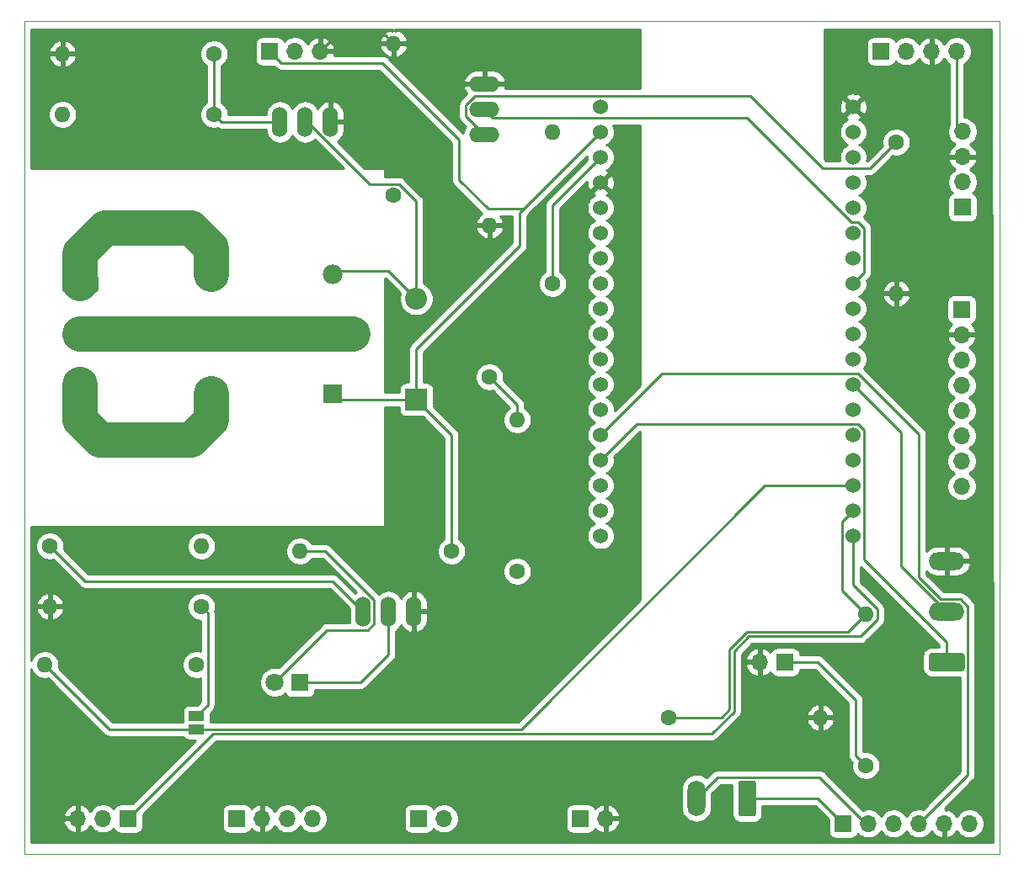
<source format=gbr>
%TF.GenerationSoftware,KiCad,Pcbnew,5.1.6-c6e7f7d~87~ubuntu20.04.1*%
%TF.CreationDate,2020-09-08T10:24:42-03:00*%
%TF.ProjectId,Projeto_placa,50726f6a-6574-46f5-9f70-6c6163612e6b,rev?*%
%TF.SameCoordinates,Original*%
%TF.FileFunction,Copper,L1,Top*%
%TF.FilePolarity,Positive*%
%FSLAX46Y46*%
G04 Gerber Fmt 4.6, Leading zero omitted, Abs format (unit mm)*
G04 Created by KiCad (PCBNEW 5.1.6-c6e7f7d~87~ubuntu20.04.1) date 2020-09-08 10:24:42*
%MOMM*%
%LPD*%
G01*
G04 APERTURE LIST*
%TA.AperFunction,Profile*%
%ADD10C,0.050000*%
%TD*%
%TA.AperFunction,ComponentPad*%
%ADD11R,1.700000X1.700000*%
%TD*%
%TA.AperFunction,ComponentPad*%
%ADD12O,1.700000X1.700000*%
%TD*%
%TA.AperFunction,ComponentPad*%
%ADD13R,1.800000X1.800000*%
%TD*%
%TA.AperFunction,ComponentPad*%
%ADD14C,1.800000*%
%TD*%
%TA.AperFunction,ComponentPad*%
%ADD15R,2.200000X2.200000*%
%TD*%
%TA.AperFunction,ComponentPad*%
%ADD16O,2.200000X2.200000*%
%TD*%
%TA.AperFunction,ComponentPad*%
%ADD17O,1.800000X3.600000*%
%TD*%
%TA.AperFunction,ComponentPad*%
%ADD18O,3.600000X1.800000*%
%TD*%
%TA.AperFunction,SMDPad,CuDef*%
%ADD19R,1.500000X1.000000*%
%TD*%
%TA.AperFunction,ComponentPad*%
%ADD20R,1.980000X1.980000*%
%TD*%
%TA.AperFunction,ComponentPad*%
%ADD21C,1.935000*%
%TD*%
%TA.AperFunction,ComponentPad*%
%ADD22C,1.980000*%
%TD*%
%TA.AperFunction,ComponentPad*%
%ADD23O,1.524000X3.048000*%
%TD*%
%TA.AperFunction,ComponentPad*%
%ADD24O,3.048000X1.524000*%
%TD*%
%TA.AperFunction,ComponentPad*%
%ADD25C,1.600000*%
%TD*%
%TA.AperFunction,ComponentPad*%
%ADD26O,1.600000X1.600000*%
%TD*%
%TA.AperFunction,ComponentPad*%
%ADD27C,1.524000*%
%TD*%
%TA.AperFunction,Conductor*%
%ADD28C,0.250000*%
%TD*%
%TA.AperFunction,Conductor*%
%ADD29C,3.590000*%
%TD*%
%TA.AperFunction,Conductor*%
%ADD30C,0.254000*%
%TD*%
G04 APERTURE END LIST*
D10*
X72644000Y-29464000D02*
X72644000Y-113284000D01*
X170688000Y-29464000D02*
X72644000Y-29464000D01*
X170688000Y-113284000D02*
X170688000Y-29464000D01*
X72644000Y-113284000D02*
X170688000Y-113284000D01*
D11*
%TO.P,J9,1*%
%TO.N,+3V3*%
X166852600Y-58496200D03*
D12*
%TO.P,J9,2*%
%TO.N,GND*%
X166852600Y-61036200D03*
%TO.P,J9,3*%
%TO.N,I2C_SCL*%
X166852600Y-63576200D03*
%TO.P,J9,4*%
%TO.N,I2C_SDA*%
X166852600Y-66116200D03*
%TO.P,J9,5*%
%TO.N,Net-(J9-Pad5)*%
X166852600Y-68656200D03*
%TO.P,J9,6*%
%TO.N,Net-(J9-Pad6)*%
X166852600Y-71196200D03*
%TO.P,J9,7*%
%TO.N,Net-(J9-Pad7)*%
X166852600Y-73736200D03*
%TO.P,J9,8*%
%TO.N,Net-(J9-Pad8)*%
X166852600Y-76276200D03*
%TD*%
D13*
%TO.P,D1,1*%
%TO.N,Net-(D1-Pad1)*%
X100330000Y-96012000D03*
D14*
%TO.P,D1,2*%
%TO.N,Net-(D1-Pad2)*%
X97790000Y-96012000D03*
%TD*%
D15*
%TO.P,D2,1*%
%TO.N,+5V*%
X112014000Y-67564000D03*
D16*
%TO.P,D2,2*%
%TO.N,Net-(D2-Pad2)*%
X112014000Y-57404000D03*
%TD*%
D11*
%TO.P,J1,1*%
%TO.N,VBAT*%
X128524000Y-109728000D03*
D12*
%TO.P,J1,2*%
%TO.N,GND*%
X131064000Y-109728000D03*
%TD*%
%TO.P,J2,3*%
%TO.N,GND*%
X102362000Y-32512000D03*
%TO.P,J2,2*%
%TO.N,+3V3*%
X99822000Y-32512000D03*
D11*
%TO.P,J2,1*%
%TO.N,+5V*%
X97282000Y-32512000D03*
%TD*%
%TO.P,J3,1*%
%TO.N,UART_EXT_TX*%
X83058000Y-109728000D03*
D12*
%TO.P,J3,2*%
%TO.N,UART_EXT_RX*%
X80518000Y-109728000D03*
%TO.P,J3,3*%
%TO.N,GND*%
X77978000Y-109728000D03*
%TD*%
D11*
%TO.P,J4,1*%
%TO.N,I2C_SDA*%
X158750000Y-32512000D03*
D12*
%TO.P,J4,2*%
%TO.N,I2C_SCL*%
X161290000Y-32512000D03*
%TO.P,J4,3*%
%TO.N,GND*%
X163830000Y-32512000D03*
%TO.P,J4,4*%
%TO.N,+3V3*%
X166370000Y-32512000D03*
%TD*%
%TO.P,J5,4*%
%TO.N,+3V3*%
X166941500Y-40589200D03*
%TO.P,J5,3*%
%TO.N,GND*%
X166941500Y-43129200D03*
%TO.P,J5,2*%
%TO.N,I2C_SCL*%
X166941500Y-45669200D03*
D11*
%TO.P,J5,1*%
%TO.N,I2C_SDA*%
X166941500Y-48209200D03*
%TD*%
%TO.P,J6,1*%
%TO.N,+5V*%
X93980000Y-109728000D03*
D12*
%TO.P,J6,2*%
%TO.N,GND*%
X96520000Y-109728000D03*
%TO.P,J6,3*%
%TO.N,MQ2_DOUT_5V*%
X99060000Y-109728000D03*
%TO.P,J6,4*%
%TO.N,Net-(J6-Pad4)*%
X101600000Y-109728000D03*
%TD*%
D11*
%TO.P,J7,1*%
%TO.N,+5V*%
X112268000Y-109728000D03*
D12*
%TO.P,J7,2*%
%TO.N,REED_SW_5V*%
X114808000Y-109728000D03*
%TD*%
D11*
%TO.P,J8,1*%
%TO.N,Net-(J10-Pad1)*%
X154940000Y-110236000D03*
D12*
%TO.P,J8,2*%
%TO.N,Net-(J10-Pad2)*%
X157480000Y-110236000D03*
%TO.P,J8,3*%
%TO.N,I2C_SDA*%
X160020000Y-110236000D03*
%TO.P,J8,4*%
%TO.N,I2C_SCL*%
X162560000Y-110236000D03*
%TO.P,J8,5*%
%TO.N,GND*%
X165100000Y-110236000D03*
%TO.P,J8,6*%
%TO.N,+3V3*%
X167640000Y-110236000D03*
%TD*%
%TO.P,J10,1*%
%TO.N,Net-(J10-Pad1)*%
%TA.AperFunction,ComponentPad*%
G36*
G01*
X146188000Y-106146000D02*
X146188000Y-109246000D01*
G75*
G02*
X145938000Y-109496000I-250000J0D01*
G01*
X144638000Y-109496000D01*
G75*
G02*
X144388000Y-109246000I0J250000D01*
G01*
X144388000Y-106146000D01*
G75*
G02*
X144638000Y-105896000I250000J0D01*
G01*
X145938000Y-105896000D01*
G75*
G02*
X146188000Y-106146000I0J-250000D01*
G01*
G37*
%TD.AperFunction*%
D17*
%TO.P,J10,2*%
%TO.N,Net-(J10-Pad2)*%
X140208000Y-107696000D03*
%TD*%
%TO.P,J11,1*%
%TO.N,ANALOG_1*%
%TA.AperFunction,ComponentPad*%
G36*
G01*
X166904000Y-94880000D02*
X163804000Y-94880000D01*
G75*
G02*
X163554000Y-94630000I0J250000D01*
G01*
X163554000Y-93330000D01*
G75*
G02*
X163804000Y-93080000I250000J0D01*
G01*
X166904000Y-93080000D01*
G75*
G02*
X167154000Y-93330000I0J-250000D01*
G01*
X167154000Y-94630000D01*
G75*
G02*
X166904000Y-94880000I-250000J0D01*
G01*
G37*
%TD.AperFunction*%
D18*
%TO.P,J11,2*%
%TO.N,ANALOG_2*%
X165354000Y-88900000D03*
%TO.P,J11,3*%
%TO.N,GND*%
X165354000Y-83820000D03*
%TD*%
D12*
%TO.P,J12,2*%
%TO.N,GND*%
X146558000Y-93980000D03*
D11*
%TO.P,J12,1*%
%TO.N,VBAT*%
X149098000Y-93980000D03*
%TD*%
D18*
%TO.P,J13,3*%
%TO.N,Net-(J13-Pad3)*%
X78232000Y-66040000D03*
%TO.P,J13,2*%
%TO.N,Net-(J13-Pad2)*%
X78232000Y-60960000D03*
%TO.P,J13,1*%
%TO.N,Net-(J13-Pad1)*%
%TA.AperFunction,ComponentPad*%
G36*
G01*
X76682000Y-54980000D02*
X79782000Y-54980000D01*
G75*
G02*
X80032000Y-55230000I0J-250000D01*
G01*
X80032000Y-56530000D01*
G75*
G02*
X79782000Y-56780000I-250000J0D01*
G01*
X76682000Y-56780000D01*
G75*
G02*
X76432000Y-56530000I0J250000D01*
G01*
X76432000Y-55230000D01*
G75*
G02*
X76682000Y-54980000I250000J0D01*
G01*
G37*
%TD.AperFunction*%
%TD*%
D19*
%TO.P,JP1,2*%
%TO.N,Net-(JP1-Pad2)*%
X89916000Y-99426000D03*
%TO.P,JP1,1*%
%TO.N,UART_EXT_RX_3V3*%
X89916000Y-100726000D03*
%TD*%
D20*
%TO.P,K1,A1*%
%TO.N,+5V*%
X103636000Y-66960000D03*
D21*
%TO.P,K1,COM*%
%TO.N,Net-(J13-Pad2)*%
X105636000Y-60960000D03*
D22*
%TO.P,K1,A2*%
%TO.N,Net-(D2-Pad2)*%
X103636000Y-54960000D03*
%TO.P,K1,NO*%
%TO.N,Net-(J13-Pad1)*%
X91436000Y-54960000D03*
%TO.P,K1,NC*%
%TO.N,Net-(J13-Pad3)*%
X91436000Y-66960000D03*
%TD*%
D23*
%TO.P,Q1,1*%
%TO.N,Net-(Q1-Pad1)*%
X106680000Y-88900000D03*
%TO.P,Q1,2*%
%TO.N,Net-(D1-Pad1)*%
X109220000Y-88900000D03*
%TO.P,Q1,3*%
%TO.N,GND*%
X111760000Y-88900000D03*
%TD*%
%TO.P,Q2,3*%
%TO.N,GND*%
X103378000Y-39624000D03*
%TO.P,Q2,2*%
%TO.N,Net-(D2-Pad2)*%
X100838000Y-39624000D03*
%TO.P,Q2,1*%
%TO.N,Net-(Q2-Pad1)*%
X98298000Y-39624000D03*
%TD*%
D24*
%TO.P,Q3,1*%
%TO.N,REED_SW_5V*%
X118872000Y-40894000D03*
%TO.P,Q3,2*%
%TO.N,REED_SW_3V3*%
X118872000Y-38354000D03*
%TO.P,Q3,3*%
%TO.N,GND*%
X118872000Y-35814000D03*
%TD*%
D25*
%TO.P,R1,1*%
%TO.N,VBAT*%
X157226000Y-104394000D03*
D26*
%TO.P,R1,2*%
%TO.N,ADC_BAT*%
X157226000Y-89154000D03*
%TD*%
%TO.P,R2,2*%
%TO.N,GND*%
X152654000Y-99568000D03*
D25*
%TO.P,R2,1*%
%TO.N,ADC_BAT*%
X137414000Y-99568000D03*
%TD*%
D26*
%TO.P,R3,2*%
%TO.N,LED_1*%
X90424000Y-82296000D03*
D25*
%TO.P,R3,1*%
%TO.N,Net-(Q1-Pad1)*%
X75184000Y-82296000D03*
%TD*%
%TO.P,R4,1*%
%TO.N,Net-(Q1-Pad1)*%
X109728000Y-46990000D03*
D26*
%TO.P,R4,2*%
%TO.N,GND*%
X109728000Y-31750000D03*
%TD*%
D25*
%TO.P,R5,1*%
%TO.N,+5V*%
X115570000Y-82804000D03*
D26*
%TO.P,R5,2*%
%TO.N,Net-(D1-Pad2)*%
X100330000Y-82804000D03*
%TD*%
D25*
%TO.P,R6,1*%
%TO.N,UART_EXT_RX*%
X89916000Y-94234000D03*
D26*
%TO.P,R6,2*%
%TO.N,UART_EXT_RX_3V3*%
X74676000Y-94234000D03*
%TD*%
%TO.P,R7,2*%
%TO.N,GND*%
X75184000Y-88392000D03*
D25*
%TO.P,R7,1*%
%TO.N,Net-(JP1-Pad2)*%
X90424000Y-88392000D03*
%TD*%
%TO.P,R8,1*%
%TO.N,Net-(Q2-Pad1)*%
X91694000Y-38862000D03*
D26*
%TO.P,R8,2*%
%TO.N,RELAY*%
X76454000Y-38862000D03*
%TD*%
%TO.P,R9,2*%
%TO.N,GND*%
X76454000Y-32766000D03*
D25*
%TO.P,R9,1*%
%TO.N,Net-(Q2-Pad1)*%
X91694000Y-32766000D03*
%TD*%
D26*
%TO.P,R11,2*%
%TO.N,MQ2_DOUT_3V3*%
X122174000Y-69596000D03*
D25*
%TO.P,R11,1*%
%TO.N,MQ2_DOUT_5V*%
X122174000Y-84836000D03*
%TD*%
%TO.P,R12,1*%
%TO.N,MQ2_DOUT_3V3*%
X119380000Y-65278000D03*
D26*
%TO.P,R12,2*%
%TO.N,GND*%
X119380000Y-50038000D03*
%TD*%
%TO.P,R13,2*%
%TO.N,GND*%
X160274000Y-56896000D03*
D25*
%TO.P,R13,1*%
%TO.N,REED_SW_5V*%
X160274000Y-41656000D03*
%TD*%
%TO.P,R14,1*%
%TO.N,+3V3*%
X125730000Y-55880000D03*
D26*
%TO.P,R14,2*%
%TO.N,REED_SW_3V3*%
X125730000Y-40640000D03*
%TD*%
D27*
%TO.P,U1,1*%
%TO.N,GND*%
X130556000Y-38100000D03*
%TO.P,U1,2*%
%TO.N,+5V*%
X130556000Y-40640000D03*
%TO.P,U1,3*%
%TO.N,+3V3*%
X130556000Y-43180000D03*
%TO.P,U1,4*%
%TO.N,GND*%
X130556000Y-45720000D03*
%TO.P,U1,5*%
%TO.N,Net-(U1-Pad5)*%
X130556000Y-48260000D03*
%TO.P,U1,6*%
%TO.N,Net-(U1-Pad6)*%
X130556000Y-50800000D03*
%TO.P,U1,7*%
%TO.N,Net-(U1-Pad7)*%
X130556000Y-53340000D03*
%TO.P,U1,8*%
%TO.N,Net-(U1-Pad8)*%
X130556000Y-55880000D03*
%TO.P,U1,9*%
%TO.N,Net-(U1-Pad9)*%
X130556000Y-58420000D03*
%TO.P,U1,10*%
%TO.N,Net-(U1-Pad10)*%
X130556000Y-60960000D03*
%TO.P,U1,11*%
%TO.N,LED_1*%
X130556000Y-63500000D03*
%TO.P,U1,12*%
%TO.N,Net-(U1-Pad12)*%
X130556000Y-66040000D03*
%TO.P,U1,13*%
%TO.N,Net-(U1-Pad13)*%
X130556000Y-68580000D03*
%TO.P,U1,14*%
%TO.N,I2C_SCL*%
X130556000Y-71120000D03*
%TO.P,U1,15*%
%TO.N,ANALOG_1*%
X130556000Y-73660000D03*
%TO.P,U1,16*%
%TO.N,I2C_SDA*%
X130556000Y-76200000D03*
%TO.P,U1,17*%
%TO.N,RELAY*%
X130556000Y-78740000D03*
%TO.P,U1,18*%
%TO.N,Net-(U1-Pad18)*%
X130556000Y-81280000D03*
%TO.P,U1,19*%
%TO.N,UART_EXT_TX*%
X155956000Y-81280000D03*
%TO.P,U1,20*%
%TO.N,ADC_BAT*%
X155956000Y-78740000D03*
%TO.P,U1,21*%
%TO.N,UART_EXT_RX_3V3*%
X155956000Y-76200000D03*
%TO.P,U1,22*%
%TO.N,Net-(U1-Pad22)*%
X155956000Y-73660000D03*
%TO.P,U1,23*%
%TO.N,Net-(U1-Pad23)*%
X155956000Y-71120000D03*
%TO.P,U1,24*%
%TO.N,Net-(U1-Pad24)*%
X155956000Y-68580000D03*
%TO.P,U1,25*%
%TO.N,ANALOG_2*%
X155956000Y-66040000D03*
%TO.P,U1,26*%
%TO.N,Net-(U1-Pad26)*%
X155956000Y-63500000D03*
%TO.P,U1,27*%
%TO.N,Net-(U1-Pad27)*%
X155956000Y-60960000D03*
%TO.P,U1,28*%
%TO.N,Net-(U1-Pad28)*%
X155956000Y-58420000D03*
%TO.P,U1,29*%
%TO.N,REED_SW_3V3*%
X155956000Y-55880000D03*
%TO.P,U1,30*%
%TO.N,Net-(U1-Pad30)*%
X155956000Y-53340000D03*
%TO.P,U1,31*%
%TO.N,Net-(U1-Pad31)*%
X155956000Y-50800000D03*
%TO.P,U1,32*%
%TO.N,Net-(U1-Pad32)*%
X155956000Y-48260000D03*
%TO.P,U1,33*%
%TO.N,MQ2_DOUT_3V3*%
X155956000Y-45720000D03*
%TO.P,U1,34*%
%TO.N,+3V3*%
X155956000Y-43180000D03*
%TO.P,U1,35*%
%TO.N,+5V*%
X155956000Y-40640000D03*
%TO.P,U1,36*%
%TO.N,GND*%
X155956000Y-38100000D03*
%TD*%
D28*
%TO.N,Net-(D1-Pad1)*%
X100330000Y-96012000D02*
X106426000Y-96012000D01*
X109220000Y-93218000D02*
X109220000Y-88900000D01*
X106426000Y-96012000D02*
X109220000Y-93218000D01*
%TO.N,Net-(D1-Pad2)*%
X107767010Y-87687746D02*
X102883264Y-82804000D01*
X107767010Y-90112254D02*
X107767010Y-87687746D01*
X102883264Y-82804000D02*
X100330000Y-82804000D01*
X107130254Y-90749010D02*
X107767010Y-90112254D01*
X103052990Y-90749010D02*
X107130254Y-90749010D01*
X97790000Y-96012000D02*
X103052990Y-90749010D01*
%TO.N,+5V*%
X104240000Y-67564000D02*
X103636000Y-66960000D01*
X112014000Y-67564000D02*
X104240000Y-67564000D01*
X115570000Y-71120000D02*
X112014000Y-67564000D01*
X115570000Y-82804000D02*
X115570000Y-71120000D01*
X112014000Y-67564000D02*
X112014000Y-62484000D01*
X112014000Y-62484000D02*
X122428000Y-52070000D01*
X122428000Y-52070000D02*
X122428000Y-48768000D01*
X98457001Y-33687001D02*
X108617001Y-33687001D01*
X97282000Y-32512000D02*
X98457001Y-33687001D01*
X108617001Y-33687001D02*
X116332000Y-41402000D01*
X116332000Y-41402000D02*
X116332000Y-45466000D01*
X119253000Y-48387000D02*
X122809000Y-48387000D01*
X116332000Y-45466000D02*
X119253000Y-48387000D01*
X122809000Y-48387000D02*
X130556000Y-40640000D01*
X122428000Y-48768000D02*
X122809000Y-48387000D01*
%TO.N,Net-(D2-Pad2)*%
X103986000Y-54610000D02*
X103636000Y-54960000D01*
X109220000Y-54610000D02*
X103986000Y-54610000D01*
X112014000Y-47610998D02*
X112014000Y-57404000D01*
X110268001Y-45864999D02*
X112014000Y-47610998D01*
X107319735Y-45864999D02*
X110268001Y-45864999D01*
X101078736Y-39624000D02*
X107319735Y-45864999D01*
X100838000Y-39624000D02*
X101078736Y-39624000D01*
X109220000Y-54610000D02*
X112014000Y-57404000D01*
%TO.N,VBAT*%
X149098000Y-93980000D02*
X152400000Y-93980000D01*
X152400000Y-93980000D02*
X156210000Y-97790000D01*
X156210000Y-103378000D02*
X157226000Y-104394000D01*
X156210000Y-97790000D02*
X156210000Y-103378000D01*
%TO.N,GND*%
X152654000Y-99568000D02*
X150622000Y-99568000D01*
X146558000Y-95504000D02*
X146558000Y-93980000D01*
X150622000Y-99568000D02*
X146558000Y-95504000D01*
X103923999Y-30950001D02*
X102362000Y-32512000D01*
X108928001Y-30950001D02*
X103923999Y-30950001D01*
X109728000Y-31750000D02*
X108928001Y-30950001D01*
%TO.N,+3V3*%
X125730000Y-48006000D02*
X125730000Y-55880000D01*
X130556000Y-43180000D02*
X125730000Y-48006000D01*
X166370000Y-40017700D02*
X166941500Y-40589200D01*
X166370000Y-32512000D02*
X166370000Y-40017700D01*
%TO.N,UART_EXT_TX*%
X155956000Y-86218998D02*
X155956000Y-81280000D01*
X158351001Y-88613999D02*
X155956000Y-86218998D01*
X158351001Y-89694001D02*
X158351001Y-88613999D01*
X156662992Y-91382010D02*
X158351001Y-89694001D01*
X145474400Y-91382010D02*
X156662992Y-91382010D01*
X143960010Y-92896400D02*
X145474400Y-91382010D01*
X141737403Y-101176009D02*
X143960010Y-98953402D01*
X91609991Y-101176009D02*
X141737403Y-101176009D01*
X143960010Y-98953402D02*
X143960010Y-92896400D01*
X83058000Y-109728000D02*
X91609991Y-101176009D01*
%TO.N,I2C_SCL*%
X136723001Y-64952999D02*
X130556000Y-71120000D01*
X156477761Y-64952999D02*
X136723001Y-64952999D01*
X162560000Y-71035238D02*
X156477761Y-64952999D01*
X162560000Y-85469590D02*
X162560000Y-71035238D01*
X164765400Y-87674990D02*
X162560000Y-85469590D01*
X166761415Y-87674990D02*
X164765400Y-87674990D01*
X167479010Y-105316990D02*
X167479010Y-88392585D01*
X167479010Y-88392585D02*
X166761415Y-87674990D01*
X162560000Y-110236000D02*
X167479010Y-105316990D01*
%TO.N,REED_SW_5V*%
X157662999Y-44267001D02*
X160274000Y-41656000D01*
X145640237Y-37012999D02*
X152894239Y-44267001D01*
X117913737Y-37012999D02*
X145640237Y-37012999D01*
X117022990Y-37903746D02*
X117913737Y-37012999D01*
X117022990Y-39044990D02*
X117022990Y-37903746D01*
X152894239Y-44267001D02*
X157662999Y-44267001D01*
X118872000Y-40894000D02*
X117022990Y-39044990D01*
%TO.N,Net-(J10-Pad1)*%
X152400000Y-107696000D02*
X154940000Y-110236000D01*
X145288000Y-107696000D02*
X152400000Y-107696000D01*
%TO.N,Net-(J10-Pad2)*%
X152559992Y-105570990D02*
X157480000Y-110490998D01*
X142333010Y-105570990D02*
X152559992Y-105570990D01*
X140208000Y-107696000D02*
X142333010Y-105570990D01*
X157480000Y-110490998D02*
X157480000Y-110236000D01*
%TO.N,ANALOG_1*%
X165354000Y-93980000D02*
X165354000Y-91948000D01*
X134183001Y-70032999D02*
X130556000Y-73660000D01*
X156477761Y-70032999D02*
X134183001Y-70032999D01*
X157043001Y-70598239D02*
X156477761Y-70032999D01*
X157043001Y-83637001D02*
X157043001Y-70598239D01*
X165354000Y-91948000D02*
X157043001Y-83637001D01*
%TO.N,ANALOG_2*%
X155956000Y-66040000D02*
X160782000Y-70866000D01*
X160782000Y-84328000D02*
X165354000Y-88900000D01*
X160782000Y-70866000D02*
X160782000Y-84328000D01*
D29*
%TO.N,Net-(J13-Pad3)*%
X91436000Y-66960000D02*
X91436000Y-69600000D01*
X91436000Y-69600000D02*
X89408000Y-71628000D01*
X89408000Y-71628000D02*
X80264000Y-71628000D01*
X78232000Y-69596000D02*
X78232000Y-66040000D01*
X80264000Y-71628000D02*
X78232000Y-69596000D01*
%TO.N,Net-(J13-Pad2)*%
X105636000Y-60960000D02*
X78232000Y-60960000D01*
%TO.N,Net-(J13-Pad1)*%
X91436000Y-54960000D02*
X91436000Y-52320000D01*
X91436000Y-52320000D02*
X89408000Y-50292000D01*
X89408000Y-50292000D02*
X80772000Y-50292000D01*
X78232000Y-52832000D02*
X78232000Y-55880000D01*
X80772000Y-50292000D02*
X78232000Y-52832000D01*
D28*
%TO.N,Net-(JP1-Pad2)*%
X91041001Y-89009001D02*
X90424000Y-88392000D01*
X91041001Y-98300999D02*
X91041001Y-89009001D01*
X89916000Y-99426000D02*
X91041001Y-98300999D01*
%TO.N,UART_EXT_RX_3V3*%
X81168000Y-100726000D02*
X89916000Y-100726000D01*
X74676000Y-94234000D02*
X81168000Y-100726000D01*
X89916000Y-100726000D02*
X122540000Y-100726000D01*
X147066000Y-76200000D02*
X155956000Y-76200000D01*
X122540000Y-100726000D02*
X147066000Y-76200000D01*
%TO.N,Net-(Q1-Pad1)*%
X106680000Y-88900000D02*
X103632000Y-85852000D01*
X78740000Y-85852000D02*
X75184000Y-82296000D01*
X103632000Y-85852000D02*
X78740000Y-85852000D01*
%TO.N,Net-(Q2-Pad1)*%
X91694000Y-32766000D02*
X91694000Y-38862000D01*
X92456000Y-39624000D02*
X91694000Y-38862000D01*
X98298000Y-39624000D02*
X92456000Y-39624000D01*
%TO.N,REED_SW_3V3*%
X157043001Y-54792999D02*
X155956000Y-55880000D01*
X157043001Y-50278239D02*
X157043001Y-54792999D01*
X156477761Y-49712999D02*
X157043001Y-50278239D01*
X155800237Y-49712999D02*
X156477761Y-49712999D01*
X145274239Y-39187001D02*
X155800237Y-49712999D01*
X119705001Y-39187001D02*
X145274239Y-39187001D01*
X118872000Y-38354000D02*
X119705001Y-39187001D01*
%TO.N,ADC_BAT*%
X142709002Y-99568000D02*
X143510000Y-98767002D01*
X137414000Y-99568000D02*
X142709002Y-99568000D01*
X143510000Y-98767002D02*
X143510000Y-92710000D01*
X143510000Y-92710000D02*
X145288000Y-90932000D01*
X155448000Y-90932000D02*
X157226000Y-89154000D01*
X145288000Y-90932000D02*
X155448000Y-90932000D01*
X154868999Y-79827001D02*
X155956000Y-78740000D01*
X154868999Y-86796999D02*
X154868999Y-79827001D01*
X157226000Y-89154000D02*
X154868999Y-86796999D01*
%TO.N,MQ2_DOUT_3V3*%
X122174000Y-68072000D02*
X119380000Y-65278000D01*
X122174000Y-69596000D02*
X122174000Y-68072000D01*
%TD*%
D30*
%TO.N,GND*%
G36*
X170028000Y-104192986D02*
G01*
X170028000Y-112141000D01*
X73304000Y-112141000D01*
X73304000Y-110084891D01*
X76536519Y-110084891D01*
X76633843Y-110359252D01*
X76782822Y-110609355D01*
X76977731Y-110825588D01*
X77211080Y-110999641D01*
X77473901Y-111124825D01*
X77621110Y-111169476D01*
X77851000Y-111048155D01*
X77851000Y-109855000D01*
X76657186Y-109855000D01*
X76536519Y-110084891D01*
X73304000Y-110084891D01*
X73304000Y-109371109D01*
X76536519Y-109371109D01*
X76657186Y-109601000D01*
X77851000Y-109601000D01*
X77851000Y-108407845D01*
X77621110Y-108286524D01*
X77473901Y-108331175D01*
X77211080Y-108456359D01*
X76977731Y-108630412D01*
X76782822Y-108846645D01*
X76633843Y-109096748D01*
X76536519Y-109371109D01*
X73304000Y-109371109D01*
X73304000Y-94671533D01*
X73404320Y-94913727D01*
X73561363Y-95148759D01*
X73761241Y-95348637D01*
X73996273Y-95505680D01*
X74257426Y-95613853D01*
X74534665Y-95669000D01*
X74817335Y-95669000D01*
X74999886Y-95632688D01*
X80604205Y-101237008D01*
X80627999Y-101266001D01*
X80656992Y-101289795D01*
X80656996Y-101289799D01*
X80699882Y-101324994D01*
X80743724Y-101360974D01*
X80875753Y-101431546D01*
X81019014Y-101475003D01*
X81130667Y-101486000D01*
X81130676Y-101486000D01*
X81167999Y-101489676D01*
X81205322Y-101486000D01*
X88584954Y-101486000D01*
X88635463Y-101580494D01*
X88714815Y-101677185D01*
X88811506Y-101756537D01*
X88921820Y-101815502D01*
X89041518Y-101851812D01*
X89166000Y-101864072D01*
X89847126Y-101864072D01*
X83471271Y-108239928D01*
X82208000Y-108239928D01*
X82083518Y-108252188D01*
X81963820Y-108288498D01*
X81853506Y-108347463D01*
X81756815Y-108426815D01*
X81677463Y-108523506D01*
X81618498Y-108633820D01*
X81596487Y-108706380D01*
X81464632Y-108574525D01*
X81221411Y-108412010D01*
X80951158Y-108300068D01*
X80664260Y-108243000D01*
X80371740Y-108243000D01*
X80084842Y-108300068D01*
X79814589Y-108412010D01*
X79571368Y-108574525D01*
X79364525Y-108781368D01*
X79242805Y-108963534D01*
X79173178Y-108846645D01*
X78978269Y-108630412D01*
X78744920Y-108456359D01*
X78482099Y-108331175D01*
X78334890Y-108286524D01*
X78105000Y-108407845D01*
X78105000Y-109601000D01*
X78125000Y-109601000D01*
X78125000Y-109855000D01*
X78105000Y-109855000D01*
X78105000Y-111048155D01*
X78334890Y-111169476D01*
X78482099Y-111124825D01*
X78744920Y-110999641D01*
X78978269Y-110825588D01*
X79173178Y-110609355D01*
X79242805Y-110492466D01*
X79364525Y-110674632D01*
X79571368Y-110881475D01*
X79814589Y-111043990D01*
X80084842Y-111155932D01*
X80371740Y-111213000D01*
X80664260Y-111213000D01*
X80951158Y-111155932D01*
X81221411Y-111043990D01*
X81464632Y-110881475D01*
X81596487Y-110749620D01*
X81618498Y-110822180D01*
X81677463Y-110932494D01*
X81756815Y-111029185D01*
X81853506Y-111108537D01*
X81963820Y-111167502D01*
X82083518Y-111203812D01*
X82208000Y-111216072D01*
X83908000Y-111216072D01*
X84032482Y-111203812D01*
X84152180Y-111167502D01*
X84262494Y-111108537D01*
X84359185Y-111029185D01*
X84438537Y-110932494D01*
X84497502Y-110822180D01*
X84533812Y-110702482D01*
X84546072Y-110578000D01*
X84546072Y-109314729D01*
X84982801Y-108878000D01*
X92491928Y-108878000D01*
X92491928Y-110578000D01*
X92504188Y-110702482D01*
X92540498Y-110822180D01*
X92599463Y-110932494D01*
X92678815Y-111029185D01*
X92775506Y-111108537D01*
X92885820Y-111167502D01*
X93005518Y-111203812D01*
X93130000Y-111216072D01*
X94830000Y-111216072D01*
X94954482Y-111203812D01*
X95074180Y-111167502D01*
X95184494Y-111108537D01*
X95281185Y-111029185D01*
X95360537Y-110932494D01*
X95419502Y-110822180D01*
X95443966Y-110741534D01*
X95519731Y-110825588D01*
X95753080Y-110999641D01*
X96015901Y-111124825D01*
X96163110Y-111169476D01*
X96393000Y-111048155D01*
X96393000Y-109855000D01*
X96373000Y-109855000D01*
X96373000Y-109601000D01*
X96393000Y-109601000D01*
X96393000Y-108407845D01*
X96647000Y-108407845D01*
X96647000Y-109601000D01*
X96667000Y-109601000D01*
X96667000Y-109855000D01*
X96647000Y-109855000D01*
X96647000Y-111048155D01*
X96876890Y-111169476D01*
X97024099Y-111124825D01*
X97286920Y-110999641D01*
X97520269Y-110825588D01*
X97715178Y-110609355D01*
X97784805Y-110492466D01*
X97906525Y-110674632D01*
X98113368Y-110881475D01*
X98356589Y-111043990D01*
X98626842Y-111155932D01*
X98913740Y-111213000D01*
X99206260Y-111213000D01*
X99493158Y-111155932D01*
X99763411Y-111043990D01*
X100006632Y-110881475D01*
X100213475Y-110674632D01*
X100330000Y-110500240D01*
X100446525Y-110674632D01*
X100653368Y-110881475D01*
X100896589Y-111043990D01*
X101166842Y-111155932D01*
X101453740Y-111213000D01*
X101746260Y-111213000D01*
X102033158Y-111155932D01*
X102303411Y-111043990D01*
X102546632Y-110881475D01*
X102753475Y-110674632D01*
X102915990Y-110431411D01*
X103027932Y-110161158D01*
X103085000Y-109874260D01*
X103085000Y-109581740D01*
X103027932Y-109294842D01*
X102915990Y-109024589D01*
X102818043Y-108878000D01*
X110779928Y-108878000D01*
X110779928Y-110578000D01*
X110792188Y-110702482D01*
X110828498Y-110822180D01*
X110887463Y-110932494D01*
X110966815Y-111029185D01*
X111063506Y-111108537D01*
X111173820Y-111167502D01*
X111293518Y-111203812D01*
X111418000Y-111216072D01*
X113118000Y-111216072D01*
X113242482Y-111203812D01*
X113362180Y-111167502D01*
X113472494Y-111108537D01*
X113569185Y-111029185D01*
X113648537Y-110932494D01*
X113707502Y-110822180D01*
X113729513Y-110749620D01*
X113861368Y-110881475D01*
X114104589Y-111043990D01*
X114374842Y-111155932D01*
X114661740Y-111213000D01*
X114954260Y-111213000D01*
X115241158Y-111155932D01*
X115511411Y-111043990D01*
X115754632Y-110881475D01*
X115961475Y-110674632D01*
X116123990Y-110431411D01*
X116235932Y-110161158D01*
X116293000Y-109874260D01*
X116293000Y-109581740D01*
X116235932Y-109294842D01*
X116123990Y-109024589D01*
X116026043Y-108878000D01*
X127035928Y-108878000D01*
X127035928Y-110578000D01*
X127048188Y-110702482D01*
X127084498Y-110822180D01*
X127143463Y-110932494D01*
X127222815Y-111029185D01*
X127319506Y-111108537D01*
X127429820Y-111167502D01*
X127549518Y-111203812D01*
X127674000Y-111216072D01*
X129374000Y-111216072D01*
X129498482Y-111203812D01*
X129618180Y-111167502D01*
X129728494Y-111108537D01*
X129825185Y-111029185D01*
X129904537Y-110932494D01*
X129963502Y-110822180D01*
X129987966Y-110741534D01*
X130063731Y-110825588D01*
X130297080Y-110999641D01*
X130559901Y-111124825D01*
X130707110Y-111169476D01*
X130937000Y-111048155D01*
X130937000Y-109855000D01*
X131191000Y-109855000D01*
X131191000Y-111048155D01*
X131420890Y-111169476D01*
X131568099Y-111124825D01*
X131830920Y-110999641D01*
X132064269Y-110825588D01*
X132259178Y-110609355D01*
X132408157Y-110359252D01*
X132505481Y-110084891D01*
X132384814Y-109855000D01*
X131191000Y-109855000D01*
X130937000Y-109855000D01*
X130917000Y-109855000D01*
X130917000Y-109601000D01*
X130937000Y-109601000D01*
X130937000Y-108407845D01*
X131191000Y-108407845D01*
X131191000Y-109601000D01*
X132384814Y-109601000D01*
X132505481Y-109371109D01*
X132408157Y-109096748D01*
X132259178Y-108846645D01*
X132064269Y-108630412D01*
X131830920Y-108456359D01*
X131568099Y-108331175D01*
X131420890Y-108286524D01*
X131191000Y-108407845D01*
X130937000Y-108407845D01*
X130707110Y-108286524D01*
X130559901Y-108331175D01*
X130297080Y-108456359D01*
X130063731Y-108630412D01*
X129987966Y-108714466D01*
X129963502Y-108633820D01*
X129904537Y-108523506D01*
X129825185Y-108426815D01*
X129728494Y-108347463D01*
X129618180Y-108288498D01*
X129498482Y-108252188D01*
X129374000Y-108239928D01*
X127674000Y-108239928D01*
X127549518Y-108252188D01*
X127429820Y-108288498D01*
X127319506Y-108347463D01*
X127222815Y-108426815D01*
X127143463Y-108523506D01*
X127084498Y-108633820D01*
X127048188Y-108753518D01*
X127035928Y-108878000D01*
X116026043Y-108878000D01*
X115961475Y-108781368D01*
X115754632Y-108574525D01*
X115511411Y-108412010D01*
X115241158Y-108300068D01*
X114954260Y-108243000D01*
X114661740Y-108243000D01*
X114374842Y-108300068D01*
X114104589Y-108412010D01*
X113861368Y-108574525D01*
X113729513Y-108706380D01*
X113707502Y-108633820D01*
X113648537Y-108523506D01*
X113569185Y-108426815D01*
X113472494Y-108347463D01*
X113362180Y-108288498D01*
X113242482Y-108252188D01*
X113118000Y-108239928D01*
X111418000Y-108239928D01*
X111293518Y-108252188D01*
X111173820Y-108288498D01*
X111063506Y-108347463D01*
X110966815Y-108426815D01*
X110887463Y-108523506D01*
X110828498Y-108633820D01*
X110792188Y-108753518D01*
X110779928Y-108878000D01*
X102818043Y-108878000D01*
X102753475Y-108781368D01*
X102546632Y-108574525D01*
X102303411Y-108412010D01*
X102033158Y-108300068D01*
X101746260Y-108243000D01*
X101453740Y-108243000D01*
X101166842Y-108300068D01*
X100896589Y-108412010D01*
X100653368Y-108574525D01*
X100446525Y-108781368D01*
X100330000Y-108955760D01*
X100213475Y-108781368D01*
X100006632Y-108574525D01*
X99763411Y-108412010D01*
X99493158Y-108300068D01*
X99206260Y-108243000D01*
X98913740Y-108243000D01*
X98626842Y-108300068D01*
X98356589Y-108412010D01*
X98113368Y-108574525D01*
X97906525Y-108781368D01*
X97784805Y-108963534D01*
X97715178Y-108846645D01*
X97520269Y-108630412D01*
X97286920Y-108456359D01*
X97024099Y-108331175D01*
X96876890Y-108286524D01*
X96647000Y-108407845D01*
X96393000Y-108407845D01*
X96163110Y-108286524D01*
X96015901Y-108331175D01*
X95753080Y-108456359D01*
X95519731Y-108630412D01*
X95443966Y-108714466D01*
X95419502Y-108633820D01*
X95360537Y-108523506D01*
X95281185Y-108426815D01*
X95184494Y-108347463D01*
X95074180Y-108288498D01*
X94954482Y-108252188D01*
X94830000Y-108239928D01*
X93130000Y-108239928D01*
X93005518Y-108252188D01*
X92885820Y-108288498D01*
X92775506Y-108347463D01*
X92678815Y-108426815D01*
X92599463Y-108523506D01*
X92540498Y-108633820D01*
X92504188Y-108753518D01*
X92491928Y-108878000D01*
X84982801Y-108878000D01*
X91924793Y-101936009D01*
X141700081Y-101936009D01*
X141737403Y-101939685D01*
X141774725Y-101936009D01*
X141774736Y-101936009D01*
X141886389Y-101925012D01*
X142029650Y-101881555D01*
X142161679Y-101810983D01*
X142277404Y-101716010D01*
X142301207Y-101687006D01*
X144071174Y-99917039D01*
X151262096Y-99917039D01*
X151302754Y-100051087D01*
X151422963Y-100305420D01*
X151590481Y-100531414D01*
X151798869Y-100720385D01*
X152040119Y-100865070D01*
X152304960Y-100959909D01*
X152527000Y-100838624D01*
X152527000Y-99695000D01*
X152781000Y-99695000D01*
X152781000Y-100838624D01*
X153003040Y-100959909D01*
X153267881Y-100865070D01*
X153509131Y-100720385D01*
X153717519Y-100531414D01*
X153885037Y-100305420D01*
X154005246Y-100051087D01*
X154045904Y-99917039D01*
X153923915Y-99695000D01*
X152781000Y-99695000D01*
X152527000Y-99695000D01*
X151384085Y-99695000D01*
X151262096Y-99917039D01*
X144071174Y-99917039D01*
X144471014Y-99517200D01*
X144500011Y-99493403D01*
X144543017Y-99441000D01*
X144594984Y-99377679D01*
X144665556Y-99245649D01*
X144665556Y-99245648D01*
X144673651Y-99218961D01*
X151262096Y-99218961D01*
X151384085Y-99441000D01*
X152527000Y-99441000D01*
X152527000Y-98297376D01*
X152781000Y-98297376D01*
X152781000Y-99441000D01*
X153923915Y-99441000D01*
X154045904Y-99218961D01*
X154005246Y-99084913D01*
X153885037Y-98830580D01*
X153717519Y-98604586D01*
X153509131Y-98415615D01*
X153267881Y-98270930D01*
X153003040Y-98176091D01*
X152781000Y-98297376D01*
X152527000Y-98297376D01*
X152304960Y-98176091D01*
X152040119Y-98270930D01*
X151798869Y-98415615D01*
X151590481Y-98604586D01*
X151422963Y-98830580D01*
X151302754Y-99084913D01*
X151262096Y-99218961D01*
X144673651Y-99218961D01*
X144709013Y-99102388D01*
X144720010Y-98990735D01*
X144720010Y-98990725D01*
X144723686Y-98953402D01*
X144720010Y-98916079D01*
X144720010Y-94336891D01*
X145116519Y-94336891D01*
X145213843Y-94611252D01*
X145362822Y-94861355D01*
X145557731Y-95077588D01*
X145791080Y-95251641D01*
X146053901Y-95376825D01*
X146201110Y-95421476D01*
X146431000Y-95300155D01*
X146431000Y-94107000D01*
X145237186Y-94107000D01*
X145116519Y-94336891D01*
X144720010Y-94336891D01*
X144720010Y-93623109D01*
X145116519Y-93623109D01*
X145237186Y-93853000D01*
X146431000Y-93853000D01*
X146431000Y-92659845D01*
X146685000Y-92659845D01*
X146685000Y-93853000D01*
X146705000Y-93853000D01*
X146705000Y-94107000D01*
X146685000Y-94107000D01*
X146685000Y-95300155D01*
X146914890Y-95421476D01*
X147062099Y-95376825D01*
X147324920Y-95251641D01*
X147558269Y-95077588D01*
X147634034Y-94993534D01*
X147658498Y-95074180D01*
X147717463Y-95184494D01*
X147796815Y-95281185D01*
X147893506Y-95360537D01*
X148003820Y-95419502D01*
X148123518Y-95455812D01*
X148248000Y-95468072D01*
X149948000Y-95468072D01*
X150072482Y-95455812D01*
X150192180Y-95419502D01*
X150302494Y-95360537D01*
X150399185Y-95281185D01*
X150478537Y-95184494D01*
X150537502Y-95074180D01*
X150573812Y-94954482D01*
X150586072Y-94830000D01*
X150586072Y-94740000D01*
X152085199Y-94740000D01*
X155450000Y-98104802D01*
X155450001Y-103340668D01*
X155446324Y-103378000D01*
X155450001Y-103415333D01*
X155456296Y-103479241D01*
X155460998Y-103526985D01*
X155504454Y-103670246D01*
X155575026Y-103802276D01*
X155641273Y-103882997D01*
X155670000Y-103918001D01*
X155698998Y-103941799D01*
X155827312Y-104070113D01*
X155791000Y-104252665D01*
X155791000Y-104535335D01*
X155846147Y-104812574D01*
X155954320Y-105073727D01*
X156111363Y-105308759D01*
X156311241Y-105508637D01*
X156546273Y-105665680D01*
X156807426Y-105773853D01*
X157084665Y-105829000D01*
X157367335Y-105829000D01*
X157644574Y-105773853D01*
X157905727Y-105665680D01*
X158140759Y-105508637D01*
X158340637Y-105308759D01*
X158497680Y-105073727D01*
X158605853Y-104812574D01*
X158661000Y-104535335D01*
X158661000Y-104252665D01*
X158605853Y-103975426D01*
X158497680Y-103714273D01*
X158340637Y-103479241D01*
X158140759Y-103279363D01*
X157905727Y-103122320D01*
X157644574Y-103014147D01*
X157367335Y-102959000D01*
X157084665Y-102959000D01*
X156970000Y-102981809D01*
X156970000Y-97827325D01*
X156973676Y-97790000D01*
X156970000Y-97752675D01*
X156970000Y-97752667D01*
X156959003Y-97641014D01*
X156915546Y-97497753D01*
X156844974Y-97365724D01*
X156750001Y-97249999D01*
X156721004Y-97226202D01*
X152963804Y-93469003D01*
X152940001Y-93439999D01*
X152824276Y-93345026D01*
X152692247Y-93274454D01*
X152548986Y-93230997D01*
X152437333Y-93220000D01*
X152437322Y-93220000D01*
X152400000Y-93216324D01*
X152362678Y-93220000D01*
X150586072Y-93220000D01*
X150586072Y-93130000D01*
X150573812Y-93005518D01*
X150537502Y-92885820D01*
X150478537Y-92775506D01*
X150399185Y-92678815D01*
X150302494Y-92599463D01*
X150192180Y-92540498D01*
X150072482Y-92504188D01*
X149948000Y-92491928D01*
X148248000Y-92491928D01*
X148123518Y-92504188D01*
X148003820Y-92540498D01*
X147893506Y-92599463D01*
X147796815Y-92678815D01*
X147717463Y-92775506D01*
X147658498Y-92885820D01*
X147634034Y-92966466D01*
X147558269Y-92882412D01*
X147324920Y-92708359D01*
X147062099Y-92583175D01*
X146914890Y-92538524D01*
X146685000Y-92659845D01*
X146431000Y-92659845D01*
X146201110Y-92538524D01*
X146053901Y-92583175D01*
X145791080Y-92708359D01*
X145557731Y-92882412D01*
X145362822Y-93098645D01*
X145213843Y-93348748D01*
X145116519Y-93623109D01*
X144720010Y-93623109D01*
X144720010Y-93211201D01*
X145789202Y-92142010D01*
X156625670Y-92142010D01*
X156662992Y-92145686D01*
X156700314Y-92142010D01*
X156700325Y-92142010D01*
X156811978Y-92131013D01*
X156955239Y-92087556D01*
X157087268Y-92016984D01*
X157202993Y-91922011D01*
X157226796Y-91893007D01*
X158862005Y-90257799D01*
X158891002Y-90234002D01*
X158985975Y-90118277D01*
X159056547Y-89986248D01*
X159100004Y-89842987D01*
X159111001Y-89731334D01*
X159111001Y-89731325D01*
X159114677Y-89694002D01*
X159111001Y-89656679D01*
X159111001Y-88651322D01*
X159114677Y-88613999D01*
X159111001Y-88576676D01*
X159111001Y-88576666D01*
X159100004Y-88465013D01*
X159056547Y-88321752D01*
X159026212Y-88265000D01*
X158985975Y-88189722D01*
X158914800Y-88102996D01*
X158891002Y-88073998D01*
X158862004Y-88050200D01*
X156716000Y-85904197D01*
X156716000Y-84384801D01*
X164594001Y-92262803D01*
X164594001Y-92441928D01*
X163804000Y-92441928D01*
X163630746Y-92458992D01*
X163464150Y-92509528D01*
X163310614Y-92591595D01*
X163176038Y-92702038D01*
X163065595Y-92836614D01*
X162983528Y-92990150D01*
X162932992Y-93156746D01*
X162915928Y-93330000D01*
X162915928Y-94630000D01*
X162932992Y-94803254D01*
X162983528Y-94969850D01*
X163065595Y-95123386D01*
X163176038Y-95257962D01*
X163310614Y-95368405D01*
X163464150Y-95450472D01*
X163630746Y-95501008D01*
X163804000Y-95518072D01*
X166719011Y-95518072D01*
X166719010Y-105002188D01*
X162926408Y-108794791D01*
X162706260Y-108751000D01*
X162413740Y-108751000D01*
X162126842Y-108808068D01*
X161856589Y-108920010D01*
X161613368Y-109082525D01*
X161406525Y-109289368D01*
X161290000Y-109463760D01*
X161173475Y-109289368D01*
X160966632Y-109082525D01*
X160723411Y-108920010D01*
X160453158Y-108808068D01*
X160166260Y-108751000D01*
X159873740Y-108751000D01*
X159586842Y-108808068D01*
X159316589Y-108920010D01*
X159073368Y-109082525D01*
X158866525Y-109289368D01*
X158750000Y-109463760D01*
X158633475Y-109289368D01*
X158426632Y-109082525D01*
X158183411Y-108920010D01*
X157913158Y-108808068D01*
X157626260Y-108751000D01*
X157333740Y-108751000D01*
X157046842Y-108808068D01*
X156923119Y-108859315D01*
X153123796Y-105059993D01*
X153099993Y-105030989D01*
X152984268Y-104936016D01*
X152852239Y-104865444D01*
X152708978Y-104821987D01*
X152597325Y-104810990D01*
X152597314Y-104810990D01*
X152559992Y-104807314D01*
X152522670Y-104810990D01*
X142370333Y-104810990D01*
X142333010Y-104807314D01*
X142295687Y-104810990D01*
X142295677Y-104810990D01*
X142184024Y-104821987D01*
X142040763Y-104865444D01*
X141908733Y-104936016D01*
X141882191Y-104957799D01*
X141793009Y-105030989D01*
X141769211Y-105059987D01*
X141202652Y-105626546D01*
X141064927Y-105513519D01*
X140798261Y-105370983D01*
X140508913Y-105283210D01*
X140208000Y-105253573D01*
X139907088Y-105283210D01*
X139617740Y-105370983D01*
X139351074Y-105513519D01*
X139117340Y-105705339D01*
X138925520Y-105939073D01*
X138782984Y-106205739D01*
X138695211Y-106495087D01*
X138673000Y-106720592D01*
X138673000Y-108671407D01*
X138695210Y-108896912D01*
X138782983Y-109186260D01*
X138925519Y-109452926D01*
X139117339Y-109686661D01*
X139351073Y-109878481D01*
X139617739Y-110021017D01*
X139907087Y-110108790D01*
X140208000Y-110138427D01*
X140508912Y-110108790D01*
X140798260Y-110021017D01*
X141064926Y-109878481D01*
X141298661Y-109686661D01*
X141490481Y-109452927D01*
X141633017Y-109186261D01*
X141720790Y-108896913D01*
X141743000Y-108671408D01*
X141743000Y-107235801D01*
X142647812Y-106330990D01*
X143749928Y-106330990D01*
X143749928Y-109246000D01*
X143766992Y-109419254D01*
X143817528Y-109585850D01*
X143899595Y-109739386D01*
X144010038Y-109873962D01*
X144144614Y-109984405D01*
X144298150Y-110066472D01*
X144464746Y-110117008D01*
X144638000Y-110134072D01*
X145938000Y-110134072D01*
X146111254Y-110117008D01*
X146277850Y-110066472D01*
X146431386Y-109984405D01*
X146565962Y-109873962D01*
X146676405Y-109739386D01*
X146758472Y-109585850D01*
X146809008Y-109419254D01*
X146826072Y-109246000D01*
X146826072Y-108456000D01*
X152085199Y-108456000D01*
X153451928Y-109822730D01*
X153451928Y-111086000D01*
X153464188Y-111210482D01*
X153500498Y-111330180D01*
X153559463Y-111440494D01*
X153638815Y-111537185D01*
X153735506Y-111616537D01*
X153845820Y-111675502D01*
X153965518Y-111711812D01*
X154090000Y-111724072D01*
X155790000Y-111724072D01*
X155914482Y-111711812D01*
X156034180Y-111675502D01*
X156144494Y-111616537D01*
X156241185Y-111537185D01*
X156320537Y-111440494D01*
X156379502Y-111330180D01*
X156401513Y-111257620D01*
X156533368Y-111389475D01*
X156776589Y-111551990D01*
X157046842Y-111663932D01*
X157333740Y-111721000D01*
X157626260Y-111721000D01*
X157913158Y-111663932D01*
X158183411Y-111551990D01*
X158426632Y-111389475D01*
X158633475Y-111182632D01*
X158750000Y-111008240D01*
X158866525Y-111182632D01*
X159073368Y-111389475D01*
X159316589Y-111551990D01*
X159586842Y-111663932D01*
X159873740Y-111721000D01*
X160166260Y-111721000D01*
X160453158Y-111663932D01*
X160723411Y-111551990D01*
X160966632Y-111389475D01*
X161173475Y-111182632D01*
X161290000Y-111008240D01*
X161406525Y-111182632D01*
X161613368Y-111389475D01*
X161856589Y-111551990D01*
X162126842Y-111663932D01*
X162413740Y-111721000D01*
X162706260Y-111721000D01*
X162993158Y-111663932D01*
X163263411Y-111551990D01*
X163506632Y-111389475D01*
X163713475Y-111182632D01*
X163835195Y-111000466D01*
X163904822Y-111117355D01*
X164099731Y-111333588D01*
X164333080Y-111507641D01*
X164595901Y-111632825D01*
X164743110Y-111677476D01*
X164973000Y-111556155D01*
X164973000Y-110363000D01*
X164953000Y-110363000D01*
X164953000Y-110109000D01*
X164973000Y-110109000D01*
X164973000Y-110089000D01*
X165227000Y-110089000D01*
X165227000Y-110109000D01*
X165247000Y-110109000D01*
X165247000Y-110363000D01*
X165227000Y-110363000D01*
X165227000Y-111556155D01*
X165456890Y-111677476D01*
X165604099Y-111632825D01*
X165866920Y-111507641D01*
X166100269Y-111333588D01*
X166295178Y-111117355D01*
X166364805Y-111000466D01*
X166486525Y-111182632D01*
X166693368Y-111389475D01*
X166936589Y-111551990D01*
X167206842Y-111663932D01*
X167493740Y-111721000D01*
X167786260Y-111721000D01*
X168073158Y-111663932D01*
X168343411Y-111551990D01*
X168586632Y-111389475D01*
X168793475Y-111182632D01*
X168955990Y-110939411D01*
X169067932Y-110669158D01*
X169125000Y-110382260D01*
X169125000Y-110089740D01*
X169067932Y-109802842D01*
X168955990Y-109532589D01*
X168793475Y-109289368D01*
X168586632Y-109082525D01*
X168343411Y-108920010D01*
X168073158Y-108808068D01*
X167786260Y-108751000D01*
X167493740Y-108751000D01*
X167206842Y-108808068D01*
X166936589Y-108920010D01*
X166693368Y-109082525D01*
X166486525Y-109289368D01*
X166364805Y-109471534D01*
X166295178Y-109354645D01*
X166100269Y-109138412D01*
X165866920Y-108964359D01*
X165604099Y-108839175D01*
X165456890Y-108794524D01*
X165227002Y-108915844D01*
X165227002Y-108751000D01*
X165119801Y-108751000D01*
X167990014Y-105880788D01*
X168019011Y-105856991D01*
X168113984Y-105741266D01*
X168184556Y-105609237D01*
X168228013Y-105465976D01*
X168239010Y-105354323D01*
X168239010Y-105354315D01*
X168242686Y-105316990D01*
X168239010Y-105279665D01*
X168239010Y-88429918D01*
X168242687Y-88392585D01*
X168228013Y-88243599D01*
X168184556Y-88100338D01*
X168113984Y-87968309D01*
X168042809Y-87881582D01*
X168019011Y-87852584D01*
X167990012Y-87828786D01*
X167325218Y-87163992D01*
X167301416Y-87134989D01*
X167185691Y-87040016D01*
X167053662Y-86969444D01*
X166910401Y-86925987D01*
X166798748Y-86914990D01*
X166798737Y-86914990D01*
X166761415Y-86911314D01*
X166724093Y-86914990D01*
X165080202Y-86914990D01*
X163320000Y-85154789D01*
X163320000Y-84855548D01*
X163495604Y-85025748D01*
X163749249Y-85189554D01*
X164029977Y-85300729D01*
X164327000Y-85355000D01*
X165227000Y-85355000D01*
X165227000Y-83947000D01*
X165481000Y-83947000D01*
X165481000Y-85355000D01*
X166381000Y-85355000D01*
X166678023Y-85300729D01*
X166958751Y-85189554D01*
X167212396Y-85025748D01*
X167429210Y-84815606D01*
X167600862Y-84567204D01*
X167720755Y-84290087D01*
X167745036Y-84184740D01*
X167624378Y-83947000D01*
X165481000Y-83947000D01*
X165227000Y-83947000D01*
X165207000Y-83947000D01*
X165207000Y-83693000D01*
X165227000Y-83693000D01*
X165227000Y-82285000D01*
X165481000Y-82285000D01*
X165481000Y-83693000D01*
X167624378Y-83693000D01*
X167745036Y-83455260D01*
X167720755Y-83349913D01*
X167600862Y-83072796D01*
X167429210Y-82824394D01*
X167212396Y-82614252D01*
X166958751Y-82450446D01*
X166678023Y-82339271D01*
X166381000Y-82285000D01*
X165481000Y-82285000D01*
X165227000Y-82285000D01*
X164327000Y-82285000D01*
X164029977Y-82339271D01*
X163749249Y-82450446D01*
X163495604Y-82614252D01*
X163320000Y-82784452D01*
X163320000Y-71072561D01*
X163323676Y-71035238D01*
X163320000Y-70997915D01*
X163320000Y-70997905D01*
X163309003Y-70886252D01*
X163265546Y-70742991D01*
X163240281Y-70695724D01*
X163194974Y-70610961D01*
X163123799Y-70524235D01*
X163100001Y-70495237D01*
X163071003Y-70471439D01*
X157041565Y-64442002D01*
X157018165Y-64413490D01*
X157041120Y-64390535D01*
X157194005Y-64161727D01*
X157299314Y-63907490D01*
X157353000Y-63637592D01*
X157353000Y-63429940D01*
X165367600Y-63429940D01*
X165367600Y-63722460D01*
X165424668Y-64009358D01*
X165536610Y-64279611D01*
X165699125Y-64522832D01*
X165905968Y-64729675D01*
X166080360Y-64846200D01*
X165905968Y-64962725D01*
X165699125Y-65169568D01*
X165536610Y-65412789D01*
X165424668Y-65683042D01*
X165367600Y-65969940D01*
X165367600Y-66262460D01*
X165424668Y-66549358D01*
X165536610Y-66819611D01*
X165699125Y-67062832D01*
X165905968Y-67269675D01*
X166080360Y-67386200D01*
X165905968Y-67502725D01*
X165699125Y-67709568D01*
X165536610Y-67952789D01*
X165424668Y-68223042D01*
X165367600Y-68509940D01*
X165367600Y-68802460D01*
X165424668Y-69089358D01*
X165536610Y-69359611D01*
X165699125Y-69602832D01*
X165905968Y-69809675D01*
X166080360Y-69926200D01*
X165905968Y-70042725D01*
X165699125Y-70249568D01*
X165536610Y-70492789D01*
X165424668Y-70763042D01*
X165367600Y-71049940D01*
X165367600Y-71342460D01*
X165424668Y-71629358D01*
X165536610Y-71899611D01*
X165699125Y-72142832D01*
X165905968Y-72349675D01*
X166080360Y-72466200D01*
X165905968Y-72582725D01*
X165699125Y-72789568D01*
X165536610Y-73032789D01*
X165424668Y-73303042D01*
X165367600Y-73589940D01*
X165367600Y-73882460D01*
X165424668Y-74169358D01*
X165536610Y-74439611D01*
X165699125Y-74682832D01*
X165905968Y-74889675D01*
X166080360Y-75006200D01*
X165905968Y-75122725D01*
X165699125Y-75329568D01*
X165536610Y-75572789D01*
X165424668Y-75843042D01*
X165367600Y-76129940D01*
X165367600Y-76422460D01*
X165424668Y-76709358D01*
X165536610Y-76979611D01*
X165699125Y-77222832D01*
X165905968Y-77429675D01*
X166149189Y-77592190D01*
X166419442Y-77704132D01*
X166706340Y-77761200D01*
X166998860Y-77761200D01*
X167285758Y-77704132D01*
X167556011Y-77592190D01*
X167799232Y-77429675D01*
X168006075Y-77222832D01*
X168168590Y-76979611D01*
X168280532Y-76709358D01*
X168337600Y-76422460D01*
X168337600Y-76129940D01*
X168280532Y-75843042D01*
X168168590Y-75572789D01*
X168006075Y-75329568D01*
X167799232Y-75122725D01*
X167624840Y-75006200D01*
X167799232Y-74889675D01*
X168006075Y-74682832D01*
X168168590Y-74439611D01*
X168280532Y-74169358D01*
X168337600Y-73882460D01*
X168337600Y-73589940D01*
X168280532Y-73303042D01*
X168168590Y-73032789D01*
X168006075Y-72789568D01*
X167799232Y-72582725D01*
X167624840Y-72466200D01*
X167799232Y-72349675D01*
X168006075Y-72142832D01*
X168168590Y-71899611D01*
X168280532Y-71629358D01*
X168337600Y-71342460D01*
X168337600Y-71049940D01*
X168280532Y-70763042D01*
X168168590Y-70492789D01*
X168006075Y-70249568D01*
X167799232Y-70042725D01*
X167624840Y-69926200D01*
X167799232Y-69809675D01*
X168006075Y-69602832D01*
X168168590Y-69359611D01*
X168280532Y-69089358D01*
X168337600Y-68802460D01*
X168337600Y-68509940D01*
X168280532Y-68223042D01*
X168168590Y-67952789D01*
X168006075Y-67709568D01*
X167799232Y-67502725D01*
X167624840Y-67386200D01*
X167799232Y-67269675D01*
X168006075Y-67062832D01*
X168168590Y-66819611D01*
X168280532Y-66549358D01*
X168337600Y-66262460D01*
X168337600Y-65969940D01*
X168280532Y-65683042D01*
X168168590Y-65412789D01*
X168006075Y-65169568D01*
X167799232Y-64962725D01*
X167624840Y-64846200D01*
X167799232Y-64729675D01*
X168006075Y-64522832D01*
X168168590Y-64279611D01*
X168280532Y-64009358D01*
X168337600Y-63722460D01*
X168337600Y-63429940D01*
X168280532Y-63143042D01*
X168168590Y-62872789D01*
X168006075Y-62629568D01*
X167799232Y-62422725D01*
X167617066Y-62301005D01*
X167733955Y-62231378D01*
X167950188Y-62036469D01*
X168124241Y-61803120D01*
X168249425Y-61540299D01*
X168294076Y-61393090D01*
X168172755Y-61163200D01*
X166979600Y-61163200D01*
X166979600Y-61183200D01*
X166725600Y-61183200D01*
X166725600Y-61163200D01*
X165532445Y-61163200D01*
X165411124Y-61393090D01*
X165455775Y-61540299D01*
X165580959Y-61803120D01*
X165755012Y-62036469D01*
X165971245Y-62231378D01*
X166088134Y-62301005D01*
X165905968Y-62422725D01*
X165699125Y-62629568D01*
X165536610Y-62872789D01*
X165424668Y-63143042D01*
X165367600Y-63429940D01*
X157353000Y-63429940D01*
X157353000Y-63362408D01*
X157299314Y-63092510D01*
X157194005Y-62838273D01*
X157041120Y-62609465D01*
X156846535Y-62414880D01*
X156617727Y-62261995D01*
X156540485Y-62230000D01*
X156617727Y-62198005D01*
X156846535Y-62045120D01*
X157041120Y-61850535D01*
X157194005Y-61621727D01*
X157299314Y-61367490D01*
X157353000Y-61097592D01*
X157353000Y-60822408D01*
X157299314Y-60552510D01*
X157194005Y-60298273D01*
X157041120Y-60069465D01*
X156846535Y-59874880D01*
X156617727Y-59721995D01*
X156540485Y-59690000D01*
X156617727Y-59658005D01*
X156846535Y-59505120D01*
X157041120Y-59310535D01*
X157194005Y-59081727D01*
X157299314Y-58827490D01*
X157353000Y-58557592D01*
X157353000Y-58282408D01*
X157299314Y-58012510D01*
X157194005Y-57758273D01*
X157041120Y-57529465D01*
X156846535Y-57334880D01*
X156712081Y-57245040D01*
X158882091Y-57245040D01*
X158976930Y-57509881D01*
X159121615Y-57751131D01*
X159310586Y-57959519D01*
X159536580Y-58127037D01*
X159790913Y-58247246D01*
X159924961Y-58287904D01*
X160147000Y-58165915D01*
X160147000Y-57023000D01*
X160401000Y-57023000D01*
X160401000Y-58165915D01*
X160623039Y-58287904D01*
X160757087Y-58247246D01*
X161011420Y-58127037D01*
X161237414Y-57959519D01*
X161426385Y-57751131D01*
X161489315Y-57646200D01*
X165364528Y-57646200D01*
X165364528Y-59346200D01*
X165376788Y-59470682D01*
X165413098Y-59590380D01*
X165472063Y-59700694D01*
X165551415Y-59797385D01*
X165648106Y-59876737D01*
X165758420Y-59935702D01*
X165839066Y-59960166D01*
X165755012Y-60035931D01*
X165580959Y-60269280D01*
X165455775Y-60532101D01*
X165411124Y-60679310D01*
X165532445Y-60909200D01*
X166725600Y-60909200D01*
X166725600Y-60889200D01*
X166979600Y-60889200D01*
X166979600Y-60909200D01*
X168172755Y-60909200D01*
X168294076Y-60679310D01*
X168249425Y-60532101D01*
X168124241Y-60269280D01*
X167950188Y-60035931D01*
X167866134Y-59960166D01*
X167946780Y-59935702D01*
X168057094Y-59876737D01*
X168153785Y-59797385D01*
X168233137Y-59700694D01*
X168292102Y-59590380D01*
X168328412Y-59470682D01*
X168340672Y-59346200D01*
X168340672Y-57646200D01*
X168328412Y-57521718D01*
X168292102Y-57402020D01*
X168233137Y-57291706D01*
X168153785Y-57195015D01*
X168057094Y-57115663D01*
X167946780Y-57056698D01*
X167827082Y-57020388D01*
X167702600Y-57008128D01*
X166002600Y-57008128D01*
X165878118Y-57020388D01*
X165758420Y-57056698D01*
X165648106Y-57115663D01*
X165551415Y-57195015D01*
X165472063Y-57291706D01*
X165413098Y-57402020D01*
X165376788Y-57521718D01*
X165364528Y-57646200D01*
X161489315Y-57646200D01*
X161571070Y-57509881D01*
X161665909Y-57245040D01*
X161544624Y-57023000D01*
X160401000Y-57023000D01*
X160147000Y-57023000D01*
X159003376Y-57023000D01*
X158882091Y-57245040D01*
X156712081Y-57245040D01*
X156617727Y-57181995D01*
X156540485Y-57150000D01*
X156617727Y-57118005D01*
X156846535Y-56965120D01*
X157041120Y-56770535D01*
X157190508Y-56546960D01*
X158882091Y-56546960D01*
X159003376Y-56769000D01*
X160147000Y-56769000D01*
X160147000Y-55626085D01*
X160401000Y-55626085D01*
X160401000Y-56769000D01*
X161544624Y-56769000D01*
X161665909Y-56546960D01*
X161571070Y-56282119D01*
X161426385Y-56040869D01*
X161237414Y-55832481D01*
X161011420Y-55664963D01*
X160757087Y-55544754D01*
X160623039Y-55504096D01*
X160401000Y-55626085D01*
X160147000Y-55626085D01*
X159924961Y-55504096D01*
X159790913Y-55544754D01*
X159536580Y-55664963D01*
X159310586Y-55832481D01*
X159121615Y-56040869D01*
X158976930Y-56282119D01*
X158882091Y-56546960D01*
X157190508Y-56546960D01*
X157194005Y-56541727D01*
X157299314Y-56287490D01*
X157353000Y-56017592D01*
X157353000Y-55742408D01*
X157322372Y-55588430D01*
X157554004Y-55356798D01*
X157583002Y-55333000D01*
X157677975Y-55217275D01*
X157748547Y-55085246D01*
X157792004Y-54941985D01*
X157803001Y-54830332D01*
X157806678Y-54792999D01*
X157803001Y-54755666D01*
X157803001Y-50315561D01*
X157806677Y-50278238D01*
X157803001Y-50240915D01*
X157803001Y-50240906D01*
X157792004Y-50129253D01*
X157748547Y-49985992D01*
X157716032Y-49925161D01*
X157677975Y-49853962D01*
X157606800Y-49767236D01*
X157583002Y-49738238D01*
X157554005Y-49714441D01*
X157041564Y-49202001D01*
X157018165Y-49173490D01*
X157041120Y-49150535D01*
X157194005Y-48921727D01*
X157299314Y-48667490D01*
X157353000Y-48397592D01*
X157353000Y-48122408D01*
X157299314Y-47852510D01*
X157194005Y-47598273D01*
X157041120Y-47369465D01*
X157030855Y-47359200D01*
X165453428Y-47359200D01*
X165453428Y-49059200D01*
X165465688Y-49183682D01*
X165501998Y-49303380D01*
X165560963Y-49413694D01*
X165640315Y-49510385D01*
X165737006Y-49589737D01*
X165847320Y-49648702D01*
X165967018Y-49685012D01*
X166091500Y-49697272D01*
X167791500Y-49697272D01*
X167915982Y-49685012D01*
X168035680Y-49648702D01*
X168145994Y-49589737D01*
X168242685Y-49510385D01*
X168322037Y-49413694D01*
X168381002Y-49303380D01*
X168417312Y-49183682D01*
X168429572Y-49059200D01*
X168429572Y-47359200D01*
X168417312Y-47234718D01*
X168381002Y-47115020D01*
X168322037Y-47004706D01*
X168242685Y-46908015D01*
X168145994Y-46828663D01*
X168035680Y-46769698D01*
X167963120Y-46747687D01*
X168094975Y-46615832D01*
X168257490Y-46372611D01*
X168369432Y-46102358D01*
X168426500Y-45815460D01*
X168426500Y-45522940D01*
X168369432Y-45236042D01*
X168257490Y-44965789D01*
X168094975Y-44722568D01*
X167888132Y-44515725D01*
X167705966Y-44394005D01*
X167822855Y-44324378D01*
X168039088Y-44129469D01*
X168213141Y-43896120D01*
X168338325Y-43633299D01*
X168382976Y-43486090D01*
X168261655Y-43256200D01*
X167068500Y-43256200D01*
X167068500Y-43276200D01*
X166814500Y-43276200D01*
X166814500Y-43256200D01*
X165621345Y-43256200D01*
X165500024Y-43486090D01*
X165544675Y-43633299D01*
X165669859Y-43896120D01*
X165843912Y-44129469D01*
X166060145Y-44324378D01*
X166177034Y-44394005D01*
X165994868Y-44515725D01*
X165788025Y-44722568D01*
X165625510Y-44965789D01*
X165513568Y-45236042D01*
X165456500Y-45522940D01*
X165456500Y-45815460D01*
X165513568Y-46102358D01*
X165625510Y-46372611D01*
X165788025Y-46615832D01*
X165919880Y-46747687D01*
X165847320Y-46769698D01*
X165737006Y-46828663D01*
X165640315Y-46908015D01*
X165560963Y-47004706D01*
X165501998Y-47115020D01*
X165465688Y-47234718D01*
X165453428Y-47359200D01*
X157030855Y-47359200D01*
X156846535Y-47174880D01*
X156617727Y-47021995D01*
X156540485Y-46990000D01*
X156617727Y-46958005D01*
X156846535Y-46805120D01*
X157041120Y-46610535D01*
X157194005Y-46381727D01*
X157299314Y-46127490D01*
X157353000Y-45857592D01*
X157353000Y-45582408D01*
X157299314Y-45312510D01*
X157194005Y-45058273D01*
X157173110Y-45027001D01*
X157625677Y-45027001D01*
X157662999Y-45030677D01*
X157700321Y-45027001D01*
X157700332Y-45027001D01*
X157811985Y-45016004D01*
X157955246Y-44972547D01*
X158087275Y-44901975D01*
X158203000Y-44807002D01*
X158226803Y-44777998D01*
X159950114Y-43054688D01*
X160132665Y-43091000D01*
X160415335Y-43091000D01*
X160692574Y-43035853D01*
X160953727Y-42927680D01*
X161188759Y-42770637D01*
X161388637Y-42570759D01*
X161545680Y-42335727D01*
X161653853Y-42074574D01*
X161709000Y-41797335D01*
X161709000Y-41514665D01*
X161653853Y-41237426D01*
X161545680Y-40976273D01*
X161388637Y-40741241D01*
X161188759Y-40541363D01*
X160953727Y-40384320D01*
X160692574Y-40276147D01*
X160415335Y-40221000D01*
X160132665Y-40221000D01*
X159855426Y-40276147D01*
X159594273Y-40384320D01*
X159359241Y-40541363D01*
X159159363Y-40741241D01*
X159002320Y-40976273D01*
X158894147Y-41237426D01*
X158839000Y-41514665D01*
X158839000Y-41797335D01*
X158875312Y-41979886D01*
X157348198Y-43507001D01*
X157315324Y-43507001D01*
X157353000Y-43317592D01*
X157353000Y-43042408D01*
X157299314Y-42772510D01*
X157194005Y-42518273D01*
X157041120Y-42289465D01*
X156846535Y-42094880D01*
X156617727Y-41941995D01*
X156540485Y-41910000D01*
X156617727Y-41878005D01*
X156846535Y-41725120D01*
X157041120Y-41530535D01*
X157194005Y-41301727D01*
X157299314Y-41047490D01*
X157353000Y-40777592D01*
X157353000Y-40502408D01*
X157299314Y-40232510D01*
X157194005Y-39978273D01*
X157041120Y-39749465D01*
X156846535Y-39554880D01*
X156617727Y-39401995D01*
X156546057Y-39372308D01*
X156559023Y-39367636D01*
X156674980Y-39305656D01*
X156741960Y-39065565D01*
X155956000Y-38279605D01*
X155170040Y-39065565D01*
X155237020Y-39305656D01*
X155372760Y-39369485D01*
X155294273Y-39401995D01*
X155065465Y-39554880D01*
X154870880Y-39749465D01*
X154717995Y-39978273D01*
X154612686Y-40232510D01*
X154559000Y-40502408D01*
X154559000Y-40777592D01*
X154612686Y-41047490D01*
X154717995Y-41301727D01*
X154870880Y-41530535D01*
X155065465Y-41725120D01*
X155294273Y-41878005D01*
X155371515Y-41910000D01*
X155294273Y-41941995D01*
X155065465Y-42094880D01*
X154870880Y-42289465D01*
X154717995Y-42518273D01*
X154612686Y-42772510D01*
X154559000Y-43042408D01*
X154559000Y-43317592D01*
X154596676Y-43507001D01*
X153209041Y-43507001D01*
X153035000Y-43332960D01*
X153035000Y-38172017D01*
X154554090Y-38172017D01*
X154595078Y-38444133D01*
X154688364Y-38703023D01*
X154750344Y-38818980D01*
X154990435Y-38885960D01*
X155776395Y-38100000D01*
X156135605Y-38100000D01*
X156921565Y-38885960D01*
X157161656Y-38818980D01*
X157278756Y-38569952D01*
X157345023Y-38302865D01*
X157357910Y-38027983D01*
X157316922Y-37755867D01*
X157223636Y-37496977D01*
X157161656Y-37381020D01*
X156921565Y-37314040D01*
X156135605Y-38100000D01*
X155776395Y-38100000D01*
X154990435Y-37314040D01*
X154750344Y-37381020D01*
X154633244Y-37630048D01*
X154566977Y-37897135D01*
X154554090Y-38172017D01*
X153035000Y-38172017D01*
X153035000Y-37134435D01*
X155170040Y-37134435D01*
X155956000Y-37920395D01*
X156741960Y-37134435D01*
X156674980Y-36894344D01*
X156425952Y-36777244D01*
X156158865Y-36710977D01*
X155883983Y-36698090D01*
X155611867Y-36739078D01*
X155352977Y-36832364D01*
X155237020Y-36894344D01*
X155170040Y-37134435D01*
X153035000Y-37134435D01*
X153035000Y-31662000D01*
X157261928Y-31662000D01*
X157261928Y-33362000D01*
X157274188Y-33486482D01*
X157310498Y-33606180D01*
X157369463Y-33716494D01*
X157448815Y-33813185D01*
X157545506Y-33892537D01*
X157655820Y-33951502D01*
X157775518Y-33987812D01*
X157900000Y-34000072D01*
X159600000Y-34000072D01*
X159724482Y-33987812D01*
X159844180Y-33951502D01*
X159954494Y-33892537D01*
X160051185Y-33813185D01*
X160130537Y-33716494D01*
X160189502Y-33606180D01*
X160211513Y-33533620D01*
X160343368Y-33665475D01*
X160586589Y-33827990D01*
X160856842Y-33939932D01*
X161143740Y-33997000D01*
X161436260Y-33997000D01*
X161723158Y-33939932D01*
X161993411Y-33827990D01*
X162236632Y-33665475D01*
X162443475Y-33458632D01*
X162565195Y-33276466D01*
X162634822Y-33393355D01*
X162829731Y-33609588D01*
X163063080Y-33783641D01*
X163325901Y-33908825D01*
X163473110Y-33953476D01*
X163703000Y-33832155D01*
X163703000Y-32639000D01*
X163683000Y-32639000D01*
X163683000Y-32385000D01*
X163703000Y-32385000D01*
X163703000Y-31191845D01*
X163957000Y-31191845D01*
X163957000Y-32385000D01*
X163977000Y-32385000D01*
X163977000Y-32639000D01*
X163957000Y-32639000D01*
X163957000Y-33832155D01*
X164186890Y-33953476D01*
X164334099Y-33908825D01*
X164596920Y-33783641D01*
X164830269Y-33609588D01*
X165025178Y-33393355D01*
X165094805Y-33276466D01*
X165216525Y-33458632D01*
X165423368Y-33665475D01*
X165610000Y-33790179D01*
X165610001Y-39923231D01*
X165513568Y-40156042D01*
X165456500Y-40442940D01*
X165456500Y-40735460D01*
X165513568Y-41022358D01*
X165625510Y-41292611D01*
X165788025Y-41535832D01*
X165994868Y-41742675D01*
X166177034Y-41864395D01*
X166060145Y-41934022D01*
X165843912Y-42128931D01*
X165669859Y-42362280D01*
X165544675Y-42625101D01*
X165500024Y-42772310D01*
X165621345Y-43002200D01*
X166814500Y-43002200D01*
X166814500Y-42982200D01*
X167068500Y-42982200D01*
X167068500Y-43002200D01*
X168261655Y-43002200D01*
X168382976Y-42772310D01*
X168338325Y-42625101D01*
X168213141Y-42362280D01*
X168039088Y-42128931D01*
X167822855Y-41934022D01*
X167705966Y-41864395D01*
X167888132Y-41742675D01*
X168094975Y-41535832D01*
X168257490Y-41292611D01*
X168369432Y-41022358D01*
X168426500Y-40735460D01*
X168426500Y-40442940D01*
X168369432Y-40156042D01*
X168257490Y-39885789D01*
X168094975Y-39642568D01*
X167888132Y-39435725D01*
X167644911Y-39273210D01*
X167374658Y-39161268D01*
X167130000Y-39112602D01*
X167130000Y-33790178D01*
X167316632Y-33665475D01*
X167523475Y-33458632D01*
X167685990Y-33215411D01*
X167797932Y-32945158D01*
X167855000Y-32658260D01*
X167855000Y-32365740D01*
X167797932Y-32078842D01*
X167685990Y-31808589D01*
X167523475Y-31565368D01*
X167316632Y-31358525D01*
X167073411Y-31196010D01*
X166803158Y-31084068D01*
X166516260Y-31027000D01*
X166223740Y-31027000D01*
X165936842Y-31084068D01*
X165666589Y-31196010D01*
X165423368Y-31358525D01*
X165216525Y-31565368D01*
X165094805Y-31747534D01*
X165025178Y-31630645D01*
X164830269Y-31414412D01*
X164596920Y-31240359D01*
X164334099Y-31115175D01*
X164186890Y-31070524D01*
X163957000Y-31191845D01*
X163703000Y-31191845D01*
X163473110Y-31070524D01*
X163325901Y-31115175D01*
X163063080Y-31240359D01*
X162829731Y-31414412D01*
X162634822Y-31630645D01*
X162565195Y-31747534D01*
X162443475Y-31565368D01*
X162236632Y-31358525D01*
X161993411Y-31196010D01*
X161723158Y-31084068D01*
X161436260Y-31027000D01*
X161143740Y-31027000D01*
X160856842Y-31084068D01*
X160586589Y-31196010D01*
X160343368Y-31358525D01*
X160211513Y-31490380D01*
X160189502Y-31417820D01*
X160130537Y-31307506D01*
X160051185Y-31210815D01*
X159954494Y-31131463D01*
X159844180Y-31072498D01*
X159724482Y-31036188D01*
X159600000Y-31023928D01*
X157900000Y-31023928D01*
X157775518Y-31036188D01*
X157655820Y-31072498D01*
X157545506Y-31131463D01*
X157448815Y-31210815D01*
X157369463Y-31307506D01*
X157310498Y-31417820D01*
X157274188Y-31537518D01*
X157261928Y-31662000D01*
X153035000Y-31662000D01*
X153035000Y-30353000D01*
X169799393Y-30353000D01*
X170028000Y-104192986D01*
G37*
X170028000Y-104192986D02*
X170028000Y-112141000D01*
X73304000Y-112141000D01*
X73304000Y-110084891D01*
X76536519Y-110084891D01*
X76633843Y-110359252D01*
X76782822Y-110609355D01*
X76977731Y-110825588D01*
X77211080Y-110999641D01*
X77473901Y-111124825D01*
X77621110Y-111169476D01*
X77851000Y-111048155D01*
X77851000Y-109855000D01*
X76657186Y-109855000D01*
X76536519Y-110084891D01*
X73304000Y-110084891D01*
X73304000Y-109371109D01*
X76536519Y-109371109D01*
X76657186Y-109601000D01*
X77851000Y-109601000D01*
X77851000Y-108407845D01*
X77621110Y-108286524D01*
X77473901Y-108331175D01*
X77211080Y-108456359D01*
X76977731Y-108630412D01*
X76782822Y-108846645D01*
X76633843Y-109096748D01*
X76536519Y-109371109D01*
X73304000Y-109371109D01*
X73304000Y-94671533D01*
X73404320Y-94913727D01*
X73561363Y-95148759D01*
X73761241Y-95348637D01*
X73996273Y-95505680D01*
X74257426Y-95613853D01*
X74534665Y-95669000D01*
X74817335Y-95669000D01*
X74999886Y-95632688D01*
X80604205Y-101237008D01*
X80627999Y-101266001D01*
X80656992Y-101289795D01*
X80656996Y-101289799D01*
X80699882Y-101324994D01*
X80743724Y-101360974D01*
X80875753Y-101431546D01*
X81019014Y-101475003D01*
X81130667Y-101486000D01*
X81130676Y-101486000D01*
X81167999Y-101489676D01*
X81205322Y-101486000D01*
X88584954Y-101486000D01*
X88635463Y-101580494D01*
X88714815Y-101677185D01*
X88811506Y-101756537D01*
X88921820Y-101815502D01*
X89041518Y-101851812D01*
X89166000Y-101864072D01*
X89847126Y-101864072D01*
X83471271Y-108239928D01*
X82208000Y-108239928D01*
X82083518Y-108252188D01*
X81963820Y-108288498D01*
X81853506Y-108347463D01*
X81756815Y-108426815D01*
X81677463Y-108523506D01*
X81618498Y-108633820D01*
X81596487Y-108706380D01*
X81464632Y-108574525D01*
X81221411Y-108412010D01*
X80951158Y-108300068D01*
X80664260Y-108243000D01*
X80371740Y-108243000D01*
X80084842Y-108300068D01*
X79814589Y-108412010D01*
X79571368Y-108574525D01*
X79364525Y-108781368D01*
X79242805Y-108963534D01*
X79173178Y-108846645D01*
X78978269Y-108630412D01*
X78744920Y-108456359D01*
X78482099Y-108331175D01*
X78334890Y-108286524D01*
X78105000Y-108407845D01*
X78105000Y-109601000D01*
X78125000Y-109601000D01*
X78125000Y-109855000D01*
X78105000Y-109855000D01*
X78105000Y-111048155D01*
X78334890Y-111169476D01*
X78482099Y-111124825D01*
X78744920Y-110999641D01*
X78978269Y-110825588D01*
X79173178Y-110609355D01*
X79242805Y-110492466D01*
X79364525Y-110674632D01*
X79571368Y-110881475D01*
X79814589Y-111043990D01*
X80084842Y-111155932D01*
X80371740Y-111213000D01*
X80664260Y-111213000D01*
X80951158Y-111155932D01*
X81221411Y-111043990D01*
X81464632Y-110881475D01*
X81596487Y-110749620D01*
X81618498Y-110822180D01*
X81677463Y-110932494D01*
X81756815Y-111029185D01*
X81853506Y-111108537D01*
X81963820Y-111167502D01*
X82083518Y-111203812D01*
X82208000Y-111216072D01*
X83908000Y-111216072D01*
X84032482Y-111203812D01*
X84152180Y-111167502D01*
X84262494Y-111108537D01*
X84359185Y-111029185D01*
X84438537Y-110932494D01*
X84497502Y-110822180D01*
X84533812Y-110702482D01*
X84546072Y-110578000D01*
X84546072Y-109314729D01*
X84982801Y-108878000D01*
X92491928Y-108878000D01*
X92491928Y-110578000D01*
X92504188Y-110702482D01*
X92540498Y-110822180D01*
X92599463Y-110932494D01*
X92678815Y-111029185D01*
X92775506Y-111108537D01*
X92885820Y-111167502D01*
X93005518Y-111203812D01*
X93130000Y-111216072D01*
X94830000Y-111216072D01*
X94954482Y-111203812D01*
X95074180Y-111167502D01*
X95184494Y-111108537D01*
X95281185Y-111029185D01*
X95360537Y-110932494D01*
X95419502Y-110822180D01*
X95443966Y-110741534D01*
X95519731Y-110825588D01*
X95753080Y-110999641D01*
X96015901Y-111124825D01*
X96163110Y-111169476D01*
X96393000Y-111048155D01*
X96393000Y-109855000D01*
X96373000Y-109855000D01*
X96373000Y-109601000D01*
X96393000Y-109601000D01*
X96393000Y-108407845D01*
X96647000Y-108407845D01*
X96647000Y-109601000D01*
X96667000Y-109601000D01*
X96667000Y-109855000D01*
X96647000Y-109855000D01*
X96647000Y-111048155D01*
X96876890Y-111169476D01*
X97024099Y-111124825D01*
X97286920Y-110999641D01*
X97520269Y-110825588D01*
X97715178Y-110609355D01*
X97784805Y-110492466D01*
X97906525Y-110674632D01*
X98113368Y-110881475D01*
X98356589Y-111043990D01*
X98626842Y-111155932D01*
X98913740Y-111213000D01*
X99206260Y-111213000D01*
X99493158Y-111155932D01*
X99763411Y-111043990D01*
X100006632Y-110881475D01*
X100213475Y-110674632D01*
X100330000Y-110500240D01*
X100446525Y-110674632D01*
X100653368Y-110881475D01*
X100896589Y-111043990D01*
X101166842Y-111155932D01*
X101453740Y-111213000D01*
X101746260Y-111213000D01*
X102033158Y-111155932D01*
X102303411Y-111043990D01*
X102546632Y-110881475D01*
X102753475Y-110674632D01*
X102915990Y-110431411D01*
X103027932Y-110161158D01*
X103085000Y-109874260D01*
X103085000Y-109581740D01*
X103027932Y-109294842D01*
X102915990Y-109024589D01*
X102818043Y-108878000D01*
X110779928Y-108878000D01*
X110779928Y-110578000D01*
X110792188Y-110702482D01*
X110828498Y-110822180D01*
X110887463Y-110932494D01*
X110966815Y-111029185D01*
X111063506Y-111108537D01*
X111173820Y-111167502D01*
X111293518Y-111203812D01*
X111418000Y-111216072D01*
X113118000Y-111216072D01*
X113242482Y-111203812D01*
X113362180Y-111167502D01*
X113472494Y-111108537D01*
X113569185Y-111029185D01*
X113648537Y-110932494D01*
X113707502Y-110822180D01*
X113729513Y-110749620D01*
X113861368Y-110881475D01*
X114104589Y-111043990D01*
X114374842Y-111155932D01*
X114661740Y-111213000D01*
X114954260Y-111213000D01*
X115241158Y-111155932D01*
X115511411Y-111043990D01*
X115754632Y-110881475D01*
X115961475Y-110674632D01*
X116123990Y-110431411D01*
X116235932Y-110161158D01*
X116293000Y-109874260D01*
X116293000Y-109581740D01*
X116235932Y-109294842D01*
X116123990Y-109024589D01*
X116026043Y-108878000D01*
X127035928Y-108878000D01*
X127035928Y-110578000D01*
X127048188Y-110702482D01*
X127084498Y-110822180D01*
X127143463Y-110932494D01*
X127222815Y-111029185D01*
X127319506Y-111108537D01*
X127429820Y-111167502D01*
X127549518Y-111203812D01*
X127674000Y-111216072D01*
X129374000Y-111216072D01*
X129498482Y-111203812D01*
X129618180Y-111167502D01*
X129728494Y-111108537D01*
X129825185Y-111029185D01*
X129904537Y-110932494D01*
X129963502Y-110822180D01*
X129987966Y-110741534D01*
X130063731Y-110825588D01*
X130297080Y-110999641D01*
X130559901Y-111124825D01*
X130707110Y-111169476D01*
X130937000Y-111048155D01*
X130937000Y-109855000D01*
X131191000Y-109855000D01*
X131191000Y-111048155D01*
X131420890Y-111169476D01*
X131568099Y-111124825D01*
X131830920Y-110999641D01*
X132064269Y-110825588D01*
X132259178Y-110609355D01*
X132408157Y-110359252D01*
X132505481Y-110084891D01*
X132384814Y-109855000D01*
X131191000Y-109855000D01*
X130937000Y-109855000D01*
X130917000Y-109855000D01*
X130917000Y-109601000D01*
X130937000Y-109601000D01*
X130937000Y-108407845D01*
X131191000Y-108407845D01*
X131191000Y-109601000D01*
X132384814Y-109601000D01*
X132505481Y-109371109D01*
X132408157Y-109096748D01*
X132259178Y-108846645D01*
X132064269Y-108630412D01*
X131830920Y-108456359D01*
X131568099Y-108331175D01*
X131420890Y-108286524D01*
X131191000Y-108407845D01*
X130937000Y-108407845D01*
X130707110Y-108286524D01*
X130559901Y-108331175D01*
X130297080Y-108456359D01*
X130063731Y-108630412D01*
X129987966Y-108714466D01*
X129963502Y-108633820D01*
X129904537Y-108523506D01*
X129825185Y-108426815D01*
X129728494Y-108347463D01*
X129618180Y-108288498D01*
X129498482Y-108252188D01*
X129374000Y-108239928D01*
X127674000Y-108239928D01*
X127549518Y-108252188D01*
X127429820Y-108288498D01*
X127319506Y-108347463D01*
X127222815Y-108426815D01*
X127143463Y-108523506D01*
X127084498Y-108633820D01*
X127048188Y-108753518D01*
X127035928Y-108878000D01*
X116026043Y-108878000D01*
X115961475Y-108781368D01*
X115754632Y-108574525D01*
X115511411Y-108412010D01*
X115241158Y-108300068D01*
X114954260Y-108243000D01*
X114661740Y-108243000D01*
X114374842Y-108300068D01*
X114104589Y-108412010D01*
X113861368Y-108574525D01*
X113729513Y-108706380D01*
X113707502Y-108633820D01*
X113648537Y-108523506D01*
X113569185Y-108426815D01*
X113472494Y-108347463D01*
X113362180Y-108288498D01*
X113242482Y-108252188D01*
X113118000Y-108239928D01*
X111418000Y-108239928D01*
X111293518Y-108252188D01*
X111173820Y-108288498D01*
X111063506Y-108347463D01*
X110966815Y-108426815D01*
X110887463Y-108523506D01*
X110828498Y-108633820D01*
X110792188Y-108753518D01*
X110779928Y-108878000D01*
X102818043Y-108878000D01*
X102753475Y-108781368D01*
X102546632Y-108574525D01*
X102303411Y-108412010D01*
X102033158Y-108300068D01*
X101746260Y-108243000D01*
X101453740Y-108243000D01*
X101166842Y-108300068D01*
X100896589Y-108412010D01*
X100653368Y-108574525D01*
X100446525Y-108781368D01*
X100330000Y-108955760D01*
X100213475Y-108781368D01*
X100006632Y-108574525D01*
X99763411Y-108412010D01*
X99493158Y-108300068D01*
X99206260Y-108243000D01*
X98913740Y-108243000D01*
X98626842Y-108300068D01*
X98356589Y-108412010D01*
X98113368Y-108574525D01*
X97906525Y-108781368D01*
X97784805Y-108963534D01*
X97715178Y-108846645D01*
X97520269Y-108630412D01*
X97286920Y-108456359D01*
X97024099Y-108331175D01*
X96876890Y-108286524D01*
X96647000Y-108407845D01*
X96393000Y-108407845D01*
X96163110Y-108286524D01*
X96015901Y-108331175D01*
X95753080Y-108456359D01*
X95519731Y-108630412D01*
X95443966Y-108714466D01*
X95419502Y-108633820D01*
X95360537Y-108523506D01*
X95281185Y-108426815D01*
X95184494Y-108347463D01*
X95074180Y-108288498D01*
X94954482Y-108252188D01*
X94830000Y-108239928D01*
X93130000Y-108239928D01*
X93005518Y-108252188D01*
X92885820Y-108288498D01*
X92775506Y-108347463D01*
X92678815Y-108426815D01*
X92599463Y-108523506D01*
X92540498Y-108633820D01*
X92504188Y-108753518D01*
X92491928Y-108878000D01*
X84982801Y-108878000D01*
X91924793Y-101936009D01*
X141700081Y-101936009D01*
X141737403Y-101939685D01*
X141774725Y-101936009D01*
X141774736Y-101936009D01*
X141886389Y-101925012D01*
X142029650Y-101881555D01*
X142161679Y-101810983D01*
X142277404Y-101716010D01*
X142301207Y-101687006D01*
X144071174Y-99917039D01*
X151262096Y-99917039D01*
X151302754Y-100051087D01*
X151422963Y-100305420D01*
X151590481Y-100531414D01*
X151798869Y-100720385D01*
X152040119Y-100865070D01*
X152304960Y-100959909D01*
X152527000Y-100838624D01*
X152527000Y-99695000D01*
X152781000Y-99695000D01*
X152781000Y-100838624D01*
X153003040Y-100959909D01*
X153267881Y-100865070D01*
X153509131Y-100720385D01*
X153717519Y-100531414D01*
X153885037Y-100305420D01*
X154005246Y-100051087D01*
X154045904Y-99917039D01*
X153923915Y-99695000D01*
X152781000Y-99695000D01*
X152527000Y-99695000D01*
X151384085Y-99695000D01*
X151262096Y-99917039D01*
X144071174Y-99917039D01*
X144471014Y-99517200D01*
X144500011Y-99493403D01*
X144543017Y-99441000D01*
X144594984Y-99377679D01*
X144665556Y-99245649D01*
X144665556Y-99245648D01*
X144673651Y-99218961D01*
X151262096Y-99218961D01*
X151384085Y-99441000D01*
X152527000Y-99441000D01*
X152527000Y-98297376D01*
X152781000Y-98297376D01*
X152781000Y-99441000D01*
X153923915Y-99441000D01*
X154045904Y-99218961D01*
X154005246Y-99084913D01*
X153885037Y-98830580D01*
X153717519Y-98604586D01*
X153509131Y-98415615D01*
X153267881Y-98270930D01*
X153003040Y-98176091D01*
X152781000Y-98297376D01*
X152527000Y-98297376D01*
X152304960Y-98176091D01*
X152040119Y-98270930D01*
X151798869Y-98415615D01*
X151590481Y-98604586D01*
X151422963Y-98830580D01*
X151302754Y-99084913D01*
X151262096Y-99218961D01*
X144673651Y-99218961D01*
X144709013Y-99102388D01*
X144720010Y-98990735D01*
X144720010Y-98990725D01*
X144723686Y-98953402D01*
X144720010Y-98916079D01*
X144720010Y-94336891D01*
X145116519Y-94336891D01*
X145213843Y-94611252D01*
X145362822Y-94861355D01*
X145557731Y-95077588D01*
X145791080Y-95251641D01*
X146053901Y-95376825D01*
X146201110Y-95421476D01*
X146431000Y-95300155D01*
X146431000Y-94107000D01*
X145237186Y-94107000D01*
X145116519Y-94336891D01*
X144720010Y-94336891D01*
X144720010Y-93623109D01*
X145116519Y-93623109D01*
X145237186Y-93853000D01*
X146431000Y-93853000D01*
X146431000Y-92659845D01*
X146685000Y-92659845D01*
X146685000Y-93853000D01*
X146705000Y-93853000D01*
X146705000Y-94107000D01*
X146685000Y-94107000D01*
X146685000Y-95300155D01*
X146914890Y-95421476D01*
X147062099Y-95376825D01*
X147324920Y-95251641D01*
X147558269Y-95077588D01*
X147634034Y-94993534D01*
X147658498Y-95074180D01*
X147717463Y-95184494D01*
X147796815Y-95281185D01*
X147893506Y-95360537D01*
X148003820Y-95419502D01*
X148123518Y-95455812D01*
X148248000Y-95468072D01*
X149948000Y-95468072D01*
X150072482Y-95455812D01*
X150192180Y-95419502D01*
X150302494Y-95360537D01*
X150399185Y-95281185D01*
X150478537Y-95184494D01*
X150537502Y-95074180D01*
X150573812Y-94954482D01*
X150586072Y-94830000D01*
X150586072Y-94740000D01*
X152085199Y-94740000D01*
X155450000Y-98104802D01*
X155450001Y-103340668D01*
X155446324Y-103378000D01*
X155450001Y-103415333D01*
X155456296Y-103479241D01*
X155460998Y-103526985D01*
X155504454Y-103670246D01*
X155575026Y-103802276D01*
X155641273Y-103882997D01*
X155670000Y-103918001D01*
X155698998Y-103941799D01*
X155827312Y-104070113D01*
X155791000Y-104252665D01*
X155791000Y-104535335D01*
X155846147Y-104812574D01*
X155954320Y-105073727D01*
X156111363Y-105308759D01*
X156311241Y-105508637D01*
X156546273Y-105665680D01*
X156807426Y-105773853D01*
X157084665Y-105829000D01*
X157367335Y-105829000D01*
X157644574Y-105773853D01*
X157905727Y-105665680D01*
X158140759Y-105508637D01*
X158340637Y-105308759D01*
X158497680Y-105073727D01*
X158605853Y-104812574D01*
X158661000Y-104535335D01*
X158661000Y-104252665D01*
X158605853Y-103975426D01*
X158497680Y-103714273D01*
X158340637Y-103479241D01*
X158140759Y-103279363D01*
X157905727Y-103122320D01*
X157644574Y-103014147D01*
X157367335Y-102959000D01*
X157084665Y-102959000D01*
X156970000Y-102981809D01*
X156970000Y-97827325D01*
X156973676Y-97790000D01*
X156970000Y-97752675D01*
X156970000Y-97752667D01*
X156959003Y-97641014D01*
X156915546Y-97497753D01*
X156844974Y-97365724D01*
X156750001Y-97249999D01*
X156721004Y-97226202D01*
X152963804Y-93469003D01*
X152940001Y-93439999D01*
X152824276Y-93345026D01*
X152692247Y-93274454D01*
X152548986Y-93230997D01*
X152437333Y-93220000D01*
X152437322Y-93220000D01*
X152400000Y-93216324D01*
X152362678Y-93220000D01*
X150586072Y-93220000D01*
X150586072Y-93130000D01*
X150573812Y-93005518D01*
X150537502Y-92885820D01*
X150478537Y-92775506D01*
X150399185Y-92678815D01*
X150302494Y-92599463D01*
X150192180Y-92540498D01*
X150072482Y-92504188D01*
X149948000Y-92491928D01*
X148248000Y-92491928D01*
X148123518Y-92504188D01*
X148003820Y-92540498D01*
X147893506Y-92599463D01*
X147796815Y-92678815D01*
X147717463Y-92775506D01*
X147658498Y-92885820D01*
X147634034Y-92966466D01*
X147558269Y-92882412D01*
X147324920Y-92708359D01*
X147062099Y-92583175D01*
X146914890Y-92538524D01*
X146685000Y-92659845D01*
X146431000Y-92659845D01*
X146201110Y-92538524D01*
X146053901Y-92583175D01*
X145791080Y-92708359D01*
X145557731Y-92882412D01*
X145362822Y-93098645D01*
X145213843Y-93348748D01*
X145116519Y-93623109D01*
X144720010Y-93623109D01*
X144720010Y-93211201D01*
X145789202Y-92142010D01*
X156625670Y-92142010D01*
X156662992Y-92145686D01*
X156700314Y-92142010D01*
X156700325Y-92142010D01*
X156811978Y-92131013D01*
X156955239Y-92087556D01*
X157087268Y-92016984D01*
X157202993Y-91922011D01*
X157226796Y-91893007D01*
X158862005Y-90257799D01*
X158891002Y-90234002D01*
X158985975Y-90118277D01*
X159056547Y-89986248D01*
X159100004Y-89842987D01*
X159111001Y-89731334D01*
X159111001Y-89731325D01*
X159114677Y-89694002D01*
X159111001Y-89656679D01*
X159111001Y-88651322D01*
X159114677Y-88613999D01*
X159111001Y-88576676D01*
X159111001Y-88576666D01*
X159100004Y-88465013D01*
X159056547Y-88321752D01*
X159026212Y-88265000D01*
X158985975Y-88189722D01*
X158914800Y-88102996D01*
X158891002Y-88073998D01*
X158862004Y-88050200D01*
X156716000Y-85904197D01*
X156716000Y-84384801D01*
X164594001Y-92262803D01*
X164594001Y-92441928D01*
X163804000Y-92441928D01*
X163630746Y-92458992D01*
X163464150Y-92509528D01*
X163310614Y-92591595D01*
X163176038Y-92702038D01*
X163065595Y-92836614D01*
X162983528Y-92990150D01*
X162932992Y-93156746D01*
X162915928Y-93330000D01*
X162915928Y-94630000D01*
X162932992Y-94803254D01*
X162983528Y-94969850D01*
X163065595Y-95123386D01*
X163176038Y-95257962D01*
X163310614Y-95368405D01*
X163464150Y-95450472D01*
X163630746Y-95501008D01*
X163804000Y-95518072D01*
X166719011Y-95518072D01*
X166719010Y-105002188D01*
X162926408Y-108794791D01*
X162706260Y-108751000D01*
X162413740Y-108751000D01*
X162126842Y-108808068D01*
X161856589Y-108920010D01*
X161613368Y-109082525D01*
X161406525Y-109289368D01*
X161290000Y-109463760D01*
X161173475Y-109289368D01*
X160966632Y-109082525D01*
X160723411Y-108920010D01*
X160453158Y-108808068D01*
X160166260Y-108751000D01*
X159873740Y-108751000D01*
X159586842Y-108808068D01*
X159316589Y-108920010D01*
X159073368Y-109082525D01*
X158866525Y-109289368D01*
X158750000Y-109463760D01*
X158633475Y-109289368D01*
X158426632Y-109082525D01*
X158183411Y-108920010D01*
X157913158Y-108808068D01*
X157626260Y-108751000D01*
X157333740Y-108751000D01*
X157046842Y-108808068D01*
X156923119Y-108859315D01*
X153123796Y-105059993D01*
X153099993Y-105030989D01*
X152984268Y-104936016D01*
X152852239Y-104865444D01*
X152708978Y-104821987D01*
X152597325Y-104810990D01*
X152597314Y-104810990D01*
X152559992Y-104807314D01*
X152522670Y-104810990D01*
X142370333Y-104810990D01*
X142333010Y-104807314D01*
X142295687Y-104810990D01*
X142295677Y-104810990D01*
X142184024Y-104821987D01*
X142040763Y-104865444D01*
X141908733Y-104936016D01*
X141882191Y-104957799D01*
X141793009Y-105030989D01*
X141769211Y-105059987D01*
X141202652Y-105626546D01*
X141064927Y-105513519D01*
X140798261Y-105370983D01*
X140508913Y-105283210D01*
X140208000Y-105253573D01*
X139907088Y-105283210D01*
X139617740Y-105370983D01*
X139351074Y-105513519D01*
X139117340Y-105705339D01*
X138925520Y-105939073D01*
X138782984Y-106205739D01*
X138695211Y-106495087D01*
X138673000Y-106720592D01*
X138673000Y-108671407D01*
X138695210Y-108896912D01*
X138782983Y-109186260D01*
X138925519Y-109452926D01*
X139117339Y-109686661D01*
X139351073Y-109878481D01*
X139617739Y-110021017D01*
X139907087Y-110108790D01*
X140208000Y-110138427D01*
X140508912Y-110108790D01*
X140798260Y-110021017D01*
X141064926Y-109878481D01*
X141298661Y-109686661D01*
X141490481Y-109452927D01*
X141633017Y-109186261D01*
X141720790Y-108896913D01*
X141743000Y-108671408D01*
X141743000Y-107235801D01*
X142647812Y-106330990D01*
X143749928Y-106330990D01*
X143749928Y-109246000D01*
X143766992Y-109419254D01*
X143817528Y-109585850D01*
X143899595Y-109739386D01*
X144010038Y-109873962D01*
X144144614Y-109984405D01*
X144298150Y-110066472D01*
X144464746Y-110117008D01*
X144638000Y-110134072D01*
X145938000Y-110134072D01*
X146111254Y-110117008D01*
X146277850Y-110066472D01*
X146431386Y-109984405D01*
X146565962Y-109873962D01*
X146676405Y-109739386D01*
X146758472Y-109585850D01*
X146809008Y-109419254D01*
X146826072Y-109246000D01*
X146826072Y-108456000D01*
X152085199Y-108456000D01*
X153451928Y-109822730D01*
X153451928Y-111086000D01*
X153464188Y-111210482D01*
X153500498Y-111330180D01*
X153559463Y-111440494D01*
X153638815Y-111537185D01*
X153735506Y-111616537D01*
X153845820Y-111675502D01*
X153965518Y-111711812D01*
X154090000Y-111724072D01*
X155790000Y-111724072D01*
X155914482Y-111711812D01*
X156034180Y-111675502D01*
X156144494Y-111616537D01*
X156241185Y-111537185D01*
X156320537Y-111440494D01*
X156379502Y-111330180D01*
X156401513Y-111257620D01*
X156533368Y-111389475D01*
X156776589Y-111551990D01*
X157046842Y-111663932D01*
X157333740Y-111721000D01*
X157626260Y-111721000D01*
X157913158Y-111663932D01*
X158183411Y-111551990D01*
X158426632Y-111389475D01*
X158633475Y-111182632D01*
X158750000Y-111008240D01*
X158866525Y-111182632D01*
X159073368Y-111389475D01*
X159316589Y-111551990D01*
X159586842Y-111663932D01*
X159873740Y-111721000D01*
X160166260Y-111721000D01*
X160453158Y-111663932D01*
X160723411Y-111551990D01*
X160966632Y-111389475D01*
X161173475Y-111182632D01*
X161290000Y-111008240D01*
X161406525Y-111182632D01*
X161613368Y-111389475D01*
X161856589Y-111551990D01*
X162126842Y-111663932D01*
X162413740Y-111721000D01*
X162706260Y-111721000D01*
X162993158Y-111663932D01*
X163263411Y-111551990D01*
X163506632Y-111389475D01*
X163713475Y-111182632D01*
X163835195Y-111000466D01*
X163904822Y-111117355D01*
X164099731Y-111333588D01*
X164333080Y-111507641D01*
X164595901Y-111632825D01*
X164743110Y-111677476D01*
X164973000Y-111556155D01*
X164973000Y-110363000D01*
X164953000Y-110363000D01*
X164953000Y-110109000D01*
X164973000Y-110109000D01*
X164973000Y-110089000D01*
X165227000Y-110089000D01*
X165227000Y-110109000D01*
X165247000Y-110109000D01*
X165247000Y-110363000D01*
X165227000Y-110363000D01*
X165227000Y-111556155D01*
X165456890Y-111677476D01*
X165604099Y-111632825D01*
X165866920Y-111507641D01*
X166100269Y-111333588D01*
X166295178Y-111117355D01*
X166364805Y-111000466D01*
X166486525Y-111182632D01*
X166693368Y-111389475D01*
X166936589Y-111551990D01*
X167206842Y-111663932D01*
X167493740Y-111721000D01*
X167786260Y-111721000D01*
X168073158Y-111663932D01*
X168343411Y-111551990D01*
X168586632Y-111389475D01*
X168793475Y-111182632D01*
X168955990Y-110939411D01*
X169067932Y-110669158D01*
X169125000Y-110382260D01*
X169125000Y-110089740D01*
X169067932Y-109802842D01*
X168955990Y-109532589D01*
X168793475Y-109289368D01*
X168586632Y-109082525D01*
X168343411Y-108920010D01*
X168073158Y-108808068D01*
X167786260Y-108751000D01*
X167493740Y-108751000D01*
X167206842Y-108808068D01*
X166936589Y-108920010D01*
X166693368Y-109082525D01*
X166486525Y-109289368D01*
X166364805Y-109471534D01*
X166295178Y-109354645D01*
X166100269Y-109138412D01*
X165866920Y-108964359D01*
X165604099Y-108839175D01*
X165456890Y-108794524D01*
X165227002Y-108915844D01*
X165227002Y-108751000D01*
X165119801Y-108751000D01*
X167990014Y-105880788D01*
X168019011Y-105856991D01*
X168113984Y-105741266D01*
X168184556Y-105609237D01*
X168228013Y-105465976D01*
X168239010Y-105354323D01*
X168239010Y-105354315D01*
X168242686Y-105316990D01*
X168239010Y-105279665D01*
X168239010Y-88429918D01*
X168242687Y-88392585D01*
X168228013Y-88243599D01*
X168184556Y-88100338D01*
X168113984Y-87968309D01*
X168042809Y-87881582D01*
X168019011Y-87852584D01*
X167990012Y-87828786D01*
X167325218Y-87163992D01*
X167301416Y-87134989D01*
X167185691Y-87040016D01*
X167053662Y-86969444D01*
X166910401Y-86925987D01*
X166798748Y-86914990D01*
X166798737Y-86914990D01*
X166761415Y-86911314D01*
X166724093Y-86914990D01*
X165080202Y-86914990D01*
X163320000Y-85154789D01*
X163320000Y-84855548D01*
X163495604Y-85025748D01*
X163749249Y-85189554D01*
X164029977Y-85300729D01*
X164327000Y-85355000D01*
X165227000Y-85355000D01*
X165227000Y-83947000D01*
X165481000Y-83947000D01*
X165481000Y-85355000D01*
X166381000Y-85355000D01*
X166678023Y-85300729D01*
X166958751Y-85189554D01*
X167212396Y-85025748D01*
X167429210Y-84815606D01*
X167600862Y-84567204D01*
X167720755Y-84290087D01*
X167745036Y-84184740D01*
X167624378Y-83947000D01*
X165481000Y-83947000D01*
X165227000Y-83947000D01*
X165207000Y-83947000D01*
X165207000Y-83693000D01*
X165227000Y-83693000D01*
X165227000Y-82285000D01*
X165481000Y-82285000D01*
X165481000Y-83693000D01*
X167624378Y-83693000D01*
X167745036Y-83455260D01*
X167720755Y-83349913D01*
X167600862Y-83072796D01*
X167429210Y-82824394D01*
X167212396Y-82614252D01*
X166958751Y-82450446D01*
X166678023Y-82339271D01*
X166381000Y-82285000D01*
X165481000Y-82285000D01*
X165227000Y-82285000D01*
X164327000Y-82285000D01*
X164029977Y-82339271D01*
X163749249Y-82450446D01*
X163495604Y-82614252D01*
X163320000Y-82784452D01*
X163320000Y-71072561D01*
X163323676Y-71035238D01*
X163320000Y-70997915D01*
X163320000Y-70997905D01*
X163309003Y-70886252D01*
X163265546Y-70742991D01*
X163240281Y-70695724D01*
X163194974Y-70610961D01*
X163123799Y-70524235D01*
X163100001Y-70495237D01*
X163071003Y-70471439D01*
X157041565Y-64442002D01*
X157018165Y-64413490D01*
X157041120Y-64390535D01*
X157194005Y-64161727D01*
X157299314Y-63907490D01*
X157353000Y-63637592D01*
X157353000Y-63429940D01*
X165367600Y-63429940D01*
X165367600Y-63722460D01*
X165424668Y-64009358D01*
X165536610Y-64279611D01*
X165699125Y-64522832D01*
X165905968Y-64729675D01*
X166080360Y-64846200D01*
X165905968Y-64962725D01*
X165699125Y-65169568D01*
X165536610Y-65412789D01*
X165424668Y-65683042D01*
X165367600Y-65969940D01*
X165367600Y-66262460D01*
X165424668Y-66549358D01*
X165536610Y-66819611D01*
X165699125Y-67062832D01*
X165905968Y-67269675D01*
X166080360Y-67386200D01*
X165905968Y-67502725D01*
X165699125Y-67709568D01*
X165536610Y-67952789D01*
X165424668Y-68223042D01*
X165367600Y-68509940D01*
X165367600Y-68802460D01*
X165424668Y-69089358D01*
X165536610Y-69359611D01*
X165699125Y-69602832D01*
X165905968Y-69809675D01*
X166080360Y-69926200D01*
X165905968Y-70042725D01*
X165699125Y-70249568D01*
X165536610Y-70492789D01*
X165424668Y-70763042D01*
X165367600Y-71049940D01*
X165367600Y-71342460D01*
X165424668Y-71629358D01*
X165536610Y-71899611D01*
X165699125Y-72142832D01*
X165905968Y-72349675D01*
X166080360Y-72466200D01*
X165905968Y-72582725D01*
X165699125Y-72789568D01*
X165536610Y-73032789D01*
X165424668Y-73303042D01*
X165367600Y-73589940D01*
X165367600Y-73882460D01*
X165424668Y-74169358D01*
X165536610Y-74439611D01*
X165699125Y-74682832D01*
X165905968Y-74889675D01*
X166080360Y-75006200D01*
X165905968Y-75122725D01*
X165699125Y-75329568D01*
X165536610Y-75572789D01*
X165424668Y-75843042D01*
X165367600Y-76129940D01*
X165367600Y-76422460D01*
X165424668Y-76709358D01*
X165536610Y-76979611D01*
X165699125Y-77222832D01*
X165905968Y-77429675D01*
X166149189Y-77592190D01*
X166419442Y-77704132D01*
X166706340Y-77761200D01*
X166998860Y-77761200D01*
X167285758Y-77704132D01*
X167556011Y-77592190D01*
X167799232Y-77429675D01*
X168006075Y-77222832D01*
X168168590Y-76979611D01*
X168280532Y-76709358D01*
X168337600Y-76422460D01*
X168337600Y-76129940D01*
X168280532Y-75843042D01*
X168168590Y-75572789D01*
X168006075Y-75329568D01*
X167799232Y-75122725D01*
X167624840Y-75006200D01*
X167799232Y-74889675D01*
X168006075Y-74682832D01*
X168168590Y-74439611D01*
X168280532Y-74169358D01*
X168337600Y-73882460D01*
X168337600Y-73589940D01*
X168280532Y-73303042D01*
X168168590Y-73032789D01*
X168006075Y-72789568D01*
X167799232Y-72582725D01*
X167624840Y-72466200D01*
X167799232Y-72349675D01*
X168006075Y-72142832D01*
X168168590Y-71899611D01*
X168280532Y-71629358D01*
X168337600Y-71342460D01*
X168337600Y-71049940D01*
X168280532Y-70763042D01*
X168168590Y-70492789D01*
X168006075Y-70249568D01*
X167799232Y-70042725D01*
X167624840Y-69926200D01*
X167799232Y-69809675D01*
X168006075Y-69602832D01*
X168168590Y-69359611D01*
X168280532Y-69089358D01*
X168337600Y-68802460D01*
X168337600Y-68509940D01*
X168280532Y-68223042D01*
X168168590Y-67952789D01*
X168006075Y-67709568D01*
X167799232Y-67502725D01*
X167624840Y-67386200D01*
X167799232Y-67269675D01*
X168006075Y-67062832D01*
X168168590Y-66819611D01*
X168280532Y-66549358D01*
X168337600Y-66262460D01*
X168337600Y-65969940D01*
X168280532Y-65683042D01*
X168168590Y-65412789D01*
X168006075Y-65169568D01*
X167799232Y-64962725D01*
X167624840Y-64846200D01*
X167799232Y-64729675D01*
X168006075Y-64522832D01*
X168168590Y-64279611D01*
X168280532Y-64009358D01*
X168337600Y-63722460D01*
X168337600Y-63429940D01*
X168280532Y-63143042D01*
X168168590Y-62872789D01*
X168006075Y-62629568D01*
X167799232Y-62422725D01*
X167617066Y-62301005D01*
X167733955Y-62231378D01*
X167950188Y-62036469D01*
X168124241Y-61803120D01*
X168249425Y-61540299D01*
X168294076Y-61393090D01*
X168172755Y-61163200D01*
X166979600Y-61163200D01*
X166979600Y-61183200D01*
X166725600Y-61183200D01*
X166725600Y-61163200D01*
X165532445Y-61163200D01*
X165411124Y-61393090D01*
X165455775Y-61540299D01*
X165580959Y-61803120D01*
X165755012Y-62036469D01*
X165971245Y-62231378D01*
X166088134Y-62301005D01*
X165905968Y-62422725D01*
X165699125Y-62629568D01*
X165536610Y-62872789D01*
X165424668Y-63143042D01*
X165367600Y-63429940D01*
X157353000Y-63429940D01*
X157353000Y-63362408D01*
X157299314Y-63092510D01*
X157194005Y-62838273D01*
X157041120Y-62609465D01*
X156846535Y-62414880D01*
X156617727Y-62261995D01*
X156540485Y-62230000D01*
X156617727Y-62198005D01*
X156846535Y-62045120D01*
X157041120Y-61850535D01*
X157194005Y-61621727D01*
X157299314Y-61367490D01*
X157353000Y-61097592D01*
X157353000Y-60822408D01*
X157299314Y-60552510D01*
X157194005Y-60298273D01*
X157041120Y-60069465D01*
X156846535Y-59874880D01*
X156617727Y-59721995D01*
X156540485Y-59690000D01*
X156617727Y-59658005D01*
X156846535Y-59505120D01*
X157041120Y-59310535D01*
X157194005Y-59081727D01*
X157299314Y-58827490D01*
X157353000Y-58557592D01*
X157353000Y-58282408D01*
X157299314Y-58012510D01*
X157194005Y-57758273D01*
X157041120Y-57529465D01*
X156846535Y-57334880D01*
X156712081Y-57245040D01*
X158882091Y-57245040D01*
X158976930Y-57509881D01*
X159121615Y-57751131D01*
X159310586Y-57959519D01*
X159536580Y-58127037D01*
X159790913Y-58247246D01*
X159924961Y-58287904D01*
X160147000Y-58165915D01*
X160147000Y-57023000D01*
X160401000Y-57023000D01*
X160401000Y-58165915D01*
X160623039Y-58287904D01*
X160757087Y-58247246D01*
X161011420Y-58127037D01*
X161237414Y-57959519D01*
X161426385Y-57751131D01*
X161489315Y-57646200D01*
X165364528Y-57646200D01*
X165364528Y-59346200D01*
X165376788Y-59470682D01*
X165413098Y-59590380D01*
X165472063Y-59700694D01*
X165551415Y-59797385D01*
X165648106Y-59876737D01*
X165758420Y-59935702D01*
X165839066Y-59960166D01*
X165755012Y-60035931D01*
X165580959Y-60269280D01*
X165455775Y-60532101D01*
X165411124Y-60679310D01*
X165532445Y-60909200D01*
X166725600Y-60909200D01*
X166725600Y-60889200D01*
X166979600Y-60889200D01*
X166979600Y-60909200D01*
X168172755Y-60909200D01*
X168294076Y-60679310D01*
X168249425Y-60532101D01*
X168124241Y-60269280D01*
X167950188Y-60035931D01*
X167866134Y-59960166D01*
X167946780Y-59935702D01*
X168057094Y-59876737D01*
X168153785Y-59797385D01*
X168233137Y-59700694D01*
X168292102Y-59590380D01*
X168328412Y-59470682D01*
X168340672Y-59346200D01*
X168340672Y-57646200D01*
X168328412Y-57521718D01*
X168292102Y-57402020D01*
X168233137Y-57291706D01*
X168153785Y-57195015D01*
X168057094Y-57115663D01*
X167946780Y-57056698D01*
X167827082Y-57020388D01*
X167702600Y-57008128D01*
X166002600Y-57008128D01*
X165878118Y-57020388D01*
X165758420Y-57056698D01*
X165648106Y-57115663D01*
X165551415Y-57195015D01*
X165472063Y-57291706D01*
X165413098Y-57402020D01*
X165376788Y-57521718D01*
X165364528Y-57646200D01*
X161489315Y-57646200D01*
X161571070Y-57509881D01*
X161665909Y-57245040D01*
X161544624Y-57023000D01*
X160401000Y-57023000D01*
X160147000Y-57023000D01*
X159003376Y-57023000D01*
X158882091Y-57245040D01*
X156712081Y-57245040D01*
X156617727Y-57181995D01*
X156540485Y-57150000D01*
X156617727Y-57118005D01*
X156846535Y-56965120D01*
X157041120Y-56770535D01*
X157190508Y-56546960D01*
X158882091Y-56546960D01*
X159003376Y-56769000D01*
X160147000Y-56769000D01*
X160147000Y-55626085D01*
X160401000Y-55626085D01*
X160401000Y-56769000D01*
X161544624Y-56769000D01*
X161665909Y-56546960D01*
X161571070Y-56282119D01*
X161426385Y-56040869D01*
X161237414Y-55832481D01*
X161011420Y-55664963D01*
X160757087Y-55544754D01*
X160623039Y-55504096D01*
X160401000Y-55626085D01*
X160147000Y-55626085D01*
X159924961Y-55504096D01*
X159790913Y-55544754D01*
X159536580Y-55664963D01*
X159310586Y-55832481D01*
X159121615Y-56040869D01*
X158976930Y-56282119D01*
X158882091Y-56546960D01*
X157190508Y-56546960D01*
X157194005Y-56541727D01*
X157299314Y-56287490D01*
X157353000Y-56017592D01*
X157353000Y-55742408D01*
X157322372Y-55588430D01*
X157554004Y-55356798D01*
X157583002Y-55333000D01*
X157677975Y-55217275D01*
X157748547Y-55085246D01*
X157792004Y-54941985D01*
X157803001Y-54830332D01*
X157806678Y-54792999D01*
X157803001Y-54755666D01*
X157803001Y-50315561D01*
X157806677Y-50278238D01*
X157803001Y-50240915D01*
X157803001Y-50240906D01*
X157792004Y-50129253D01*
X157748547Y-49985992D01*
X157716032Y-49925161D01*
X157677975Y-49853962D01*
X157606800Y-49767236D01*
X157583002Y-49738238D01*
X157554005Y-49714441D01*
X157041564Y-49202001D01*
X157018165Y-49173490D01*
X157041120Y-49150535D01*
X157194005Y-48921727D01*
X157299314Y-48667490D01*
X157353000Y-48397592D01*
X157353000Y-48122408D01*
X157299314Y-47852510D01*
X157194005Y-47598273D01*
X157041120Y-47369465D01*
X157030855Y-47359200D01*
X165453428Y-47359200D01*
X165453428Y-49059200D01*
X165465688Y-49183682D01*
X165501998Y-49303380D01*
X165560963Y-49413694D01*
X165640315Y-49510385D01*
X165737006Y-49589737D01*
X165847320Y-49648702D01*
X165967018Y-49685012D01*
X166091500Y-49697272D01*
X167791500Y-49697272D01*
X167915982Y-49685012D01*
X168035680Y-49648702D01*
X168145994Y-49589737D01*
X168242685Y-49510385D01*
X168322037Y-49413694D01*
X168381002Y-49303380D01*
X168417312Y-49183682D01*
X168429572Y-49059200D01*
X168429572Y-47359200D01*
X168417312Y-47234718D01*
X168381002Y-47115020D01*
X168322037Y-47004706D01*
X168242685Y-46908015D01*
X168145994Y-46828663D01*
X168035680Y-46769698D01*
X167963120Y-46747687D01*
X168094975Y-46615832D01*
X168257490Y-46372611D01*
X168369432Y-46102358D01*
X168426500Y-45815460D01*
X168426500Y-45522940D01*
X168369432Y-45236042D01*
X168257490Y-44965789D01*
X168094975Y-44722568D01*
X167888132Y-44515725D01*
X167705966Y-44394005D01*
X167822855Y-44324378D01*
X168039088Y-44129469D01*
X168213141Y-43896120D01*
X168338325Y-43633299D01*
X168382976Y-43486090D01*
X168261655Y-43256200D01*
X167068500Y-43256200D01*
X167068500Y-43276200D01*
X166814500Y-43276200D01*
X166814500Y-43256200D01*
X165621345Y-43256200D01*
X165500024Y-43486090D01*
X165544675Y-43633299D01*
X165669859Y-43896120D01*
X165843912Y-44129469D01*
X166060145Y-44324378D01*
X166177034Y-44394005D01*
X165994868Y-44515725D01*
X165788025Y-44722568D01*
X165625510Y-44965789D01*
X165513568Y-45236042D01*
X165456500Y-45522940D01*
X165456500Y-45815460D01*
X165513568Y-46102358D01*
X165625510Y-46372611D01*
X165788025Y-46615832D01*
X165919880Y-46747687D01*
X165847320Y-46769698D01*
X165737006Y-46828663D01*
X165640315Y-46908015D01*
X165560963Y-47004706D01*
X165501998Y-47115020D01*
X165465688Y-47234718D01*
X165453428Y-47359200D01*
X157030855Y-47359200D01*
X156846535Y-47174880D01*
X156617727Y-47021995D01*
X156540485Y-46990000D01*
X156617727Y-46958005D01*
X156846535Y-46805120D01*
X157041120Y-46610535D01*
X157194005Y-46381727D01*
X157299314Y-46127490D01*
X157353000Y-45857592D01*
X157353000Y-45582408D01*
X157299314Y-45312510D01*
X157194005Y-45058273D01*
X157173110Y-45027001D01*
X157625677Y-45027001D01*
X157662999Y-45030677D01*
X157700321Y-45027001D01*
X157700332Y-45027001D01*
X157811985Y-45016004D01*
X157955246Y-44972547D01*
X158087275Y-44901975D01*
X158203000Y-44807002D01*
X158226803Y-44777998D01*
X159950114Y-43054688D01*
X160132665Y-43091000D01*
X160415335Y-43091000D01*
X160692574Y-43035853D01*
X160953727Y-42927680D01*
X161188759Y-42770637D01*
X161388637Y-42570759D01*
X161545680Y-42335727D01*
X161653853Y-42074574D01*
X161709000Y-41797335D01*
X161709000Y-41514665D01*
X161653853Y-41237426D01*
X161545680Y-40976273D01*
X161388637Y-40741241D01*
X161188759Y-40541363D01*
X160953727Y-40384320D01*
X160692574Y-40276147D01*
X160415335Y-40221000D01*
X160132665Y-40221000D01*
X159855426Y-40276147D01*
X159594273Y-40384320D01*
X159359241Y-40541363D01*
X159159363Y-40741241D01*
X159002320Y-40976273D01*
X158894147Y-41237426D01*
X158839000Y-41514665D01*
X158839000Y-41797335D01*
X158875312Y-41979886D01*
X157348198Y-43507001D01*
X157315324Y-43507001D01*
X157353000Y-43317592D01*
X157353000Y-43042408D01*
X157299314Y-42772510D01*
X157194005Y-42518273D01*
X157041120Y-42289465D01*
X156846535Y-42094880D01*
X156617727Y-41941995D01*
X156540485Y-41910000D01*
X156617727Y-41878005D01*
X156846535Y-41725120D01*
X157041120Y-41530535D01*
X157194005Y-41301727D01*
X157299314Y-41047490D01*
X157353000Y-40777592D01*
X157353000Y-40502408D01*
X157299314Y-40232510D01*
X157194005Y-39978273D01*
X157041120Y-39749465D01*
X156846535Y-39554880D01*
X156617727Y-39401995D01*
X156546057Y-39372308D01*
X156559023Y-39367636D01*
X156674980Y-39305656D01*
X156741960Y-39065565D01*
X155956000Y-38279605D01*
X155170040Y-39065565D01*
X155237020Y-39305656D01*
X155372760Y-39369485D01*
X155294273Y-39401995D01*
X155065465Y-39554880D01*
X154870880Y-39749465D01*
X154717995Y-39978273D01*
X154612686Y-40232510D01*
X154559000Y-40502408D01*
X154559000Y-40777592D01*
X154612686Y-41047490D01*
X154717995Y-41301727D01*
X154870880Y-41530535D01*
X155065465Y-41725120D01*
X155294273Y-41878005D01*
X155371515Y-41910000D01*
X155294273Y-41941995D01*
X155065465Y-42094880D01*
X154870880Y-42289465D01*
X154717995Y-42518273D01*
X154612686Y-42772510D01*
X154559000Y-43042408D01*
X154559000Y-43317592D01*
X154596676Y-43507001D01*
X153209041Y-43507001D01*
X153035000Y-43332960D01*
X153035000Y-38172017D01*
X154554090Y-38172017D01*
X154595078Y-38444133D01*
X154688364Y-38703023D01*
X154750344Y-38818980D01*
X154990435Y-38885960D01*
X155776395Y-38100000D01*
X156135605Y-38100000D01*
X156921565Y-38885960D01*
X157161656Y-38818980D01*
X157278756Y-38569952D01*
X157345023Y-38302865D01*
X157357910Y-38027983D01*
X157316922Y-37755867D01*
X157223636Y-37496977D01*
X157161656Y-37381020D01*
X156921565Y-37314040D01*
X156135605Y-38100000D01*
X155776395Y-38100000D01*
X154990435Y-37314040D01*
X154750344Y-37381020D01*
X154633244Y-37630048D01*
X154566977Y-37897135D01*
X154554090Y-38172017D01*
X153035000Y-38172017D01*
X153035000Y-37134435D01*
X155170040Y-37134435D01*
X155956000Y-37920395D01*
X156741960Y-37134435D01*
X156674980Y-36894344D01*
X156425952Y-36777244D01*
X156158865Y-36710977D01*
X155883983Y-36698090D01*
X155611867Y-36739078D01*
X155352977Y-36832364D01*
X155237020Y-36894344D01*
X155170040Y-37134435D01*
X153035000Y-37134435D01*
X153035000Y-31662000D01*
X157261928Y-31662000D01*
X157261928Y-33362000D01*
X157274188Y-33486482D01*
X157310498Y-33606180D01*
X157369463Y-33716494D01*
X157448815Y-33813185D01*
X157545506Y-33892537D01*
X157655820Y-33951502D01*
X157775518Y-33987812D01*
X157900000Y-34000072D01*
X159600000Y-34000072D01*
X159724482Y-33987812D01*
X159844180Y-33951502D01*
X159954494Y-33892537D01*
X160051185Y-33813185D01*
X160130537Y-33716494D01*
X160189502Y-33606180D01*
X160211513Y-33533620D01*
X160343368Y-33665475D01*
X160586589Y-33827990D01*
X160856842Y-33939932D01*
X161143740Y-33997000D01*
X161436260Y-33997000D01*
X161723158Y-33939932D01*
X161993411Y-33827990D01*
X162236632Y-33665475D01*
X162443475Y-33458632D01*
X162565195Y-33276466D01*
X162634822Y-33393355D01*
X162829731Y-33609588D01*
X163063080Y-33783641D01*
X163325901Y-33908825D01*
X163473110Y-33953476D01*
X163703000Y-33832155D01*
X163703000Y-32639000D01*
X163683000Y-32639000D01*
X163683000Y-32385000D01*
X163703000Y-32385000D01*
X163703000Y-31191845D01*
X163957000Y-31191845D01*
X163957000Y-32385000D01*
X163977000Y-32385000D01*
X163977000Y-32639000D01*
X163957000Y-32639000D01*
X163957000Y-33832155D01*
X164186890Y-33953476D01*
X164334099Y-33908825D01*
X164596920Y-33783641D01*
X164830269Y-33609588D01*
X165025178Y-33393355D01*
X165094805Y-33276466D01*
X165216525Y-33458632D01*
X165423368Y-33665475D01*
X165610000Y-33790179D01*
X165610001Y-39923231D01*
X165513568Y-40156042D01*
X165456500Y-40442940D01*
X165456500Y-40735460D01*
X165513568Y-41022358D01*
X165625510Y-41292611D01*
X165788025Y-41535832D01*
X165994868Y-41742675D01*
X166177034Y-41864395D01*
X166060145Y-41934022D01*
X165843912Y-42128931D01*
X165669859Y-42362280D01*
X165544675Y-42625101D01*
X165500024Y-42772310D01*
X165621345Y-43002200D01*
X166814500Y-43002200D01*
X166814500Y-42982200D01*
X167068500Y-42982200D01*
X167068500Y-43002200D01*
X168261655Y-43002200D01*
X168382976Y-42772310D01*
X168338325Y-42625101D01*
X168213141Y-42362280D01*
X168039088Y-42128931D01*
X167822855Y-41934022D01*
X167705966Y-41864395D01*
X167888132Y-41742675D01*
X168094975Y-41535832D01*
X168257490Y-41292611D01*
X168369432Y-41022358D01*
X168426500Y-40735460D01*
X168426500Y-40442940D01*
X168369432Y-40156042D01*
X168257490Y-39885789D01*
X168094975Y-39642568D01*
X167888132Y-39435725D01*
X167644911Y-39273210D01*
X167374658Y-39161268D01*
X167130000Y-39112602D01*
X167130000Y-33790178D01*
X167316632Y-33665475D01*
X167523475Y-33458632D01*
X167685990Y-33215411D01*
X167797932Y-32945158D01*
X167855000Y-32658260D01*
X167855000Y-32365740D01*
X167797932Y-32078842D01*
X167685990Y-31808589D01*
X167523475Y-31565368D01*
X167316632Y-31358525D01*
X167073411Y-31196010D01*
X166803158Y-31084068D01*
X166516260Y-31027000D01*
X166223740Y-31027000D01*
X165936842Y-31084068D01*
X165666589Y-31196010D01*
X165423368Y-31358525D01*
X165216525Y-31565368D01*
X165094805Y-31747534D01*
X165025178Y-31630645D01*
X164830269Y-31414412D01*
X164596920Y-31240359D01*
X164334099Y-31115175D01*
X164186890Y-31070524D01*
X163957000Y-31191845D01*
X163703000Y-31191845D01*
X163473110Y-31070524D01*
X163325901Y-31115175D01*
X163063080Y-31240359D01*
X162829731Y-31414412D01*
X162634822Y-31630645D01*
X162565195Y-31747534D01*
X162443475Y-31565368D01*
X162236632Y-31358525D01*
X161993411Y-31196010D01*
X161723158Y-31084068D01*
X161436260Y-31027000D01*
X161143740Y-31027000D01*
X160856842Y-31084068D01*
X160586589Y-31196010D01*
X160343368Y-31358525D01*
X160211513Y-31490380D01*
X160189502Y-31417820D01*
X160130537Y-31307506D01*
X160051185Y-31210815D01*
X159954494Y-31131463D01*
X159844180Y-31072498D01*
X159724482Y-31036188D01*
X159600000Y-31023928D01*
X157900000Y-31023928D01*
X157775518Y-31036188D01*
X157655820Y-31072498D01*
X157545506Y-31131463D01*
X157448815Y-31210815D01*
X157369463Y-31307506D01*
X157310498Y-31417820D01*
X157274188Y-31537518D01*
X157261928Y-31662000D01*
X153035000Y-31662000D01*
X153035000Y-30353000D01*
X169799393Y-30353000D01*
X170028000Y-104192986D01*
G36*
X134493000Y-66108197D02*
G01*
X131953000Y-68648198D01*
X131953000Y-68442408D01*
X131899314Y-68172510D01*
X131794005Y-67918273D01*
X131641120Y-67689465D01*
X131446535Y-67494880D01*
X131217727Y-67341995D01*
X131140485Y-67310000D01*
X131217727Y-67278005D01*
X131446535Y-67125120D01*
X131641120Y-66930535D01*
X131794005Y-66701727D01*
X131899314Y-66447490D01*
X131953000Y-66177592D01*
X131953000Y-65902408D01*
X131899314Y-65632510D01*
X131794005Y-65378273D01*
X131641120Y-65149465D01*
X131446535Y-64954880D01*
X131217727Y-64801995D01*
X131140485Y-64770000D01*
X131217727Y-64738005D01*
X131446535Y-64585120D01*
X131641120Y-64390535D01*
X131794005Y-64161727D01*
X131899314Y-63907490D01*
X131953000Y-63637592D01*
X131953000Y-63362408D01*
X131899314Y-63092510D01*
X131794005Y-62838273D01*
X131641120Y-62609465D01*
X131446535Y-62414880D01*
X131217727Y-62261995D01*
X131140485Y-62230000D01*
X131217727Y-62198005D01*
X131446535Y-62045120D01*
X131641120Y-61850535D01*
X131794005Y-61621727D01*
X131899314Y-61367490D01*
X131953000Y-61097592D01*
X131953000Y-60822408D01*
X131899314Y-60552510D01*
X131794005Y-60298273D01*
X131641120Y-60069465D01*
X131446535Y-59874880D01*
X131217727Y-59721995D01*
X131140485Y-59690000D01*
X131217727Y-59658005D01*
X131446535Y-59505120D01*
X131641120Y-59310535D01*
X131794005Y-59081727D01*
X131899314Y-58827490D01*
X131953000Y-58557592D01*
X131953000Y-58282408D01*
X131899314Y-58012510D01*
X131794005Y-57758273D01*
X131641120Y-57529465D01*
X131446535Y-57334880D01*
X131217727Y-57181995D01*
X131140485Y-57150000D01*
X131217727Y-57118005D01*
X131446535Y-56965120D01*
X131641120Y-56770535D01*
X131794005Y-56541727D01*
X131899314Y-56287490D01*
X131953000Y-56017592D01*
X131953000Y-55742408D01*
X131899314Y-55472510D01*
X131794005Y-55218273D01*
X131641120Y-54989465D01*
X131446535Y-54794880D01*
X131217727Y-54641995D01*
X131140485Y-54610000D01*
X131217727Y-54578005D01*
X131446535Y-54425120D01*
X131641120Y-54230535D01*
X131794005Y-54001727D01*
X131899314Y-53747490D01*
X131953000Y-53477592D01*
X131953000Y-53202408D01*
X131899314Y-52932510D01*
X131794005Y-52678273D01*
X131641120Y-52449465D01*
X131446535Y-52254880D01*
X131217727Y-52101995D01*
X131140485Y-52070000D01*
X131217727Y-52038005D01*
X131446535Y-51885120D01*
X131641120Y-51690535D01*
X131794005Y-51461727D01*
X131899314Y-51207490D01*
X131953000Y-50937592D01*
X131953000Y-50662408D01*
X131899314Y-50392510D01*
X131794005Y-50138273D01*
X131641120Y-49909465D01*
X131446535Y-49714880D01*
X131217727Y-49561995D01*
X131140485Y-49530000D01*
X131217727Y-49498005D01*
X131446535Y-49345120D01*
X131641120Y-49150535D01*
X131794005Y-48921727D01*
X131899314Y-48667490D01*
X131953000Y-48397592D01*
X131953000Y-48122408D01*
X131899314Y-47852510D01*
X131794005Y-47598273D01*
X131641120Y-47369465D01*
X131446535Y-47174880D01*
X131217727Y-47021995D01*
X131146057Y-46992308D01*
X131159023Y-46987636D01*
X131274980Y-46925656D01*
X131341960Y-46685565D01*
X130556000Y-45899605D01*
X129770040Y-46685565D01*
X129837020Y-46925656D01*
X129972760Y-46989485D01*
X129894273Y-47021995D01*
X129665465Y-47174880D01*
X129470880Y-47369465D01*
X129317995Y-47598273D01*
X129212686Y-47852510D01*
X129159000Y-48122408D01*
X129159000Y-48397592D01*
X129212686Y-48667490D01*
X129317995Y-48921727D01*
X129470880Y-49150535D01*
X129665465Y-49345120D01*
X129894273Y-49498005D01*
X129971515Y-49530000D01*
X129894273Y-49561995D01*
X129665465Y-49714880D01*
X129470880Y-49909465D01*
X129317995Y-50138273D01*
X129212686Y-50392510D01*
X129159000Y-50662408D01*
X129159000Y-50937592D01*
X129212686Y-51207490D01*
X129317995Y-51461727D01*
X129470880Y-51690535D01*
X129665465Y-51885120D01*
X129894273Y-52038005D01*
X129971515Y-52070000D01*
X129894273Y-52101995D01*
X129665465Y-52254880D01*
X129470880Y-52449465D01*
X129317995Y-52678273D01*
X129212686Y-52932510D01*
X129159000Y-53202408D01*
X129159000Y-53477592D01*
X129212686Y-53747490D01*
X129317995Y-54001727D01*
X129470880Y-54230535D01*
X129665465Y-54425120D01*
X129894273Y-54578005D01*
X129971515Y-54610000D01*
X129894273Y-54641995D01*
X129665465Y-54794880D01*
X129470880Y-54989465D01*
X129317995Y-55218273D01*
X129212686Y-55472510D01*
X129159000Y-55742408D01*
X129159000Y-56017592D01*
X129212686Y-56287490D01*
X129317995Y-56541727D01*
X129470880Y-56770535D01*
X129665465Y-56965120D01*
X129894273Y-57118005D01*
X129971515Y-57150000D01*
X129894273Y-57181995D01*
X129665465Y-57334880D01*
X129470880Y-57529465D01*
X129317995Y-57758273D01*
X129212686Y-58012510D01*
X129159000Y-58282408D01*
X129159000Y-58557592D01*
X129212686Y-58827490D01*
X129317995Y-59081727D01*
X129470880Y-59310535D01*
X129665465Y-59505120D01*
X129894273Y-59658005D01*
X129971515Y-59690000D01*
X129894273Y-59721995D01*
X129665465Y-59874880D01*
X129470880Y-60069465D01*
X129317995Y-60298273D01*
X129212686Y-60552510D01*
X129159000Y-60822408D01*
X129159000Y-61097592D01*
X129212686Y-61367490D01*
X129317995Y-61621727D01*
X129470880Y-61850535D01*
X129665465Y-62045120D01*
X129894273Y-62198005D01*
X129971515Y-62230000D01*
X129894273Y-62261995D01*
X129665465Y-62414880D01*
X129470880Y-62609465D01*
X129317995Y-62838273D01*
X129212686Y-63092510D01*
X129159000Y-63362408D01*
X129159000Y-63637592D01*
X129212686Y-63907490D01*
X129317995Y-64161727D01*
X129470880Y-64390535D01*
X129665465Y-64585120D01*
X129894273Y-64738005D01*
X129971515Y-64770000D01*
X129894273Y-64801995D01*
X129665465Y-64954880D01*
X129470880Y-65149465D01*
X129317995Y-65378273D01*
X129212686Y-65632510D01*
X129159000Y-65902408D01*
X129159000Y-66177592D01*
X129212686Y-66447490D01*
X129317995Y-66701727D01*
X129470880Y-66930535D01*
X129665465Y-67125120D01*
X129894273Y-67278005D01*
X129971515Y-67310000D01*
X129894273Y-67341995D01*
X129665465Y-67494880D01*
X129470880Y-67689465D01*
X129317995Y-67918273D01*
X129212686Y-68172510D01*
X129159000Y-68442408D01*
X129159000Y-68717592D01*
X129212686Y-68987490D01*
X129317995Y-69241727D01*
X129470880Y-69470535D01*
X129665465Y-69665120D01*
X129894273Y-69818005D01*
X129971515Y-69850000D01*
X129894273Y-69881995D01*
X129665465Y-70034880D01*
X129470880Y-70229465D01*
X129317995Y-70458273D01*
X129212686Y-70712510D01*
X129159000Y-70982408D01*
X129159000Y-71257592D01*
X129212686Y-71527490D01*
X129317995Y-71781727D01*
X129470880Y-72010535D01*
X129665465Y-72205120D01*
X129894273Y-72358005D01*
X129971515Y-72390000D01*
X129894273Y-72421995D01*
X129665465Y-72574880D01*
X129470880Y-72769465D01*
X129317995Y-72998273D01*
X129212686Y-73252510D01*
X129159000Y-73522408D01*
X129159000Y-73797592D01*
X129212686Y-74067490D01*
X129317995Y-74321727D01*
X129470880Y-74550535D01*
X129665465Y-74745120D01*
X129894273Y-74898005D01*
X129971515Y-74930000D01*
X129894273Y-74961995D01*
X129665465Y-75114880D01*
X129470880Y-75309465D01*
X129317995Y-75538273D01*
X129212686Y-75792510D01*
X129159000Y-76062408D01*
X129159000Y-76337592D01*
X129212686Y-76607490D01*
X129317995Y-76861727D01*
X129470880Y-77090535D01*
X129665465Y-77285120D01*
X129894273Y-77438005D01*
X129971515Y-77470000D01*
X129894273Y-77501995D01*
X129665465Y-77654880D01*
X129470880Y-77849465D01*
X129317995Y-78078273D01*
X129212686Y-78332510D01*
X129159000Y-78602408D01*
X129159000Y-78877592D01*
X129212686Y-79147490D01*
X129317995Y-79401727D01*
X129470880Y-79630535D01*
X129665465Y-79825120D01*
X129894273Y-79978005D01*
X129971515Y-80010000D01*
X129894273Y-80041995D01*
X129665465Y-80194880D01*
X129470880Y-80389465D01*
X129317995Y-80618273D01*
X129212686Y-80872510D01*
X129159000Y-81142408D01*
X129159000Y-81417592D01*
X129212686Y-81687490D01*
X129317995Y-81941727D01*
X129470880Y-82170535D01*
X129665465Y-82365120D01*
X129894273Y-82518005D01*
X130148510Y-82623314D01*
X130418408Y-82677000D01*
X130693592Y-82677000D01*
X130963490Y-82623314D01*
X131217727Y-82518005D01*
X131446535Y-82365120D01*
X131641120Y-82170535D01*
X131794005Y-81941727D01*
X131899314Y-81687490D01*
X131953000Y-81417592D01*
X131953000Y-81142408D01*
X131899314Y-80872510D01*
X131794005Y-80618273D01*
X131641120Y-80389465D01*
X131446535Y-80194880D01*
X131217727Y-80041995D01*
X131140485Y-80010000D01*
X131217727Y-79978005D01*
X131446535Y-79825120D01*
X131641120Y-79630535D01*
X131794005Y-79401727D01*
X131899314Y-79147490D01*
X131953000Y-78877592D01*
X131953000Y-78602408D01*
X131899314Y-78332510D01*
X131794005Y-78078273D01*
X131641120Y-77849465D01*
X131446535Y-77654880D01*
X131217727Y-77501995D01*
X131140485Y-77470000D01*
X131217727Y-77438005D01*
X131446535Y-77285120D01*
X131641120Y-77090535D01*
X131794005Y-76861727D01*
X131899314Y-76607490D01*
X131953000Y-76337592D01*
X131953000Y-76062408D01*
X131899314Y-75792510D01*
X131794005Y-75538273D01*
X131641120Y-75309465D01*
X131446535Y-75114880D01*
X131217727Y-74961995D01*
X131140485Y-74930000D01*
X131217727Y-74898005D01*
X131446535Y-74745120D01*
X131641120Y-74550535D01*
X131794005Y-74321727D01*
X131899314Y-74067490D01*
X131953000Y-73797592D01*
X131953000Y-73522408D01*
X131922372Y-73368429D01*
X134493000Y-70797802D01*
X134493000Y-87698198D01*
X122225199Y-99966000D01*
X91300132Y-99966000D01*
X91304072Y-99926000D01*
X91304072Y-99112730D01*
X91552005Y-98864797D01*
X91581002Y-98841000D01*
X91675975Y-98725275D01*
X91746547Y-98593246D01*
X91790004Y-98449985D01*
X91801001Y-98338332D01*
X91801001Y-98338324D01*
X91804677Y-98300999D01*
X91801001Y-98263674D01*
X91801001Y-89046323D01*
X91804677Y-89009000D01*
X91801001Y-88971677D01*
X91801001Y-88971668D01*
X91790004Y-88860015D01*
X91787201Y-88850775D01*
X91803853Y-88810574D01*
X91859000Y-88533335D01*
X91859000Y-88250665D01*
X91803853Y-87973426D01*
X91695680Y-87712273D01*
X91538637Y-87477241D01*
X91338759Y-87277363D01*
X91103727Y-87120320D01*
X90842574Y-87012147D01*
X90565335Y-86957000D01*
X90282665Y-86957000D01*
X90005426Y-87012147D01*
X89744273Y-87120320D01*
X89509241Y-87277363D01*
X89309363Y-87477241D01*
X89152320Y-87712273D01*
X89044147Y-87973426D01*
X88989000Y-88250665D01*
X88989000Y-88533335D01*
X89044147Y-88810574D01*
X89152320Y-89071727D01*
X89309363Y-89306759D01*
X89509241Y-89506637D01*
X89744273Y-89663680D01*
X90005426Y-89771853D01*
X90281002Y-89826669D01*
X90281002Y-92843491D01*
X90057335Y-92799000D01*
X89774665Y-92799000D01*
X89497426Y-92854147D01*
X89236273Y-92962320D01*
X89001241Y-93119363D01*
X88801363Y-93319241D01*
X88644320Y-93554273D01*
X88536147Y-93815426D01*
X88481000Y-94092665D01*
X88481000Y-94375335D01*
X88536147Y-94652574D01*
X88644320Y-94913727D01*
X88801363Y-95148759D01*
X89001241Y-95348637D01*
X89236273Y-95505680D01*
X89497426Y-95613853D01*
X89774665Y-95669000D01*
X90057335Y-95669000D01*
X90281001Y-95624509D01*
X90281001Y-97986197D01*
X89979270Y-98287928D01*
X89166000Y-98287928D01*
X89041518Y-98300188D01*
X88921820Y-98336498D01*
X88811506Y-98395463D01*
X88714815Y-98474815D01*
X88635463Y-98571506D01*
X88576498Y-98681820D01*
X88540188Y-98801518D01*
X88527928Y-98926000D01*
X88527928Y-99926000D01*
X88531868Y-99966000D01*
X81482803Y-99966000D01*
X76074688Y-94557886D01*
X76111000Y-94375335D01*
X76111000Y-94092665D01*
X76055853Y-93815426D01*
X75947680Y-93554273D01*
X75790637Y-93319241D01*
X75590759Y-93119363D01*
X75355727Y-92962320D01*
X75094574Y-92854147D01*
X74817335Y-92799000D01*
X74534665Y-92799000D01*
X74257426Y-92854147D01*
X73996273Y-92962320D01*
X73761241Y-93119363D01*
X73561363Y-93319241D01*
X73404320Y-93554273D01*
X73304000Y-93796467D01*
X73304000Y-88741039D01*
X73792096Y-88741039D01*
X73832754Y-88875087D01*
X73952963Y-89129420D01*
X74120481Y-89355414D01*
X74328869Y-89544385D01*
X74570119Y-89689070D01*
X74834960Y-89783909D01*
X75057000Y-89662624D01*
X75057000Y-88519000D01*
X75311000Y-88519000D01*
X75311000Y-89662624D01*
X75533040Y-89783909D01*
X75797881Y-89689070D01*
X76039131Y-89544385D01*
X76247519Y-89355414D01*
X76415037Y-89129420D01*
X76535246Y-88875087D01*
X76575904Y-88741039D01*
X76453915Y-88519000D01*
X75311000Y-88519000D01*
X75057000Y-88519000D01*
X73914085Y-88519000D01*
X73792096Y-88741039D01*
X73304000Y-88741039D01*
X73304000Y-88042961D01*
X73792096Y-88042961D01*
X73914085Y-88265000D01*
X75057000Y-88265000D01*
X75057000Y-87121376D01*
X75311000Y-87121376D01*
X75311000Y-88265000D01*
X76453915Y-88265000D01*
X76575904Y-88042961D01*
X76535246Y-87908913D01*
X76415037Y-87654580D01*
X76247519Y-87428586D01*
X76039131Y-87239615D01*
X75797881Y-87094930D01*
X75533040Y-87000091D01*
X75311000Y-87121376D01*
X75057000Y-87121376D01*
X74834960Y-87000091D01*
X74570119Y-87094930D01*
X74328869Y-87239615D01*
X74120481Y-87428586D01*
X73952963Y-87654580D01*
X73832754Y-87908913D01*
X73792096Y-88042961D01*
X73304000Y-88042961D01*
X73304000Y-82154665D01*
X73749000Y-82154665D01*
X73749000Y-82437335D01*
X73804147Y-82714574D01*
X73912320Y-82975727D01*
X74069363Y-83210759D01*
X74269241Y-83410637D01*
X74504273Y-83567680D01*
X74765426Y-83675853D01*
X75042665Y-83731000D01*
X75325335Y-83731000D01*
X75507886Y-83694688D01*
X78176205Y-86363008D01*
X78199999Y-86392001D01*
X78228992Y-86415795D01*
X78228996Y-86415799D01*
X78299685Y-86473811D01*
X78315724Y-86486974D01*
X78447753Y-86557546D01*
X78591014Y-86601003D01*
X78702667Y-86612000D01*
X78702676Y-86612000D01*
X78739999Y-86615676D01*
X78777322Y-86612000D01*
X103317199Y-86612000D01*
X105283000Y-88577802D01*
X105283000Y-89730625D01*
X105303214Y-89935860D01*
X105319337Y-89989010D01*
X103090313Y-89989010D01*
X103052990Y-89985334D01*
X103015667Y-89989010D01*
X103015657Y-89989010D01*
X102904004Y-90000007D01*
X102760743Y-90043464D01*
X102628714Y-90114036D01*
X102512989Y-90209009D01*
X102489191Y-90238007D01*
X98198930Y-94528269D01*
X97941184Y-94477000D01*
X97638816Y-94477000D01*
X97342257Y-94535989D01*
X97062905Y-94651701D01*
X96811495Y-94819688D01*
X96597688Y-95033495D01*
X96429701Y-95284905D01*
X96313989Y-95564257D01*
X96255000Y-95860816D01*
X96255000Y-96163184D01*
X96313989Y-96459743D01*
X96429701Y-96739095D01*
X96597688Y-96990505D01*
X96811495Y-97204312D01*
X97062905Y-97372299D01*
X97342257Y-97488011D01*
X97638816Y-97547000D01*
X97941184Y-97547000D01*
X98237743Y-97488011D01*
X98517095Y-97372299D01*
X98768505Y-97204312D01*
X98834944Y-97137873D01*
X98840498Y-97156180D01*
X98899463Y-97266494D01*
X98978815Y-97363185D01*
X99075506Y-97442537D01*
X99185820Y-97501502D01*
X99305518Y-97537812D01*
X99430000Y-97550072D01*
X101230000Y-97550072D01*
X101354482Y-97537812D01*
X101474180Y-97501502D01*
X101584494Y-97442537D01*
X101681185Y-97363185D01*
X101760537Y-97266494D01*
X101819502Y-97156180D01*
X101855812Y-97036482D01*
X101868072Y-96912000D01*
X101868072Y-96772000D01*
X106388678Y-96772000D01*
X106426000Y-96775676D01*
X106463322Y-96772000D01*
X106463333Y-96772000D01*
X106574986Y-96761003D01*
X106718247Y-96717546D01*
X106850276Y-96646974D01*
X106966001Y-96552001D01*
X106989804Y-96522997D01*
X109731004Y-93781798D01*
X109760001Y-93758001D01*
X109854974Y-93642276D01*
X109925546Y-93510247D01*
X109969003Y-93366986D01*
X109980000Y-93255333D01*
X109980000Y-93255325D01*
X109983676Y-93218000D01*
X109980000Y-93180675D01*
X109980000Y-90839813D01*
X109999887Y-90829183D01*
X110212608Y-90654608D01*
X110387183Y-90441887D01*
X110491038Y-90247587D01*
X110517941Y-90313942D01*
X110668994Y-90543729D01*
X110861974Y-90739632D01*
X111089465Y-90894122D01*
X111342724Y-91001262D01*
X111416930Y-91016220D01*
X111633000Y-90893720D01*
X111633000Y-89027000D01*
X111887000Y-89027000D01*
X111887000Y-90893720D01*
X112103070Y-91016220D01*
X112177276Y-91001262D01*
X112430535Y-90894122D01*
X112658026Y-90739632D01*
X112851006Y-90543729D01*
X113002059Y-90313942D01*
X113105381Y-90059101D01*
X113157000Y-89789000D01*
X113157000Y-89027000D01*
X111887000Y-89027000D01*
X111633000Y-89027000D01*
X111613000Y-89027000D01*
X111613000Y-88773000D01*
X111633000Y-88773000D01*
X111633000Y-86906280D01*
X111887000Y-86906280D01*
X111887000Y-88773000D01*
X113157000Y-88773000D01*
X113157000Y-88011000D01*
X113105381Y-87740899D01*
X113002059Y-87486058D01*
X112851006Y-87256271D01*
X112658026Y-87060368D01*
X112430535Y-86905878D01*
X112177276Y-86798738D01*
X112103070Y-86783780D01*
X111887000Y-86906280D01*
X111633000Y-86906280D01*
X111416930Y-86783780D01*
X111342724Y-86798738D01*
X111089465Y-86905878D01*
X110861974Y-87060368D01*
X110668994Y-87256271D01*
X110517941Y-87486058D01*
X110491038Y-87552413D01*
X110387183Y-87358113D01*
X110212607Y-87145392D01*
X109999886Y-86970817D01*
X109757194Y-86841096D01*
X109493859Y-86761214D01*
X109220000Y-86734241D01*
X108946140Y-86761214D01*
X108682805Y-86841096D01*
X108440113Y-86970817D01*
X108266974Y-87112908D01*
X105848731Y-84694665D01*
X120739000Y-84694665D01*
X120739000Y-84977335D01*
X120794147Y-85254574D01*
X120902320Y-85515727D01*
X121059363Y-85750759D01*
X121259241Y-85950637D01*
X121494273Y-86107680D01*
X121755426Y-86215853D01*
X122032665Y-86271000D01*
X122315335Y-86271000D01*
X122592574Y-86215853D01*
X122853727Y-86107680D01*
X123088759Y-85950637D01*
X123288637Y-85750759D01*
X123445680Y-85515727D01*
X123553853Y-85254574D01*
X123609000Y-84977335D01*
X123609000Y-84694665D01*
X123553853Y-84417426D01*
X123445680Y-84156273D01*
X123288637Y-83921241D01*
X123088759Y-83721363D01*
X122853727Y-83564320D01*
X122592574Y-83456147D01*
X122315335Y-83401000D01*
X122032665Y-83401000D01*
X121755426Y-83456147D01*
X121494273Y-83564320D01*
X121259241Y-83721363D01*
X121059363Y-83921241D01*
X120902320Y-84156273D01*
X120794147Y-84417426D01*
X120739000Y-84694665D01*
X105848731Y-84694665D01*
X103447068Y-82293003D01*
X103423265Y-82263999D01*
X103307540Y-82169026D01*
X103175511Y-82098454D01*
X103032250Y-82054997D01*
X102920597Y-82044000D01*
X102920586Y-82044000D01*
X102883264Y-82040324D01*
X102845942Y-82044000D01*
X101548043Y-82044000D01*
X101444637Y-81889241D01*
X101244759Y-81689363D01*
X101009727Y-81532320D01*
X100748574Y-81424147D01*
X100471335Y-81369000D01*
X100188665Y-81369000D01*
X99911426Y-81424147D01*
X99650273Y-81532320D01*
X99415241Y-81689363D01*
X99215363Y-81889241D01*
X99058320Y-82124273D01*
X98950147Y-82385426D01*
X98895000Y-82662665D01*
X98895000Y-82945335D01*
X98950147Y-83222574D01*
X99058320Y-83483727D01*
X99215363Y-83718759D01*
X99415241Y-83918637D01*
X99650273Y-84075680D01*
X99911426Y-84183853D01*
X100188665Y-84239000D01*
X100471335Y-84239000D01*
X100748574Y-84183853D01*
X101009727Y-84075680D01*
X101244759Y-83918637D01*
X101444637Y-83718759D01*
X101548043Y-83564000D01*
X102568463Y-83564000D01*
X105949097Y-86944635D01*
X105900113Y-86970817D01*
X105859197Y-87004396D01*
X104195804Y-85341003D01*
X104172001Y-85311999D01*
X104056276Y-85217026D01*
X103924247Y-85146454D01*
X103780986Y-85102997D01*
X103669333Y-85092000D01*
X103669322Y-85092000D01*
X103632000Y-85088324D01*
X103594678Y-85092000D01*
X79054803Y-85092000D01*
X76582688Y-82619886D01*
X76619000Y-82437335D01*
X76619000Y-82154665D01*
X88989000Y-82154665D01*
X88989000Y-82437335D01*
X89044147Y-82714574D01*
X89152320Y-82975727D01*
X89309363Y-83210759D01*
X89509241Y-83410637D01*
X89744273Y-83567680D01*
X90005426Y-83675853D01*
X90282665Y-83731000D01*
X90565335Y-83731000D01*
X90842574Y-83675853D01*
X91103727Y-83567680D01*
X91338759Y-83410637D01*
X91538637Y-83210759D01*
X91695680Y-82975727D01*
X91803853Y-82714574D01*
X91859000Y-82437335D01*
X91859000Y-82154665D01*
X91803853Y-81877426D01*
X91695680Y-81616273D01*
X91538637Y-81381241D01*
X91338759Y-81181363D01*
X91103727Y-81024320D01*
X90842574Y-80916147D01*
X90565335Y-80861000D01*
X90282665Y-80861000D01*
X90005426Y-80916147D01*
X89744273Y-81024320D01*
X89509241Y-81181363D01*
X89309363Y-81381241D01*
X89152320Y-81616273D01*
X89044147Y-81877426D01*
X88989000Y-82154665D01*
X76619000Y-82154665D01*
X76563853Y-81877426D01*
X76455680Y-81616273D01*
X76298637Y-81381241D01*
X76098759Y-81181363D01*
X75863727Y-81024320D01*
X75602574Y-80916147D01*
X75325335Y-80861000D01*
X75042665Y-80861000D01*
X74765426Y-80916147D01*
X74504273Y-81024320D01*
X74269241Y-81181363D01*
X74069363Y-81381241D01*
X73912320Y-81616273D01*
X73804147Y-81877426D01*
X73749000Y-82154665D01*
X73304000Y-82154665D01*
X73304000Y-80391000D01*
X108712000Y-80391000D01*
X108736776Y-80388560D01*
X108760601Y-80381333D01*
X108782557Y-80369597D01*
X108801803Y-80353803D01*
X108817597Y-80334557D01*
X108829333Y-80312601D01*
X108836560Y-80288776D01*
X108839000Y-80264000D01*
X108839000Y-68324000D01*
X110275928Y-68324000D01*
X110275928Y-68664000D01*
X110288188Y-68788482D01*
X110324498Y-68908180D01*
X110383463Y-69018494D01*
X110462815Y-69115185D01*
X110559506Y-69194537D01*
X110669820Y-69253502D01*
X110789518Y-69289812D01*
X110914000Y-69302072D01*
X112677270Y-69302072D01*
X114810001Y-71434804D01*
X114810000Y-81585957D01*
X114655241Y-81689363D01*
X114455363Y-81889241D01*
X114298320Y-82124273D01*
X114190147Y-82385426D01*
X114135000Y-82662665D01*
X114135000Y-82945335D01*
X114190147Y-83222574D01*
X114298320Y-83483727D01*
X114455363Y-83718759D01*
X114655241Y-83918637D01*
X114890273Y-84075680D01*
X115151426Y-84183853D01*
X115428665Y-84239000D01*
X115711335Y-84239000D01*
X115988574Y-84183853D01*
X116249727Y-84075680D01*
X116484759Y-83918637D01*
X116684637Y-83718759D01*
X116841680Y-83483727D01*
X116949853Y-83222574D01*
X117005000Y-82945335D01*
X117005000Y-82662665D01*
X116949853Y-82385426D01*
X116841680Y-82124273D01*
X116684637Y-81889241D01*
X116484759Y-81689363D01*
X116330000Y-81585957D01*
X116330000Y-71157322D01*
X116333676Y-71119999D01*
X116330000Y-71082676D01*
X116330000Y-71082667D01*
X116319003Y-70971014D01*
X116275546Y-70827753D01*
X116204974Y-70695724D01*
X116135412Y-70610962D01*
X116133799Y-70608996D01*
X116133795Y-70608992D01*
X116110001Y-70579999D01*
X116081008Y-70556205D01*
X113752072Y-68227270D01*
X113752072Y-66464000D01*
X113739812Y-66339518D01*
X113703502Y-66219820D01*
X113644537Y-66109506D01*
X113565185Y-66012815D01*
X113468494Y-65933463D01*
X113358180Y-65874498D01*
X113238482Y-65838188D01*
X113114000Y-65825928D01*
X112774000Y-65825928D01*
X112774000Y-65136665D01*
X117945000Y-65136665D01*
X117945000Y-65419335D01*
X118000147Y-65696574D01*
X118108320Y-65957727D01*
X118265363Y-66192759D01*
X118465241Y-66392637D01*
X118700273Y-66549680D01*
X118961426Y-66657853D01*
X119238665Y-66713000D01*
X119521335Y-66713000D01*
X119703886Y-66676688D01*
X121408698Y-68381500D01*
X121259241Y-68481363D01*
X121059363Y-68681241D01*
X120902320Y-68916273D01*
X120794147Y-69177426D01*
X120739000Y-69454665D01*
X120739000Y-69737335D01*
X120794147Y-70014574D01*
X120902320Y-70275727D01*
X121059363Y-70510759D01*
X121259241Y-70710637D01*
X121494273Y-70867680D01*
X121755426Y-70975853D01*
X122032665Y-71031000D01*
X122315335Y-71031000D01*
X122592574Y-70975853D01*
X122853727Y-70867680D01*
X123088759Y-70710637D01*
X123288637Y-70510759D01*
X123445680Y-70275727D01*
X123553853Y-70014574D01*
X123609000Y-69737335D01*
X123609000Y-69454665D01*
X123553853Y-69177426D01*
X123445680Y-68916273D01*
X123288637Y-68681241D01*
X123088759Y-68481363D01*
X122934000Y-68377957D01*
X122934000Y-68109325D01*
X122937676Y-68072000D01*
X122934000Y-68034675D01*
X122934000Y-68034667D01*
X122923003Y-67923014D01*
X122879546Y-67779753D01*
X122808974Y-67647724D01*
X122714001Y-67531999D01*
X122685003Y-67508201D01*
X120778688Y-65601886D01*
X120815000Y-65419335D01*
X120815000Y-65136665D01*
X120759853Y-64859426D01*
X120651680Y-64598273D01*
X120494637Y-64363241D01*
X120294759Y-64163363D01*
X120059727Y-64006320D01*
X119798574Y-63898147D01*
X119521335Y-63843000D01*
X119238665Y-63843000D01*
X118961426Y-63898147D01*
X118700273Y-64006320D01*
X118465241Y-64163363D01*
X118265363Y-64363241D01*
X118108320Y-64598273D01*
X118000147Y-64859426D01*
X117945000Y-65136665D01*
X112774000Y-65136665D01*
X112774000Y-62798801D01*
X122939004Y-52633798D01*
X122968001Y-52610001D01*
X123018975Y-52547889D01*
X123062974Y-52494277D01*
X123133546Y-52362247D01*
X123135551Y-52355637D01*
X123177003Y-52218986D01*
X123188000Y-52107333D01*
X123188000Y-52107324D01*
X123191676Y-52070001D01*
X123188000Y-52032678D01*
X123188000Y-49082801D01*
X123319997Y-48950804D01*
X123349001Y-48927001D01*
X123372804Y-48897997D01*
X129159000Y-43111802D01*
X129159000Y-43317592D01*
X129189628Y-43471570D01*
X125219003Y-47442196D01*
X125189999Y-47465999D01*
X125134871Y-47533174D01*
X125095026Y-47581724D01*
X125064947Y-47637998D01*
X125024454Y-47713754D01*
X124980997Y-47857015D01*
X124970000Y-47968668D01*
X124970000Y-47968678D01*
X124966324Y-48006000D01*
X124970000Y-48043322D01*
X124970001Y-54661956D01*
X124815241Y-54765363D01*
X124615363Y-54965241D01*
X124458320Y-55200273D01*
X124350147Y-55461426D01*
X124295000Y-55738665D01*
X124295000Y-56021335D01*
X124350147Y-56298574D01*
X124458320Y-56559727D01*
X124615363Y-56794759D01*
X124815241Y-56994637D01*
X125050273Y-57151680D01*
X125311426Y-57259853D01*
X125588665Y-57315000D01*
X125871335Y-57315000D01*
X126148574Y-57259853D01*
X126409727Y-57151680D01*
X126644759Y-56994637D01*
X126844637Y-56794759D01*
X127001680Y-56559727D01*
X127109853Y-56298574D01*
X127165000Y-56021335D01*
X127165000Y-55738665D01*
X127109853Y-55461426D01*
X127001680Y-55200273D01*
X126844637Y-54965241D01*
X126644759Y-54765363D01*
X126490000Y-54661957D01*
X126490000Y-48320801D01*
X129160745Y-45650056D01*
X129154090Y-45792017D01*
X129195078Y-46064133D01*
X129288364Y-46323023D01*
X129350344Y-46438980D01*
X129590435Y-46505960D01*
X130376395Y-45720000D01*
X130735605Y-45720000D01*
X131521565Y-46505960D01*
X131761656Y-46438980D01*
X131878756Y-46189952D01*
X131945023Y-45922865D01*
X131957910Y-45647983D01*
X131916922Y-45375867D01*
X131823636Y-45116977D01*
X131761656Y-45001020D01*
X131521565Y-44934040D01*
X130735605Y-45720000D01*
X130376395Y-45720000D01*
X130362253Y-45705858D01*
X130541858Y-45526253D01*
X130556000Y-45540395D01*
X131341960Y-44754435D01*
X131274980Y-44514344D01*
X131139240Y-44450515D01*
X131217727Y-44418005D01*
X131446535Y-44265120D01*
X131641120Y-44070535D01*
X131794005Y-43841727D01*
X131899314Y-43587490D01*
X131953000Y-43317592D01*
X131953000Y-43042408D01*
X131899314Y-42772510D01*
X131794005Y-42518273D01*
X131641120Y-42289465D01*
X131446535Y-42094880D01*
X131217727Y-41941995D01*
X131140485Y-41910000D01*
X131217727Y-41878005D01*
X131446535Y-41725120D01*
X131641120Y-41530535D01*
X131794005Y-41301727D01*
X131899314Y-41047490D01*
X131953000Y-40777592D01*
X131953000Y-40502408D01*
X131899314Y-40232510D01*
X131794005Y-39978273D01*
X131773110Y-39947001D01*
X134493000Y-39947001D01*
X134493000Y-66108197D01*
G37*
X134493000Y-66108197D02*
X131953000Y-68648198D01*
X131953000Y-68442408D01*
X131899314Y-68172510D01*
X131794005Y-67918273D01*
X131641120Y-67689465D01*
X131446535Y-67494880D01*
X131217727Y-67341995D01*
X131140485Y-67310000D01*
X131217727Y-67278005D01*
X131446535Y-67125120D01*
X131641120Y-66930535D01*
X131794005Y-66701727D01*
X131899314Y-66447490D01*
X131953000Y-66177592D01*
X131953000Y-65902408D01*
X131899314Y-65632510D01*
X131794005Y-65378273D01*
X131641120Y-65149465D01*
X131446535Y-64954880D01*
X131217727Y-64801995D01*
X131140485Y-64770000D01*
X131217727Y-64738005D01*
X131446535Y-64585120D01*
X131641120Y-64390535D01*
X131794005Y-64161727D01*
X131899314Y-63907490D01*
X131953000Y-63637592D01*
X131953000Y-63362408D01*
X131899314Y-63092510D01*
X131794005Y-62838273D01*
X131641120Y-62609465D01*
X131446535Y-62414880D01*
X131217727Y-62261995D01*
X131140485Y-62230000D01*
X131217727Y-62198005D01*
X131446535Y-62045120D01*
X131641120Y-61850535D01*
X131794005Y-61621727D01*
X131899314Y-61367490D01*
X131953000Y-61097592D01*
X131953000Y-60822408D01*
X131899314Y-60552510D01*
X131794005Y-60298273D01*
X131641120Y-60069465D01*
X131446535Y-59874880D01*
X131217727Y-59721995D01*
X131140485Y-59690000D01*
X131217727Y-59658005D01*
X131446535Y-59505120D01*
X131641120Y-59310535D01*
X131794005Y-59081727D01*
X131899314Y-58827490D01*
X131953000Y-58557592D01*
X131953000Y-58282408D01*
X131899314Y-58012510D01*
X131794005Y-57758273D01*
X131641120Y-57529465D01*
X131446535Y-57334880D01*
X131217727Y-57181995D01*
X131140485Y-57150000D01*
X131217727Y-57118005D01*
X131446535Y-56965120D01*
X131641120Y-56770535D01*
X131794005Y-56541727D01*
X131899314Y-56287490D01*
X131953000Y-56017592D01*
X131953000Y-55742408D01*
X131899314Y-55472510D01*
X131794005Y-55218273D01*
X131641120Y-54989465D01*
X131446535Y-54794880D01*
X131217727Y-54641995D01*
X131140485Y-54610000D01*
X131217727Y-54578005D01*
X131446535Y-54425120D01*
X131641120Y-54230535D01*
X131794005Y-54001727D01*
X131899314Y-53747490D01*
X131953000Y-53477592D01*
X131953000Y-53202408D01*
X131899314Y-52932510D01*
X131794005Y-52678273D01*
X131641120Y-52449465D01*
X131446535Y-52254880D01*
X131217727Y-52101995D01*
X131140485Y-52070000D01*
X131217727Y-52038005D01*
X131446535Y-51885120D01*
X131641120Y-51690535D01*
X131794005Y-51461727D01*
X131899314Y-51207490D01*
X131953000Y-50937592D01*
X131953000Y-50662408D01*
X131899314Y-50392510D01*
X131794005Y-50138273D01*
X131641120Y-49909465D01*
X131446535Y-49714880D01*
X131217727Y-49561995D01*
X131140485Y-49530000D01*
X131217727Y-49498005D01*
X131446535Y-49345120D01*
X131641120Y-49150535D01*
X131794005Y-48921727D01*
X131899314Y-48667490D01*
X131953000Y-48397592D01*
X131953000Y-48122408D01*
X131899314Y-47852510D01*
X131794005Y-47598273D01*
X131641120Y-47369465D01*
X131446535Y-47174880D01*
X131217727Y-47021995D01*
X131146057Y-46992308D01*
X131159023Y-46987636D01*
X131274980Y-46925656D01*
X131341960Y-46685565D01*
X130556000Y-45899605D01*
X129770040Y-46685565D01*
X129837020Y-46925656D01*
X129972760Y-46989485D01*
X129894273Y-47021995D01*
X129665465Y-47174880D01*
X129470880Y-47369465D01*
X129317995Y-47598273D01*
X129212686Y-47852510D01*
X129159000Y-48122408D01*
X129159000Y-48397592D01*
X129212686Y-48667490D01*
X129317995Y-48921727D01*
X129470880Y-49150535D01*
X129665465Y-49345120D01*
X129894273Y-49498005D01*
X129971515Y-49530000D01*
X129894273Y-49561995D01*
X129665465Y-49714880D01*
X129470880Y-49909465D01*
X129317995Y-50138273D01*
X129212686Y-50392510D01*
X129159000Y-50662408D01*
X129159000Y-50937592D01*
X129212686Y-51207490D01*
X129317995Y-51461727D01*
X129470880Y-51690535D01*
X129665465Y-51885120D01*
X129894273Y-52038005D01*
X129971515Y-52070000D01*
X129894273Y-52101995D01*
X129665465Y-52254880D01*
X129470880Y-52449465D01*
X129317995Y-52678273D01*
X129212686Y-52932510D01*
X129159000Y-53202408D01*
X129159000Y-53477592D01*
X129212686Y-53747490D01*
X129317995Y-54001727D01*
X129470880Y-54230535D01*
X129665465Y-54425120D01*
X129894273Y-54578005D01*
X129971515Y-54610000D01*
X129894273Y-54641995D01*
X129665465Y-54794880D01*
X129470880Y-54989465D01*
X129317995Y-55218273D01*
X129212686Y-55472510D01*
X129159000Y-55742408D01*
X129159000Y-56017592D01*
X129212686Y-56287490D01*
X129317995Y-56541727D01*
X129470880Y-56770535D01*
X129665465Y-56965120D01*
X129894273Y-57118005D01*
X129971515Y-57150000D01*
X129894273Y-57181995D01*
X129665465Y-57334880D01*
X129470880Y-57529465D01*
X129317995Y-57758273D01*
X129212686Y-58012510D01*
X129159000Y-58282408D01*
X129159000Y-58557592D01*
X129212686Y-58827490D01*
X129317995Y-59081727D01*
X129470880Y-59310535D01*
X129665465Y-59505120D01*
X129894273Y-59658005D01*
X129971515Y-59690000D01*
X129894273Y-59721995D01*
X129665465Y-59874880D01*
X129470880Y-60069465D01*
X129317995Y-60298273D01*
X129212686Y-60552510D01*
X129159000Y-60822408D01*
X129159000Y-61097592D01*
X129212686Y-61367490D01*
X129317995Y-61621727D01*
X129470880Y-61850535D01*
X129665465Y-62045120D01*
X129894273Y-62198005D01*
X129971515Y-62230000D01*
X129894273Y-62261995D01*
X129665465Y-62414880D01*
X129470880Y-62609465D01*
X129317995Y-62838273D01*
X129212686Y-63092510D01*
X129159000Y-63362408D01*
X129159000Y-63637592D01*
X129212686Y-63907490D01*
X129317995Y-64161727D01*
X129470880Y-64390535D01*
X129665465Y-64585120D01*
X129894273Y-64738005D01*
X129971515Y-64770000D01*
X129894273Y-64801995D01*
X129665465Y-64954880D01*
X129470880Y-65149465D01*
X129317995Y-65378273D01*
X129212686Y-65632510D01*
X129159000Y-65902408D01*
X129159000Y-66177592D01*
X129212686Y-66447490D01*
X129317995Y-66701727D01*
X129470880Y-66930535D01*
X129665465Y-67125120D01*
X129894273Y-67278005D01*
X129971515Y-67310000D01*
X129894273Y-67341995D01*
X129665465Y-67494880D01*
X129470880Y-67689465D01*
X129317995Y-67918273D01*
X129212686Y-68172510D01*
X129159000Y-68442408D01*
X129159000Y-68717592D01*
X129212686Y-68987490D01*
X129317995Y-69241727D01*
X129470880Y-69470535D01*
X129665465Y-69665120D01*
X129894273Y-69818005D01*
X129971515Y-69850000D01*
X129894273Y-69881995D01*
X129665465Y-70034880D01*
X129470880Y-70229465D01*
X129317995Y-70458273D01*
X129212686Y-70712510D01*
X129159000Y-70982408D01*
X129159000Y-71257592D01*
X129212686Y-71527490D01*
X129317995Y-71781727D01*
X129470880Y-72010535D01*
X129665465Y-72205120D01*
X129894273Y-72358005D01*
X129971515Y-72390000D01*
X129894273Y-72421995D01*
X129665465Y-72574880D01*
X129470880Y-72769465D01*
X129317995Y-72998273D01*
X129212686Y-73252510D01*
X129159000Y-73522408D01*
X129159000Y-73797592D01*
X129212686Y-74067490D01*
X129317995Y-74321727D01*
X129470880Y-74550535D01*
X129665465Y-74745120D01*
X129894273Y-74898005D01*
X129971515Y-74930000D01*
X129894273Y-74961995D01*
X129665465Y-75114880D01*
X129470880Y-75309465D01*
X129317995Y-75538273D01*
X129212686Y-75792510D01*
X129159000Y-76062408D01*
X129159000Y-76337592D01*
X129212686Y-76607490D01*
X129317995Y-76861727D01*
X129470880Y-77090535D01*
X129665465Y-77285120D01*
X129894273Y-77438005D01*
X129971515Y-77470000D01*
X129894273Y-77501995D01*
X129665465Y-77654880D01*
X129470880Y-77849465D01*
X129317995Y-78078273D01*
X129212686Y-78332510D01*
X129159000Y-78602408D01*
X129159000Y-78877592D01*
X129212686Y-79147490D01*
X129317995Y-79401727D01*
X129470880Y-79630535D01*
X129665465Y-79825120D01*
X129894273Y-79978005D01*
X129971515Y-80010000D01*
X129894273Y-80041995D01*
X129665465Y-80194880D01*
X129470880Y-80389465D01*
X129317995Y-80618273D01*
X129212686Y-80872510D01*
X129159000Y-81142408D01*
X129159000Y-81417592D01*
X129212686Y-81687490D01*
X129317995Y-81941727D01*
X129470880Y-82170535D01*
X129665465Y-82365120D01*
X129894273Y-82518005D01*
X130148510Y-82623314D01*
X130418408Y-82677000D01*
X130693592Y-82677000D01*
X130963490Y-82623314D01*
X131217727Y-82518005D01*
X131446535Y-82365120D01*
X131641120Y-82170535D01*
X131794005Y-81941727D01*
X131899314Y-81687490D01*
X131953000Y-81417592D01*
X131953000Y-81142408D01*
X131899314Y-80872510D01*
X131794005Y-80618273D01*
X131641120Y-80389465D01*
X131446535Y-80194880D01*
X131217727Y-80041995D01*
X131140485Y-80010000D01*
X131217727Y-79978005D01*
X131446535Y-79825120D01*
X131641120Y-79630535D01*
X131794005Y-79401727D01*
X131899314Y-79147490D01*
X131953000Y-78877592D01*
X131953000Y-78602408D01*
X131899314Y-78332510D01*
X131794005Y-78078273D01*
X131641120Y-77849465D01*
X131446535Y-77654880D01*
X131217727Y-77501995D01*
X131140485Y-77470000D01*
X131217727Y-77438005D01*
X131446535Y-77285120D01*
X131641120Y-77090535D01*
X131794005Y-76861727D01*
X131899314Y-76607490D01*
X131953000Y-76337592D01*
X131953000Y-76062408D01*
X131899314Y-75792510D01*
X131794005Y-75538273D01*
X131641120Y-75309465D01*
X131446535Y-75114880D01*
X131217727Y-74961995D01*
X131140485Y-74930000D01*
X131217727Y-74898005D01*
X131446535Y-74745120D01*
X131641120Y-74550535D01*
X131794005Y-74321727D01*
X131899314Y-74067490D01*
X131953000Y-73797592D01*
X131953000Y-73522408D01*
X131922372Y-73368429D01*
X134493000Y-70797802D01*
X134493000Y-87698198D01*
X122225199Y-99966000D01*
X91300132Y-99966000D01*
X91304072Y-99926000D01*
X91304072Y-99112730D01*
X91552005Y-98864797D01*
X91581002Y-98841000D01*
X91675975Y-98725275D01*
X91746547Y-98593246D01*
X91790004Y-98449985D01*
X91801001Y-98338332D01*
X91801001Y-98338324D01*
X91804677Y-98300999D01*
X91801001Y-98263674D01*
X91801001Y-89046323D01*
X91804677Y-89009000D01*
X91801001Y-88971677D01*
X91801001Y-88971668D01*
X91790004Y-88860015D01*
X91787201Y-88850775D01*
X91803853Y-88810574D01*
X91859000Y-88533335D01*
X91859000Y-88250665D01*
X91803853Y-87973426D01*
X91695680Y-87712273D01*
X91538637Y-87477241D01*
X91338759Y-87277363D01*
X91103727Y-87120320D01*
X90842574Y-87012147D01*
X90565335Y-86957000D01*
X90282665Y-86957000D01*
X90005426Y-87012147D01*
X89744273Y-87120320D01*
X89509241Y-87277363D01*
X89309363Y-87477241D01*
X89152320Y-87712273D01*
X89044147Y-87973426D01*
X88989000Y-88250665D01*
X88989000Y-88533335D01*
X89044147Y-88810574D01*
X89152320Y-89071727D01*
X89309363Y-89306759D01*
X89509241Y-89506637D01*
X89744273Y-89663680D01*
X90005426Y-89771853D01*
X90281002Y-89826669D01*
X90281002Y-92843491D01*
X90057335Y-92799000D01*
X89774665Y-92799000D01*
X89497426Y-92854147D01*
X89236273Y-92962320D01*
X89001241Y-93119363D01*
X88801363Y-93319241D01*
X88644320Y-93554273D01*
X88536147Y-93815426D01*
X88481000Y-94092665D01*
X88481000Y-94375335D01*
X88536147Y-94652574D01*
X88644320Y-94913727D01*
X88801363Y-95148759D01*
X89001241Y-95348637D01*
X89236273Y-95505680D01*
X89497426Y-95613853D01*
X89774665Y-95669000D01*
X90057335Y-95669000D01*
X90281001Y-95624509D01*
X90281001Y-97986197D01*
X89979270Y-98287928D01*
X89166000Y-98287928D01*
X89041518Y-98300188D01*
X88921820Y-98336498D01*
X88811506Y-98395463D01*
X88714815Y-98474815D01*
X88635463Y-98571506D01*
X88576498Y-98681820D01*
X88540188Y-98801518D01*
X88527928Y-98926000D01*
X88527928Y-99926000D01*
X88531868Y-99966000D01*
X81482803Y-99966000D01*
X76074688Y-94557886D01*
X76111000Y-94375335D01*
X76111000Y-94092665D01*
X76055853Y-93815426D01*
X75947680Y-93554273D01*
X75790637Y-93319241D01*
X75590759Y-93119363D01*
X75355727Y-92962320D01*
X75094574Y-92854147D01*
X74817335Y-92799000D01*
X74534665Y-92799000D01*
X74257426Y-92854147D01*
X73996273Y-92962320D01*
X73761241Y-93119363D01*
X73561363Y-93319241D01*
X73404320Y-93554273D01*
X73304000Y-93796467D01*
X73304000Y-88741039D01*
X73792096Y-88741039D01*
X73832754Y-88875087D01*
X73952963Y-89129420D01*
X74120481Y-89355414D01*
X74328869Y-89544385D01*
X74570119Y-89689070D01*
X74834960Y-89783909D01*
X75057000Y-89662624D01*
X75057000Y-88519000D01*
X75311000Y-88519000D01*
X75311000Y-89662624D01*
X75533040Y-89783909D01*
X75797881Y-89689070D01*
X76039131Y-89544385D01*
X76247519Y-89355414D01*
X76415037Y-89129420D01*
X76535246Y-88875087D01*
X76575904Y-88741039D01*
X76453915Y-88519000D01*
X75311000Y-88519000D01*
X75057000Y-88519000D01*
X73914085Y-88519000D01*
X73792096Y-88741039D01*
X73304000Y-88741039D01*
X73304000Y-88042961D01*
X73792096Y-88042961D01*
X73914085Y-88265000D01*
X75057000Y-88265000D01*
X75057000Y-87121376D01*
X75311000Y-87121376D01*
X75311000Y-88265000D01*
X76453915Y-88265000D01*
X76575904Y-88042961D01*
X76535246Y-87908913D01*
X76415037Y-87654580D01*
X76247519Y-87428586D01*
X76039131Y-87239615D01*
X75797881Y-87094930D01*
X75533040Y-87000091D01*
X75311000Y-87121376D01*
X75057000Y-87121376D01*
X74834960Y-87000091D01*
X74570119Y-87094930D01*
X74328869Y-87239615D01*
X74120481Y-87428586D01*
X73952963Y-87654580D01*
X73832754Y-87908913D01*
X73792096Y-88042961D01*
X73304000Y-88042961D01*
X73304000Y-82154665D01*
X73749000Y-82154665D01*
X73749000Y-82437335D01*
X73804147Y-82714574D01*
X73912320Y-82975727D01*
X74069363Y-83210759D01*
X74269241Y-83410637D01*
X74504273Y-83567680D01*
X74765426Y-83675853D01*
X75042665Y-83731000D01*
X75325335Y-83731000D01*
X75507886Y-83694688D01*
X78176205Y-86363008D01*
X78199999Y-86392001D01*
X78228992Y-86415795D01*
X78228996Y-86415799D01*
X78299685Y-86473811D01*
X78315724Y-86486974D01*
X78447753Y-86557546D01*
X78591014Y-86601003D01*
X78702667Y-86612000D01*
X78702676Y-86612000D01*
X78739999Y-86615676D01*
X78777322Y-86612000D01*
X103317199Y-86612000D01*
X105283000Y-88577802D01*
X105283000Y-89730625D01*
X105303214Y-89935860D01*
X105319337Y-89989010D01*
X103090313Y-89989010D01*
X103052990Y-89985334D01*
X103015667Y-89989010D01*
X103015657Y-89989010D01*
X102904004Y-90000007D01*
X102760743Y-90043464D01*
X102628714Y-90114036D01*
X102512989Y-90209009D01*
X102489191Y-90238007D01*
X98198930Y-94528269D01*
X97941184Y-94477000D01*
X97638816Y-94477000D01*
X97342257Y-94535989D01*
X97062905Y-94651701D01*
X96811495Y-94819688D01*
X96597688Y-95033495D01*
X96429701Y-95284905D01*
X96313989Y-95564257D01*
X96255000Y-95860816D01*
X96255000Y-96163184D01*
X96313989Y-96459743D01*
X96429701Y-96739095D01*
X96597688Y-96990505D01*
X96811495Y-97204312D01*
X97062905Y-97372299D01*
X97342257Y-97488011D01*
X97638816Y-97547000D01*
X97941184Y-97547000D01*
X98237743Y-97488011D01*
X98517095Y-97372299D01*
X98768505Y-97204312D01*
X98834944Y-97137873D01*
X98840498Y-97156180D01*
X98899463Y-97266494D01*
X98978815Y-97363185D01*
X99075506Y-97442537D01*
X99185820Y-97501502D01*
X99305518Y-97537812D01*
X99430000Y-97550072D01*
X101230000Y-97550072D01*
X101354482Y-97537812D01*
X101474180Y-97501502D01*
X101584494Y-97442537D01*
X101681185Y-97363185D01*
X101760537Y-97266494D01*
X101819502Y-97156180D01*
X101855812Y-97036482D01*
X101868072Y-96912000D01*
X101868072Y-96772000D01*
X106388678Y-96772000D01*
X106426000Y-96775676D01*
X106463322Y-96772000D01*
X106463333Y-96772000D01*
X106574986Y-96761003D01*
X106718247Y-96717546D01*
X106850276Y-96646974D01*
X106966001Y-96552001D01*
X106989804Y-96522997D01*
X109731004Y-93781798D01*
X109760001Y-93758001D01*
X109854974Y-93642276D01*
X109925546Y-93510247D01*
X109969003Y-93366986D01*
X109980000Y-93255333D01*
X109980000Y-93255325D01*
X109983676Y-93218000D01*
X109980000Y-93180675D01*
X109980000Y-90839813D01*
X109999887Y-90829183D01*
X110212608Y-90654608D01*
X110387183Y-90441887D01*
X110491038Y-90247587D01*
X110517941Y-90313942D01*
X110668994Y-90543729D01*
X110861974Y-90739632D01*
X111089465Y-90894122D01*
X111342724Y-91001262D01*
X111416930Y-91016220D01*
X111633000Y-90893720D01*
X111633000Y-89027000D01*
X111887000Y-89027000D01*
X111887000Y-90893720D01*
X112103070Y-91016220D01*
X112177276Y-91001262D01*
X112430535Y-90894122D01*
X112658026Y-90739632D01*
X112851006Y-90543729D01*
X113002059Y-90313942D01*
X113105381Y-90059101D01*
X113157000Y-89789000D01*
X113157000Y-89027000D01*
X111887000Y-89027000D01*
X111633000Y-89027000D01*
X111613000Y-89027000D01*
X111613000Y-88773000D01*
X111633000Y-88773000D01*
X111633000Y-86906280D01*
X111887000Y-86906280D01*
X111887000Y-88773000D01*
X113157000Y-88773000D01*
X113157000Y-88011000D01*
X113105381Y-87740899D01*
X113002059Y-87486058D01*
X112851006Y-87256271D01*
X112658026Y-87060368D01*
X112430535Y-86905878D01*
X112177276Y-86798738D01*
X112103070Y-86783780D01*
X111887000Y-86906280D01*
X111633000Y-86906280D01*
X111416930Y-86783780D01*
X111342724Y-86798738D01*
X111089465Y-86905878D01*
X110861974Y-87060368D01*
X110668994Y-87256271D01*
X110517941Y-87486058D01*
X110491038Y-87552413D01*
X110387183Y-87358113D01*
X110212607Y-87145392D01*
X109999886Y-86970817D01*
X109757194Y-86841096D01*
X109493859Y-86761214D01*
X109220000Y-86734241D01*
X108946140Y-86761214D01*
X108682805Y-86841096D01*
X108440113Y-86970817D01*
X108266974Y-87112908D01*
X105848731Y-84694665D01*
X120739000Y-84694665D01*
X120739000Y-84977335D01*
X120794147Y-85254574D01*
X120902320Y-85515727D01*
X121059363Y-85750759D01*
X121259241Y-85950637D01*
X121494273Y-86107680D01*
X121755426Y-86215853D01*
X122032665Y-86271000D01*
X122315335Y-86271000D01*
X122592574Y-86215853D01*
X122853727Y-86107680D01*
X123088759Y-85950637D01*
X123288637Y-85750759D01*
X123445680Y-85515727D01*
X123553853Y-85254574D01*
X123609000Y-84977335D01*
X123609000Y-84694665D01*
X123553853Y-84417426D01*
X123445680Y-84156273D01*
X123288637Y-83921241D01*
X123088759Y-83721363D01*
X122853727Y-83564320D01*
X122592574Y-83456147D01*
X122315335Y-83401000D01*
X122032665Y-83401000D01*
X121755426Y-83456147D01*
X121494273Y-83564320D01*
X121259241Y-83721363D01*
X121059363Y-83921241D01*
X120902320Y-84156273D01*
X120794147Y-84417426D01*
X120739000Y-84694665D01*
X105848731Y-84694665D01*
X103447068Y-82293003D01*
X103423265Y-82263999D01*
X103307540Y-82169026D01*
X103175511Y-82098454D01*
X103032250Y-82054997D01*
X102920597Y-82044000D01*
X102920586Y-82044000D01*
X102883264Y-82040324D01*
X102845942Y-82044000D01*
X101548043Y-82044000D01*
X101444637Y-81889241D01*
X101244759Y-81689363D01*
X101009727Y-81532320D01*
X100748574Y-81424147D01*
X100471335Y-81369000D01*
X100188665Y-81369000D01*
X99911426Y-81424147D01*
X99650273Y-81532320D01*
X99415241Y-81689363D01*
X99215363Y-81889241D01*
X99058320Y-82124273D01*
X98950147Y-82385426D01*
X98895000Y-82662665D01*
X98895000Y-82945335D01*
X98950147Y-83222574D01*
X99058320Y-83483727D01*
X99215363Y-83718759D01*
X99415241Y-83918637D01*
X99650273Y-84075680D01*
X99911426Y-84183853D01*
X100188665Y-84239000D01*
X100471335Y-84239000D01*
X100748574Y-84183853D01*
X101009727Y-84075680D01*
X101244759Y-83918637D01*
X101444637Y-83718759D01*
X101548043Y-83564000D01*
X102568463Y-83564000D01*
X105949097Y-86944635D01*
X105900113Y-86970817D01*
X105859197Y-87004396D01*
X104195804Y-85341003D01*
X104172001Y-85311999D01*
X104056276Y-85217026D01*
X103924247Y-85146454D01*
X103780986Y-85102997D01*
X103669333Y-85092000D01*
X103669322Y-85092000D01*
X103632000Y-85088324D01*
X103594678Y-85092000D01*
X79054803Y-85092000D01*
X76582688Y-82619886D01*
X76619000Y-82437335D01*
X76619000Y-82154665D01*
X88989000Y-82154665D01*
X88989000Y-82437335D01*
X89044147Y-82714574D01*
X89152320Y-82975727D01*
X89309363Y-83210759D01*
X89509241Y-83410637D01*
X89744273Y-83567680D01*
X90005426Y-83675853D01*
X90282665Y-83731000D01*
X90565335Y-83731000D01*
X90842574Y-83675853D01*
X91103727Y-83567680D01*
X91338759Y-83410637D01*
X91538637Y-83210759D01*
X91695680Y-82975727D01*
X91803853Y-82714574D01*
X91859000Y-82437335D01*
X91859000Y-82154665D01*
X91803853Y-81877426D01*
X91695680Y-81616273D01*
X91538637Y-81381241D01*
X91338759Y-81181363D01*
X91103727Y-81024320D01*
X90842574Y-80916147D01*
X90565335Y-80861000D01*
X90282665Y-80861000D01*
X90005426Y-80916147D01*
X89744273Y-81024320D01*
X89509241Y-81181363D01*
X89309363Y-81381241D01*
X89152320Y-81616273D01*
X89044147Y-81877426D01*
X88989000Y-82154665D01*
X76619000Y-82154665D01*
X76563853Y-81877426D01*
X76455680Y-81616273D01*
X76298637Y-81381241D01*
X76098759Y-81181363D01*
X75863727Y-81024320D01*
X75602574Y-80916147D01*
X75325335Y-80861000D01*
X75042665Y-80861000D01*
X74765426Y-80916147D01*
X74504273Y-81024320D01*
X74269241Y-81181363D01*
X74069363Y-81381241D01*
X73912320Y-81616273D01*
X73804147Y-81877426D01*
X73749000Y-82154665D01*
X73304000Y-82154665D01*
X73304000Y-80391000D01*
X108712000Y-80391000D01*
X108736776Y-80388560D01*
X108760601Y-80381333D01*
X108782557Y-80369597D01*
X108801803Y-80353803D01*
X108817597Y-80334557D01*
X108829333Y-80312601D01*
X108836560Y-80288776D01*
X108839000Y-80264000D01*
X108839000Y-68324000D01*
X110275928Y-68324000D01*
X110275928Y-68664000D01*
X110288188Y-68788482D01*
X110324498Y-68908180D01*
X110383463Y-69018494D01*
X110462815Y-69115185D01*
X110559506Y-69194537D01*
X110669820Y-69253502D01*
X110789518Y-69289812D01*
X110914000Y-69302072D01*
X112677270Y-69302072D01*
X114810001Y-71434804D01*
X114810000Y-81585957D01*
X114655241Y-81689363D01*
X114455363Y-81889241D01*
X114298320Y-82124273D01*
X114190147Y-82385426D01*
X114135000Y-82662665D01*
X114135000Y-82945335D01*
X114190147Y-83222574D01*
X114298320Y-83483727D01*
X114455363Y-83718759D01*
X114655241Y-83918637D01*
X114890273Y-84075680D01*
X115151426Y-84183853D01*
X115428665Y-84239000D01*
X115711335Y-84239000D01*
X115988574Y-84183853D01*
X116249727Y-84075680D01*
X116484759Y-83918637D01*
X116684637Y-83718759D01*
X116841680Y-83483727D01*
X116949853Y-83222574D01*
X117005000Y-82945335D01*
X117005000Y-82662665D01*
X116949853Y-82385426D01*
X116841680Y-82124273D01*
X116684637Y-81889241D01*
X116484759Y-81689363D01*
X116330000Y-81585957D01*
X116330000Y-71157322D01*
X116333676Y-71119999D01*
X116330000Y-71082676D01*
X116330000Y-71082667D01*
X116319003Y-70971014D01*
X116275546Y-70827753D01*
X116204974Y-70695724D01*
X116135412Y-70610962D01*
X116133799Y-70608996D01*
X116133795Y-70608992D01*
X116110001Y-70579999D01*
X116081008Y-70556205D01*
X113752072Y-68227270D01*
X113752072Y-66464000D01*
X113739812Y-66339518D01*
X113703502Y-66219820D01*
X113644537Y-66109506D01*
X113565185Y-66012815D01*
X113468494Y-65933463D01*
X113358180Y-65874498D01*
X113238482Y-65838188D01*
X113114000Y-65825928D01*
X112774000Y-65825928D01*
X112774000Y-65136665D01*
X117945000Y-65136665D01*
X117945000Y-65419335D01*
X118000147Y-65696574D01*
X118108320Y-65957727D01*
X118265363Y-66192759D01*
X118465241Y-66392637D01*
X118700273Y-66549680D01*
X118961426Y-66657853D01*
X119238665Y-66713000D01*
X119521335Y-66713000D01*
X119703886Y-66676688D01*
X121408698Y-68381500D01*
X121259241Y-68481363D01*
X121059363Y-68681241D01*
X120902320Y-68916273D01*
X120794147Y-69177426D01*
X120739000Y-69454665D01*
X120739000Y-69737335D01*
X120794147Y-70014574D01*
X120902320Y-70275727D01*
X121059363Y-70510759D01*
X121259241Y-70710637D01*
X121494273Y-70867680D01*
X121755426Y-70975853D01*
X122032665Y-71031000D01*
X122315335Y-71031000D01*
X122592574Y-70975853D01*
X122853727Y-70867680D01*
X123088759Y-70710637D01*
X123288637Y-70510759D01*
X123445680Y-70275727D01*
X123553853Y-70014574D01*
X123609000Y-69737335D01*
X123609000Y-69454665D01*
X123553853Y-69177426D01*
X123445680Y-68916273D01*
X123288637Y-68681241D01*
X123088759Y-68481363D01*
X122934000Y-68377957D01*
X122934000Y-68109325D01*
X122937676Y-68072000D01*
X122934000Y-68034675D01*
X122934000Y-68034667D01*
X122923003Y-67923014D01*
X122879546Y-67779753D01*
X122808974Y-67647724D01*
X122714001Y-67531999D01*
X122685003Y-67508201D01*
X120778688Y-65601886D01*
X120815000Y-65419335D01*
X120815000Y-65136665D01*
X120759853Y-64859426D01*
X120651680Y-64598273D01*
X120494637Y-64363241D01*
X120294759Y-64163363D01*
X120059727Y-64006320D01*
X119798574Y-63898147D01*
X119521335Y-63843000D01*
X119238665Y-63843000D01*
X118961426Y-63898147D01*
X118700273Y-64006320D01*
X118465241Y-64163363D01*
X118265363Y-64363241D01*
X118108320Y-64598273D01*
X118000147Y-64859426D01*
X117945000Y-65136665D01*
X112774000Y-65136665D01*
X112774000Y-62798801D01*
X122939004Y-52633798D01*
X122968001Y-52610001D01*
X123018975Y-52547889D01*
X123062974Y-52494277D01*
X123133546Y-52362247D01*
X123135551Y-52355637D01*
X123177003Y-52218986D01*
X123188000Y-52107333D01*
X123188000Y-52107324D01*
X123191676Y-52070001D01*
X123188000Y-52032678D01*
X123188000Y-49082801D01*
X123319997Y-48950804D01*
X123349001Y-48927001D01*
X123372804Y-48897997D01*
X129159000Y-43111802D01*
X129159000Y-43317592D01*
X129189628Y-43471570D01*
X125219003Y-47442196D01*
X125189999Y-47465999D01*
X125134871Y-47533174D01*
X125095026Y-47581724D01*
X125064947Y-47637998D01*
X125024454Y-47713754D01*
X124980997Y-47857015D01*
X124970000Y-47968668D01*
X124970000Y-47968678D01*
X124966324Y-48006000D01*
X124970000Y-48043322D01*
X124970001Y-54661956D01*
X124815241Y-54765363D01*
X124615363Y-54965241D01*
X124458320Y-55200273D01*
X124350147Y-55461426D01*
X124295000Y-55738665D01*
X124295000Y-56021335D01*
X124350147Y-56298574D01*
X124458320Y-56559727D01*
X124615363Y-56794759D01*
X124815241Y-56994637D01*
X125050273Y-57151680D01*
X125311426Y-57259853D01*
X125588665Y-57315000D01*
X125871335Y-57315000D01*
X126148574Y-57259853D01*
X126409727Y-57151680D01*
X126644759Y-56994637D01*
X126844637Y-56794759D01*
X127001680Y-56559727D01*
X127109853Y-56298574D01*
X127165000Y-56021335D01*
X127165000Y-55738665D01*
X127109853Y-55461426D01*
X127001680Y-55200273D01*
X126844637Y-54965241D01*
X126644759Y-54765363D01*
X126490000Y-54661957D01*
X126490000Y-48320801D01*
X129160745Y-45650056D01*
X129154090Y-45792017D01*
X129195078Y-46064133D01*
X129288364Y-46323023D01*
X129350344Y-46438980D01*
X129590435Y-46505960D01*
X130376395Y-45720000D01*
X130735605Y-45720000D01*
X131521565Y-46505960D01*
X131761656Y-46438980D01*
X131878756Y-46189952D01*
X131945023Y-45922865D01*
X131957910Y-45647983D01*
X131916922Y-45375867D01*
X131823636Y-45116977D01*
X131761656Y-45001020D01*
X131521565Y-44934040D01*
X130735605Y-45720000D01*
X130376395Y-45720000D01*
X130362253Y-45705858D01*
X130541858Y-45526253D01*
X130556000Y-45540395D01*
X131341960Y-44754435D01*
X131274980Y-44514344D01*
X131139240Y-44450515D01*
X131217727Y-44418005D01*
X131446535Y-44265120D01*
X131641120Y-44070535D01*
X131794005Y-43841727D01*
X131899314Y-43587490D01*
X131953000Y-43317592D01*
X131953000Y-43042408D01*
X131899314Y-42772510D01*
X131794005Y-42518273D01*
X131641120Y-42289465D01*
X131446535Y-42094880D01*
X131217727Y-41941995D01*
X131140485Y-41910000D01*
X131217727Y-41878005D01*
X131446535Y-41725120D01*
X131641120Y-41530535D01*
X131794005Y-41301727D01*
X131899314Y-41047490D01*
X131953000Y-40777592D01*
X131953000Y-40502408D01*
X131899314Y-40232510D01*
X131794005Y-39978273D01*
X131773110Y-39947001D01*
X134493000Y-39947001D01*
X134493000Y-66108197D01*
G36*
X109600998Y-30480084D02*
G01*
X109378961Y-30358096D01*
X109244913Y-30398754D01*
X108990580Y-30518963D01*
X108764586Y-30686481D01*
X108575615Y-30894869D01*
X108430930Y-31136119D01*
X108336091Y-31400960D01*
X108457376Y-31623000D01*
X109601000Y-31623000D01*
X109601000Y-31603000D01*
X109855000Y-31603000D01*
X109855000Y-31623000D01*
X110998624Y-31623000D01*
X111119909Y-31400960D01*
X111025070Y-31136119D01*
X110880385Y-30894869D01*
X110691414Y-30686481D01*
X110465420Y-30518963D01*
X110211087Y-30398754D01*
X110077039Y-30358096D01*
X109855002Y-30480084D01*
X109855002Y-30353000D01*
X134493000Y-30353000D01*
X134493000Y-36252999D01*
X120964072Y-36252999D01*
X120973262Y-36231276D01*
X120988220Y-36157070D01*
X120865720Y-35941000D01*
X118999000Y-35941000D01*
X118999000Y-35961000D01*
X118745000Y-35961000D01*
X118745000Y-35941000D01*
X116878280Y-35941000D01*
X116755780Y-36157070D01*
X116770738Y-36231276D01*
X116877878Y-36484535D01*
X117032368Y-36712026D01*
X117086542Y-36765392D01*
X116511988Y-37339947D01*
X116482990Y-37363745D01*
X116459192Y-37392743D01*
X116459191Y-37392744D01*
X116388016Y-37479470D01*
X116317444Y-37611500D01*
X116273988Y-37754761D01*
X116259314Y-37903746D01*
X116262991Y-37941078D01*
X116262990Y-39007667D01*
X116259314Y-39044990D01*
X116262990Y-39082312D01*
X116262990Y-39082322D01*
X116273987Y-39193975D01*
X116309836Y-39312154D01*
X116317444Y-39337236D01*
X116388016Y-39469266D01*
X116410756Y-39496974D01*
X116482989Y-39584991D01*
X116511993Y-39608794D01*
X116976396Y-40073197D01*
X116942817Y-40114113D01*
X116813096Y-40356805D01*
X116733214Y-40620140D01*
X116723506Y-40718704D01*
X111475732Y-35470930D01*
X116755780Y-35470930D01*
X116878280Y-35687000D01*
X118745000Y-35687000D01*
X118745000Y-34417000D01*
X118999000Y-34417000D01*
X118999000Y-35687000D01*
X120865720Y-35687000D01*
X120988220Y-35470930D01*
X120973262Y-35396724D01*
X120866122Y-35143465D01*
X120711632Y-34915974D01*
X120515729Y-34722994D01*
X120285942Y-34571941D01*
X120031101Y-34468619D01*
X119761000Y-34417000D01*
X118999000Y-34417000D01*
X118745000Y-34417000D01*
X117983000Y-34417000D01*
X117712899Y-34468619D01*
X117458058Y-34571941D01*
X117228271Y-34722994D01*
X117032368Y-34915974D01*
X116877878Y-35143465D01*
X116770738Y-35396724D01*
X116755780Y-35470930D01*
X111475732Y-35470930D01*
X109180805Y-33176004D01*
X109157002Y-33147000D01*
X109041277Y-33052027D01*
X108909248Y-32981455D01*
X108765987Y-32937998D01*
X108654334Y-32927001D01*
X108654323Y-32927001D01*
X108617001Y-32923325D01*
X108579679Y-32927001D01*
X103782868Y-32927001D01*
X103803481Y-32868891D01*
X103682814Y-32639000D01*
X102489000Y-32639000D01*
X102489000Y-32659000D01*
X102235000Y-32659000D01*
X102235000Y-32639000D01*
X102215000Y-32639000D01*
X102215000Y-32385000D01*
X102235000Y-32385000D01*
X102235000Y-31191845D01*
X102489000Y-31191845D01*
X102489000Y-32385000D01*
X103682814Y-32385000D01*
X103803481Y-32155109D01*
X103783592Y-32099040D01*
X108336091Y-32099040D01*
X108430930Y-32363881D01*
X108575615Y-32605131D01*
X108764586Y-32813519D01*
X108990580Y-32981037D01*
X109244913Y-33101246D01*
X109378961Y-33141904D01*
X109601000Y-33019915D01*
X109601000Y-31877000D01*
X109855000Y-31877000D01*
X109855000Y-33019915D01*
X110077039Y-33141904D01*
X110211087Y-33101246D01*
X110465420Y-32981037D01*
X110691414Y-32813519D01*
X110880385Y-32605131D01*
X111025070Y-32363881D01*
X111119909Y-32099040D01*
X110998624Y-31877000D01*
X109855000Y-31877000D01*
X109601000Y-31877000D01*
X108457376Y-31877000D01*
X108336091Y-32099040D01*
X103783592Y-32099040D01*
X103706157Y-31880748D01*
X103557178Y-31630645D01*
X103362269Y-31414412D01*
X103128920Y-31240359D01*
X102866099Y-31115175D01*
X102718890Y-31070524D01*
X102489000Y-31191845D01*
X102235000Y-31191845D01*
X102005110Y-31070524D01*
X101857901Y-31115175D01*
X101595080Y-31240359D01*
X101361731Y-31414412D01*
X101166822Y-31630645D01*
X101097195Y-31747534D01*
X100975475Y-31565368D01*
X100768632Y-31358525D01*
X100525411Y-31196010D01*
X100255158Y-31084068D01*
X99968260Y-31027000D01*
X99675740Y-31027000D01*
X99388842Y-31084068D01*
X99118589Y-31196010D01*
X98875368Y-31358525D01*
X98743513Y-31490380D01*
X98721502Y-31417820D01*
X98662537Y-31307506D01*
X98583185Y-31210815D01*
X98486494Y-31131463D01*
X98376180Y-31072498D01*
X98256482Y-31036188D01*
X98132000Y-31023928D01*
X96432000Y-31023928D01*
X96307518Y-31036188D01*
X96187820Y-31072498D01*
X96077506Y-31131463D01*
X95980815Y-31210815D01*
X95901463Y-31307506D01*
X95842498Y-31417820D01*
X95806188Y-31537518D01*
X95793928Y-31662000D01*
X95793928Y-33362000D01*
X95806188Y-33486482D01*
X95842498Y-33606180D01*
X95901463Y-33716494D01*
X95980815Y-33813185D01*
X96077506Y-33892537D01*
X96187820Y-33951502D01*
X96307518Y-33987812D01*
X96432000Y-34000072D01*
X97695270Y-34000072D01*
X97893201Y-34198003D01*
X97917000Y-34227002D01*
X98032725Y-34321975D01*
X98164754Y-34392547D01*
X98308015Y-34436004D01*
X98419668Y-34447001D01*
X98419677Y-34447001D01*
X98457000Y-34450677D01*
X98494323Y-34447001D01*
X108302200Y-34447001D01*
X115572000Y-41716802D01*
X115572001Y-45428668D01*
X115568324Y-45466000D01*
X115582998Y-45614985D01*
X115626454Y-45758246D01*
X115697026Y-45890276D01*
X115768201Y-45977002D01*
X115792000Y-46006001D01*
X115820998Y-46029799D01*
X118617070Y-48825872D01*
X118416586Y-48974481D01*
X118227615Y-49182869D01*
X118082930Y-49424119D01*
X117988091Y-49688960D01*
X118109376Y-49911000D01*
X119253000Y-49911000D01*
X119253000Y-49891000D01*
X119507000Y-49891000D01*
X119507000Y-49911000D01*
X120650624Y-49911000D01*
X120771909Y-49688960D01*
X120677070Y-49424119D01*
X120532385Y-49182869D01*
X120499858Y-49147000D01*
X121668001Y-49147000D01*
X121668000Y-51755198D01*
X111502998Y-61920201D01*
X111474000Y-61943999D01*
X111450202Y-61972997D01*
X111450201Y-61972998D01*
X111379026Y-62059724D01*
X111308454Y-62191754D01*
X111278180Y-62291558D01*
X111270594Y-62316568D01*
X111264998Y-62335015D01*
X111250324Y-62484000D01*
X111254001Y-62521332D01*
X111254000Y-65825928D01*
X110914000Y-65825928D01*
X110789518Y-65838188D01*
X110669820Y-65874498D01*
X110559506Y-65933463D01*
X110462815Y-66012815D01*
X110383463Y-66109506D01*
X110324498Y-66219820D01*
X110288188Y-66339518D01*
X110275928Y-66464000D01*
X110275928Y-66804000D01*
X108839000Y-66804000D01*
X108839000Y-55370000D01*
X108905199Y-55370000D01*
X110371286Y-56836088D01*
X110345675Y-56897919D01*
X110279000Y-57233117D01*
X110279000Y-57574883D01*
X110345675Y-57910081D01*
X110476463Y-58225831D01*
X110666337Y-58509998D01*
X110908002Y-58751663D01*
X111192169Y-58941537D01*
X111507919Y-59072325D01*
X111843117Y-59139000D01*
X112184883Y-59139000D01*
X112520081Y-59072325D01*
X112835831Y-58941537D01*
X113119998Y-58751663D01*
X113361663Y-58509998D01*
X113551537Y-58225831D01*
X113682325Y-57910081D01*
X113749000Y-57574883D01*
X113749000Y-57233117D01*
X113682325Y-56897919D01*
X113551537Y-56582169D01*
X113361663Y-56298002D01*
X113119998Y-56056337D01*
X112835831Y-55866463D01*
X112774000Y-55840852D01*
X112774000Y-50387040D01*
X117988091Y-50387040D01*
X118082930Y-50651881D01*
X118227615Y-50893131D01*
X118416586Y-51101519D01*
X118642580Y-51269037D01*
X118896913Y-51389246D01*
X119030961Y-51429904D01*
X119253000Y-51307915D01*
X119253000Y-50165000D01*
X119507000Y-50165000D01*
X119507000Y-51307915D01*
X119729039Y-51429904D01*
X119863087Y-51389246D01*
X120117420Y-51269037D01*
X120343414Y-51101519D01*
X120532385Y-50893131D01*
X120677070Y-50651881D01*
X120771909Y-50387040D01*
X120650624Y-50165000D01*
X119507000Y-50165000D01*
X119253000Y-50165000D01*
X118109376Y-50165000D01*
X117988091Y-50387040D01*
X112774000Y-50387040D01*
X112774000Y-47648320D01*
X112777676Y-47610997D01*
X112774000Y-47573674D01*
X112774000Y-47573665D01*
X112763003Y-47462012D01*
X112719546Y-47318751D01*
X112648974Y-47186722D01*
X112622284Y-47154200D01*
X112577799Y-47099994D01*
X112577795Y-47099990D01*
X112554001Y-47070997D01*
X112525009Y-47047204D01*
X110831804Y-45354001D01*
X110808002Y-45324998D01*
X110692277Y-45230025D01*
X110560248Y-45159453D01*
X110416987Y-45115996D01*
X110305334Y-45104999D01*
X110305323Y-45104999D01*
X110268001Y-45101323D01*
X110230679Y-45104999D01*
X108839000Y-45104999D01*
X108839000Y-44450000D01*
X108836560Y-44425224D01*
X108829333Y-44401399D01*
X108817597Y-44379443D01*
X108801803Y-44360197D01*
X108782557Y-44344403D01*
X108760601Y-44332667D01*
X108736776Y-44325440D01*
X108712000Y-44323000D01*
X106852539Y-44323000D01*
X104107569Y-41578032D01*
X104276026Y-41463632D01*
X104469006Y-41267729D01*
X104620059Y-41037942D01*
X104723381Y-40783101D01*
X104775000Y-40513000D01*
X104775000Y-39751000D01*
X103505000Y-39751000D01*
X103505000Y-39771000D01*
X103251000Y-39771000D01*
X103251000Y-39751000D01*
X103231000Y-39751000D01*
X103231000Y-39497000D01*
X103251000Y-39497000D01*
X103251000Y-37630280D01*
X103505000Y-37630280D01*
X103505000Y-39497000D01*
X104775000Y-39497000D01*
X104775000Y-38735000D01*
X104723381Y-38464899D01*
X104620059Y-38210058D01*
X104469006Y-37980271D01*
X104276026Y-37784368D01*
X104048535Y-37629878D01*
X103795276Y-37522738D01*
X103721070Y-37507780D01*
X103505000Y-37630280D01*
X103251000Y-37630280D01*
X103034930Y-37507780D01*
X102960724Y-37522738D01*
X102707465Y-37629878D01*
X102479974Y-37784368D01*
X102286994Y-37980271D01*
X102135941Y-38210058D01*
X102109038Y-38276413D01*
X102005183Y-38082113D01*
X101830607Y-37869392D01*
X101617886Y-37694817D01*
X101375194Y-37565096D01*
X101111859Y-37485214D01*
X100838000Y-37458241D01*
X100564140Y-37485214D01*
X100300805Y-37565096D01*
X100058113Y-37694817D01*
X99845392Y-37869393D01*
X99670817Y-38082114D01*
X99568000Y-38274471D01*
X99465183Y-38082113D01*
X99290607Y-37869392D01*
X99077886Y-37694817D01*
X98835194Y-37565096D01*
X98571859Y-37485214D01*
X98298000Y-37458241D01*
X98024140Y-37485214D01*
X97760805Y-37565096D01*
X97518113Y-37694817D01*
X97305392Y-37869393D01*
X97130817Y-38082114D01*
X97001096Y-38324806D01*
X96921214Y-38588141D01*
X96901000Y-38793376D01*
X96901000Y-38864000D01*
X93129000Y-38864000D01*
X93129000Y-38720665D01*
X93073853Y-38443426D01*
X92965680Y-38182273D01*
X92808637Y-37947241D01*
X92608759Y-37747363D01*
X92454000Y-37643957D01*
X92454000Y-33984043D01*
X92608759Y-33880637D01*
X92808637Y-33680759D01*
X92965680Y-33445727D01*
X93073853Y-33184574D01*
X93129000Y-32907335D01*
X93129000Y-32624665D01*
X93073853Y-32347426D01*
X92965680Y-32086273D01*
X92808637Y-31851241D01*
X92608759Y-31651363D01*
X92373727Y-31494320D01*
X92112574Y-31386147D01*
X91835335Y-31331000D01*
X91552665Y-31331000D01*
X91275426Y-31386147D01*
X91014273Y-31494320D01*
X90779241Y-31651363D01*
X90579363Y-31851241D01*
X90422320Y-32086273D01*
X90314147Y-32347426D01*
X90259000Y-32624665D01*
X90259000Y-32907335D01*
X90314147Y-33184574D01*
X90422320Y-33445727D01*
X90579363Y-33680759D01*
X90779241Y-33880637D01*
X90934000Y-33984044D01*
X90934001Y-37643956D01*
X90779241Y-37747363D01*
X90579363Y-37947241D01*
X90422320Y-38182273D01*
X90314147Y-38443426D01*
X90259000Y-38720665D01*
X90259000Y-39003335D01*
X90314147Y-39280574D01*
X90422320Y-39541727D01*
X90579363Y-39776759D01*
X90779241Y-39976637D01*
X91014273Y-40133680D01*
X91275426Y-40241853D01*
X91552665Y-40297000D01*
X91835335Y-40297000D01*
X92030705Y-40258138D01*
X92031724Y-40258974D01*
X92163753Y-40329546D01*
X92307014Y-40373003D01*
X92418667Y-40384000D01*
X92418675Y-40384000D01*
X92456000Y-40387676D01*
X92493325Y-40384000D01*
X96901000Y-40384000D01*
X96901000Y-40454625D01*
X96921214Y-40659860D01*
X97001097Y-40923195D01*
X97130818Y-41165887D01*
X97305393Y-41378608D01*
X97518114Y-41553183D01*
X97760806Y-41682904D01*
X98024141Y-41762786D01*
X98298000Y-41789759D01*
X98571860Y-41762786D01*
X98835195Y-41682904D01*
X99077887Y-41553183D01*
X99290608Y-41378608D01*
X99465183Y-41165887D01*
X99568001Y-40973528D01*
X99670818Y-41165887D01*
X99845393Y-41378608D01*
X100058114Y-41553183D01*
X100300806Y-41682904D01*
X100564141Y-41762786D01*
X100838000Y-41789759D01*
X101111860Y-41762786D01*
X101375195Y-41682904D01*
X101617887Y-41553183D01*
X101791026Y-41411092D01*
X104702933Y-44323000D01*
X73304000Y-44323000D01*
X73304000Y-38720665D01*
X75019000Y-38720665D01*
X75019000Y-39003335D01*
X75074147Y-39280574D01*
X75182320Y-39541727D01*
X75339363Y-39776759D01*
X75539241Y-39976637D01*
X75774273Y-40133680D01*
X76035426Y-40241853D01*
X76312665Y-40297000D01*
X76595335Y-40297000D01*
X76872574Y-40241853D01*
X77133727Y-40133680D01*
X77368759Y-39976637D01*
X77568637Y-39776759D01*
X77725680Y-39541727D01*
X77833853Y-39280574D01*
X77889000Y-39003335D01*
X77889000Y-38720665D01*
X77833853Y-38443426D01*
X77725680Y-38182273D01*
X77568637Y-37947241D01*
X77368759Y-37747363D01*
X77133727Y-37590320D01*
X76872574Y-37482147D01*
X76595335Y-37427000D01*
X76312665Y-37427000D01*
X76035426Y-37482147D01*
X75774273Y-37590320D01*
X75539241Y-37747363D01*
X75339363Y-37947241D01*
X75182320Y-38182273D01*
X75074147Y-38443426D01*
X75019000Y-38720665D01*
X73304000Y-38720665D01*
X73304000Y-33115039D01*
X75062096Y-33115039D01*
X75102754Y-33249087D01*
X75222963Y-33503420D01*
X75390481Y-33729414D01*
X75598869Y-33918385D01*
X75840119Y-34063070D01*
X76104960Y-34157909D01*
X76327000Y-34036624D01*
X76327000Y-32893000D01*
X76581000Y-32893000D01*
X76581000Y-34036624D01*
X76803040Y-34157909D01*
X77067881Y-34063070D01*
X77309131Y-33918385D01*
X77517519Y-33729414D01*
X77685037Y-33503420D01*
X77805246Y-33249087D01*
X77845904Y-33115039D01*
X77723915Y-32893000D01*
X76581000Y-32893000D01*
X76327000Y-32893000D01*
X75184085Y-32893000D01*
X75062096Y-33115039D01*
X73304000Y-33115039D01*
X73304000Y-32416961D01*
X75062096Y-32416961D01*
X75184085Y-32639000D01*
X76327000Y-32639000D01*
X76327000Y-31495376D01*
X76581000Y-31495376D01*
X76581000Y-32639000D01*
X77723915Y-32639000D01*
X77845904Y-32416961D01*
X77805246Y-32282913D01*
X77685037Y-32028580D01*
X77517519Y-31802586D01*
X77309131Y-31613615D01*
X77067881Y-31468930D01*
X76803040Y-31374091D01*
X76581000Y-31495376D01*
X76327000Y-31495376D01*
X76104960Y-31374091D01*
X75840119Y-31468930D01*
X75598869Y-31613615D01*
X75390481Y-31802586D01*
X75222963Y-32028580D01*
X75102754Y-32282913D01*
X75062096Y-32416961D01*
X73304000Y-32416961D01*
X73304000Y-30353000D01*
X109600998Y-30353000D01*
X109600998Y-30480084D01*
G37*
X109600998Y-30480084D02*
X109378961Y-30358096D01*
X109244913Y-30398754D01*
X108990580Y-30518963D01*
X108764586Y-30686481D01*
X108575615Y-30894869D01*
X108430930Y-31136119D01*
X108336091Y-31400960D01*
X108457376Y-31623000D01*
X109601000Y-31623000D01*
X109601000Y-31603000D01*
X109855000Y-31603000D01*
X109855000Y-31623000D01*
X110998624Y-31623000D01*
X111119909Y-31400960D01*
X111025070Y-31136119D01*
X110880385Y-30894869D01*
X110691414Y-30686481D01*
X110465420Y-30518963D01*
X110211087Y-30398754D01*
X110077039Y-30358096D01*
X109855002Y-30480084D01*
X109855002Y-30353000D01*
X134493000Y-30353000D01*
X134493000Y-36252999D01*
X120964072Y-36252999D01*
X120973262Y-36231276D01*
X120988220Y-36157070D01*
X120865720Y-35941000D01*
X118999000Y-35941000D01*
X118999000Y-35961000D01*
X118745000Y-35961000D01*
X118745000Y-35941000D01*
X116878280Y-35941000D01*
X116755780Y-36157070D01*
X116770738Y-36231276D01*
X116877878Y-36484535D01*
X117032368Y-36712026D01*
X117086542Y-36765392D01*
X116511988Y-37339947D01*
X116482990Y-37363745D01*
X116459192Y-37392743D01*
X116459191Y-37392744D01*
X116388016Y-37479470D01*
X116317444Y-37611500D01*
X116273988Y-37754761D01*
X116259314Y-37903746D01*
X116262991Y-37941078D01*
X116262990Y-39007667D01*
X116259314Y-39044990D01*
X116262990Y-39082312D01*
X116262990Y-39082322D01*
X116273987Y-39193975D01*
X116309836Y-39312154D01*
X116317444Y-39337236D01*
X116388016Y-39469266D01*
X116410756Y-39496974D01*
X116482989Y-39584991D01*
X116511993Y-39608794D01*
X116976396Y-40073197D01*
X116942817Y-40114113D01*
X116813096Y-40356805D01*
X116733214Y-40620140D01*
X116723506Y-40718704D01*
X111475732Y-35470930D01*
X116755780Y-35470930D01*
X116878280Y-35687000D01*
X118745000Y-35687000D01*
X118745000Y-34417000D01*
X118999000Y-34417000D01*
X118999000Y-35687000D01*
X120865720Y-35687000D01*
X120988220Y-35470930D01*
X120973262Y-35396724D01*
X120866122Y-35143465D01*
X120711632Y-34915974D01*
X120515729Y-34722994D01*
X120285942Y-34571941D01*
X120031101Y-34468619D01*
X119761000Y-34417000D01*
X118999000Y-34417000D01*
X118745000Y-34417000D01*
X117983000Y-34417000D01*
X117712899Y-34468619D01*
X117458058Y-34571941D01*
X117228271Y-34722994D01*
X117032368Y-34915974D01*
X116877878Y-35143465D01*
X116770738Y-35396724D01*
X116755780Y-35470930D01*
X111475732Y-35470930D01*
X109180805Y-33176004D01*
X109157002Y-33147000D01*
X109041277Y-33052027D01*
X108909248Y-32981455D01*
X108765987Y-32937998D01*
X108654334Y-32927001D01*
X108654323Y-32927001D01*
X108617001Y-32923325D01*
X108579679Y-32927001D01*
X103782868Y-32927001D01*
X103803481Y-32868891D01*
X103682814Y-32639000D01*
X102489000Y-32639000D01*
X102489000Y-32659000D01*
X102235000Y-32659000D01*
X102235000Y-32639000D01*
X102215000Y-32639000D01*
X102215000Y-32385000D01*
X102235000Y-32385000D01*
X102235000Y-31191845D01*
X102489000Y-31191845D01*
X102489000Y-32385000D01*
X103682814Y-32385000D01*
X103803481Y-32155109D01*
X103783592Y-32099040D01*
X108336091Y-32099040D01*
X108430930Y-32363881D01*
X108575615Y-32605131D01*
X108764586Y-32813519D01*
X108990580Y-32981037D01*
X109244913Y-33101246D01*
X109378961Y-33141904D01*
X109601000Y-33019915D01*
X109601000Y-31877000D01*
X109855000Y-31877000D01*
X109855000Y-33019915D01*
X110077039Y-33141904D01*
X110211087Y-33101246D01*
X110465420Y-32981037D01*
X110691414Y-32813519D01*
X110880385Y-32605131D01*
X111025070Y-32363881D01*
X111119909Y-32099040D01*
X110998624Y-31877000D01*
X109855000Y-31877000D01*
X109601000Y-31877000D01*
X108457376Y-31877000D01*
X108336091Y-32099040D01*
X103783592Y-32099040D01*
X103706157Y-31880748D01*
X103557178Y-31630645D01*
X103362269Y-31414412D01*
X103128920Y-31240359D01*
X102866099Y-31115175D01*
X102718890Y-31070524D01*
X102489000Y-31191845D01*
X102235000Y-31191845D01*
X102005110Y-31070524D01*
X101857901Y-31115175D01*
X101595080Y-31240359D01*
X101361731Y-31414412D01*
X101166822Y-31630645D01*
X101097195Y-31747534D01*
X100975475Y-31565368D01*
X100768632Y-31358525D01*
X100525411Y-31196010D01*
X100255158Y-31084068D01*
X99968260Y-31027000D01*
X99675740Y-31027000D01*
X99388842Y-31084068D01*
X99118589Y-31196010D01*
X98875368Y-31358525D01*
X98743513Y-31490380D01*
X98721502Y-31417820D01*
X98662537Y-31307506D01*
X98583185Y-31210815D01*
X98486494Y-31131463D01*
X98376180Y-31072498D01*
X98256482Y-31036188D01*
X98132000Y-31023928D01*
X96432000Y-31023928D01*
X96307518Y-31036188D01*
X96187820Y-31072498D01*
X96077506Y-31131463D01*
X95980815Y-31210815D01*
X95901463Y-31307506D01*
X95842498Y-31417820D01*
X95806188Y-31537518D01*
X95793928Y-31662000D01*
X95793928Y-33362000D01*
X95806188Y-33486482D01*
X95842498Y-33606180D01*
X95901463Y-33716494D01*
X95980815Y-33813185D01*
X96077506Y-33892537D01*
X96187820Y-33951502D01*
X96307518Y-33987812D01*
X96432000Y-34000072D01*
X97695270Y-34000072D01*
X97893201Y-34198003D01*
X97917000Y-34227002D01*
X98032725Y-34321975D01*
X98164754Y-34392547D01*
X98308015Y-34436004D01*
X98419668Y-34447001D01*
X98419677Y-34447001D01*
X98457000Y-34450677D01*
X98494323Y-34447001D01*
X108302200Y-34447001D01*
X115572000Y-41716802D01*
X115572001Y-45428668D01*
X115568324Y-45466000D01*
X115582998Y-45614985D01*
X115626454Y-45758246D01*
X115697026Y-45890276D01*
X115768201Y-45977002D01*
X115792000Y-46006001D01*
X115820998Y-46029799D01*
X118617070Y-48825872D01*
X118416586Y-48974481D01*
X118227615Y-49182869D01*
X118082930Y-49424119D01*
X117988091Y-49688960D01*
X118109376Y-49911000D01*
X119253000Y-49911000D01*
X119253000Y-49891000D01*
X119507000Y-49891000D01*
X119507000Y-49911000D01*
X120650624Y-49911000D01*
X120771909Y-49688960D01*
X120677070Y-49424119D01*
X120532385Y-49182869D01*
X120499858Y-49147000D01*
X121668001Y-49147000D01*
X121668000Y-51755198D01*
X111502998Y-61920201D01*
X111474000Y-61943999D01*
X111450202Y-61972997D01*
X111450201Y-61972998D01*
X111379026Y-62059724D01*
X111308454Y-62191754D01*
X111278180Y-62291558D01*
X111270594Y-62316568D01*
X111264998Y-62335015D01*
X111250324Y-62484000D01*
X111254001Y-62521332D01*
X111254000Y-65825928D01*
X110914000Y-65825928D01*
X110789518Y-65838188D01*
X110669820Y-65874498D01*
X110559506Y-65933463D01*
X110462815Y-66012815D01*
X110383463Y-66109506D01*
X110324498Y-66219820D01*
X110288188Y-66339518D01*
X110275928Y-66464000D01*
X110275928Y-66804000D01*
X108839000Y-66804000D01*
X108839000Y-55370000D01*
X108905199Y-55370000D01*
X110371286Y-56836088D01*
X110345675Y-56897919D01*
X110279000Y-57233117D01*
X110279000Y-57574883D01*
X110345675Y-57910081D01*
X110476463Y-58225831D01*
X110666337Y-58509998D01*
X110908002Y-58751663D01*
X111192169Y-58941537D01*
X111507919Y-59072325D01*
X111843117Y-59139000D01*
X112184883Y-59139000D01*
X112520081Y-59072325D01*
X112835831Y-58941537D01*
X113119998Y-58751663D01*
X113361663Y-58509998D01*
X113551537Y-58225831D01*
X113682325Y-57910081D01*
X113749000Y-57574883D01*
X113749000Y-57233117D01*
X113682325Y-56897919D01*
X113551537Y-56582169D01*
X113361663Y-56298002D01*
X113119998Y-56056337D01*
X112835831Y-55866463D01*
X112774000Y-55840852D01*
X112774000Y-50387040D01*
X117988091Y-50387040D01*
X118082930Y-50651881D01*
X118227615Y-50893131D01*
X118416586Y-51101519D01*
X118642580Y-51269037D01*
X118896913Y-51389246D01*
X119030961Y-51429904D01*
X119253000Y-51307915D01*
X119253000Y-50165000D01*
X119507000Y-50165000D01*
X119507000Y-51307915D01*
X119729039Y-51429904D01*
X119863087Y-51389246D01*
X120117420Y-51269037D01*
X120343414Y-51101519D01*
X120532385Y-50893131D01*
X120677070Y-50651881D01*
X120771909Y-50387040D01*
X120650624Y-50165000D01*
X119507000Y-50165000D01*
X119253000Y-50165000D01*
X118109376Y-50165000D01*
X117988091Y-50387040D01*
X112774000Y-50387040D01*
X112774000Y-47648320D01*
X112777676Y-47610997D01*
X112774000Y-47573674D01*
X112774000Y-47573665D01*
X112763003Y-47462012D01*
X112719546Y-47318751D01*
X112648974Y-47186722D01*
X112622284Y-47154200D01*
X112577799Y-47099994D01*
X112577795Y-47099990D01*
X112554001Y-47070997D01*
X112525009Y-47047204D01*
X110831804Y-45354001D01*
X110808002Y-45324998D01*
X110692277Y-45230025D01*
X110560248Y-45159453D01*
X110416987Y-45115996D01*
X110305334Y-45104999D01*
X110305323Y-45104999D01*
X110268001Y-45101323D01*
X110230679Y-45104999D01*
X108839000Y-45104999D01*
X108839000Y-44450000D01*
X108836560Y-44425224D01*
X108829333Y-44401399D01*
X108817597Y-44379443D01*
X108801803Y-44360197D01*
X108782557Y-44344403D01*
X108760601Y-44332667D01*
X108736776Y-44325440D01*
X108712000Y-44323000D01*
X106852539Y-44323000D01*
X104107569Y-41578032D01*
X104276026Y-41463632D01*
X104469006Y-41267729D01*
X104620059Y-41037942D01*
X104723381Y-40783101D01*
X104775000Y-40513000D01*
X104775000Y-39751000D01*
X103505000Y-39751000D01*
X103505000Y-39771000D01*
X103251000Y-39771000D01*
X103251000Y-39751000D01*
X103231000Y-39751000D01*
X103231000Y-39497000D01*
X103251000Y-39497000D01*
X103251000Y-37630280D01*
X103505000Y-37630280D01*
X103505000Y-39497000D01*
X104775000Y-39497000D01*
X104775000Y-38735000D01*
X104723381Y-38464899D01*
X104620059Y-38210058D01*
X104469006Y-37980271D01*
X104276026Y-37784368D01*
X104048535Y-37629878D01*
X103795276Y-37522738D01*
X103721070Y-37507780D01*
X103505000Y-37630280D01*
X103251000Y-37630280D01*
X103034930Y-37507780D01*
X102960724Y-37522738D01*
X102707465Y-37629878D01*
X102479974Y-37784368D01*
X102286994Y-37980271D01*
X102135941Y-38210058D01*
X102109038Y-38276413D01*
X102005183Y-38082113D01*
X101830607Y-37869392D01*
X101617886Y-37694817D01*
X101375194Y-37565096D01*
X101111859Y-37485214D01*
X100838000Y-37458241D01*
X100564140Y-37485214D01*
X100300805Y-37565096D01*
X100058113Y-37694817D01*
X99845392Y-37869393D01*
X99670817Y-38082114D01*
X99568000Y-38274471D01*
X99465183Y-38082113D01*
X99290607Y-37869392D01*
X99077886Y-37694817D01*
X98835194Y-37565096D01*
X98571859Y-37485214D01*
X98298000Y-37458241D01*
X98024140Y-37485214D01*
X97760805Y-37565096D01*
X97518113Y-37694817D01*
X97305392Y-37869393D01*
X97130817Y-38082114D01*
X97001096Y-38324806D01*
X96921214Y-38588141D01*
X96901000Y-38793376D01*
X96901000Y-38864000D01*
X93129000Y-38864000D01*
X93129000Y-38720665D01*
X93073853Y-38443426D01*
X92965680Y-38182273D01*
X92808637Y-37947241D01*
X92608759Y-37747363D01*
X92454000Y-37643957D01*
X92454000Y-33984043D01*
X92608759Y-33880637D01*
X92808637Y-33680759D01*
X92965680Y-33445727D01*
X93073853Y-33184574D01*
X93129000Y-32907335D01*
X93129000Y-32624665D01*
X93073853Y-32347426D01*
X92965680Y-32086273D01*
X92808637Y-31851241D01*
X92608759Y-31651363D01*
X92373727Y-31494320D01*
X92112574Y-31386147D01*
X91835335Y-31331000D01*
X91552665Y-31331000D01*
X91275426Y-31386147D01*
X91014273Y-31494320D01*
X90779241Y-31651363D01*
X90579363Y-31851241D01*
X90422320Y-32086273D01*
X90314147Y-32347426D01*
X90259000Y-32624665D01*
X90259000Y-32907335D01*
X90314147Y-33184574D01*
X90422320Y-33445727D01*
X90579363Y-33680759D01*
X90779241Y-33880637D01*
X90934000Y-33984044D01*
X90934001Y-37643956D01*
X90779241Y-37747363D01*
X90579363Y-37947241D01*
X90422320Y-38182273D01*
X90314147Y-38443426D01*
X90259000Y-38720665D01*
X90259000Y-39003335D01*
X90314147Y-39280574D01*
X90422320Y-39541727D01*
X90579363Y-39776759D01*
X90779241Y-39976637D01*
X91014273Y-40133680D01*
X91275426Y-40241853D01*
X91552665Y-40297000D01*
X91835335Y-40297000D01*
X92030705Y-40258138D01*
X92031724Y-40258974D01*
X92163753Y-40329546D01*
X92307014Y-40373003D01*
X92418667Y-40384000D01*
X92418675Y-40384000D01*
X92456000Y-40387676D01*
X92493325Y-40384000D01*
X96901000Y-40384000D01*
X96901000Y-40454625D01*
X96921214Y-40659860D01*
X97001097Y-40923195D01*
X97130818Y-41165887D01*
X97305393Y-41378608D01*
X97518114Y-41553183D01*
X97760806Y-41682904D01*
X98024141Y-41762786D01*
X98298000Y-41789759D01*
X98571860Y-41762786D01*
X98835195Y-41682904D01*
X99077887Y-41553183D01*
X99290608Y-41378608D01*
X99465183Y-41165887D01*
X99568001Y-40973528D01*
X99670818Y-41165887D01*
X99845393Y-41378608D01*
X100058114Y-41553183D01*
X100300806Y-41682904D01*
X100564141Y-41762786D01*
X100838000Y-41789759D01*
X101111860Y-41762786D01*
X101375195Y-41682904D01*
X101617887Y-41553183D01*
X101791026Y-41411092D01*
X104702933Y-44323000D01*
X73304000Y-44323000D01*
X73304000Y-38720665D01*
X75019000Y-38720665D01*
X75019000Y-39003335D01*
X75074147Y-39280574D01*
X75182320Y-39541727D01*
X75339363Y-39776759D01*
X75539241Y-39976637D01*
X75774273Y-40133680D01*
X76035426Y-40241853D01*
X76312665Y-40297000D01*
X76595335Y-40297000D01*
X76872574Y-40241853D01*
X77133727Y-40133680D01*
X77368759Y-39976637D01*
X77568637Y-39776759D01*
X77725680Y-39541727D01*
X77833853Y-39280574D01*
X77889000Y-39003335D01*
X77889000Y-38720665D01*
X77833853Y-38443426D01*
X77725680Y-38182273D01*
X77568637Y-37947241D01*
X77368759Y-37747363D01*
X77133727Y-37590320D01*
X76872574Y-37482147D01*
X76595335Y-37427000D01*
X76312665Y-37427000D01*
X76035426Y-37482147D01*
X75774273Y-37590320D01*
X75539241Y-37747363D01*
X75339363Y-37947241D01*
X75182320Y-38182273D01*
X75074147Y-38443426D01*
X75019000Y-38720665D01*
X73304000Y-38720665D01*
X73304000Y-33115039D01*
X75062096Y-33115039D01*
X75102754Y-33249087D01*
X75222963Y-33503420D01*
X75390481Y-33729414D01*
X75598869Y-33918385D01*
X75840119Y-34063070D01*
X76104960Y-34157909D01*
X76327000Y-34036624D01*
X76327000Y-32893000D01*
X76581000Y-32893000D01*
X76581000Y-34036624D01*
X76803040Y-34157909D01*
X77067881Y-34063070D01*
X77309131Y-33918385D01*
X77517519Y-33729414D01*
X77685037Y-33503420D01*
X77805246Y-33249087D01*
X77845904Y-33115039D01*
X77723915Y-32893000D01*
X76581000Y-32893000D01*
X76327000Y-32893000D01*
X75184085Y-32893000D01*
X75062096Y-33115039D01*
X73304000Y-33115039D01*
X73304000Y-32416961D01*
X75062096Y-32416961D01*
X75184085Y-32639000D01*
X76327000Y-32639000D01*
X76327000Y-31495376D01*
X76581000Y-31495376D01*
X76581000Y-32639000D01*
X77723915Y-32639000D01*
X77845904Y-32416961D01*
X77805246Y-32282913D01*
X77685037Y-32028580D01*
X77517519Y-31802586D01*
X77309131Y-31613615D01*
X77067881Y-31468930D01*
X76803040Y-31374091D01*
X76581000Y-31495376D01*
X76327000Y-31495376D01*
X76104960Y-31374091D01*
X75840119Y-31468930D01*
X75598869Y-31613615D01*
X75390481Y-31802586D01*
X75222963Y-32028580D01*
X75102754Y-32282913D01*
X75062096Y-32416961D01*
X73304000Y-32416961D01*
X73304000Y-30353000D01*
X109600998Y-30353000D01*
X109600998Y-30480084D01*
G36*
X130749748Y-38085858D02*
G01*
X130735605Y-38100000D01*
X130749748Y-38114143D01*
X130570143Y-38293748D01*
X130556000Y-38279605D01*
X130541858Y-38293748D01*
X130362253Y-38114143D01*
X130376395Y-38100000D01*
X130362253Y-38085858D01*
X130541858Y-37906253D01*
X130556000Y-37920395D01*
X130570143Y-37906253D01*
X130749748Y-38085858D01*
G37*
X130749748Y-38085858D02*
X130735605Y-38100000D01*
X130749748Y-38114143D01*
X130570143Y-38293748D01*
X130556000Y-38279605D01*
X130541858Y-38293748D01*
X130362253Y-38114143D01*
X130376395Y-38100000D01*
X130362253Y-38085858D01*
X130541858Y-37906253D01*
X130556000Y-37920395D01*
X130570143Y-37906253D01*
X130749748Y-38085858D01*
%TD*%
M02*

</source>
